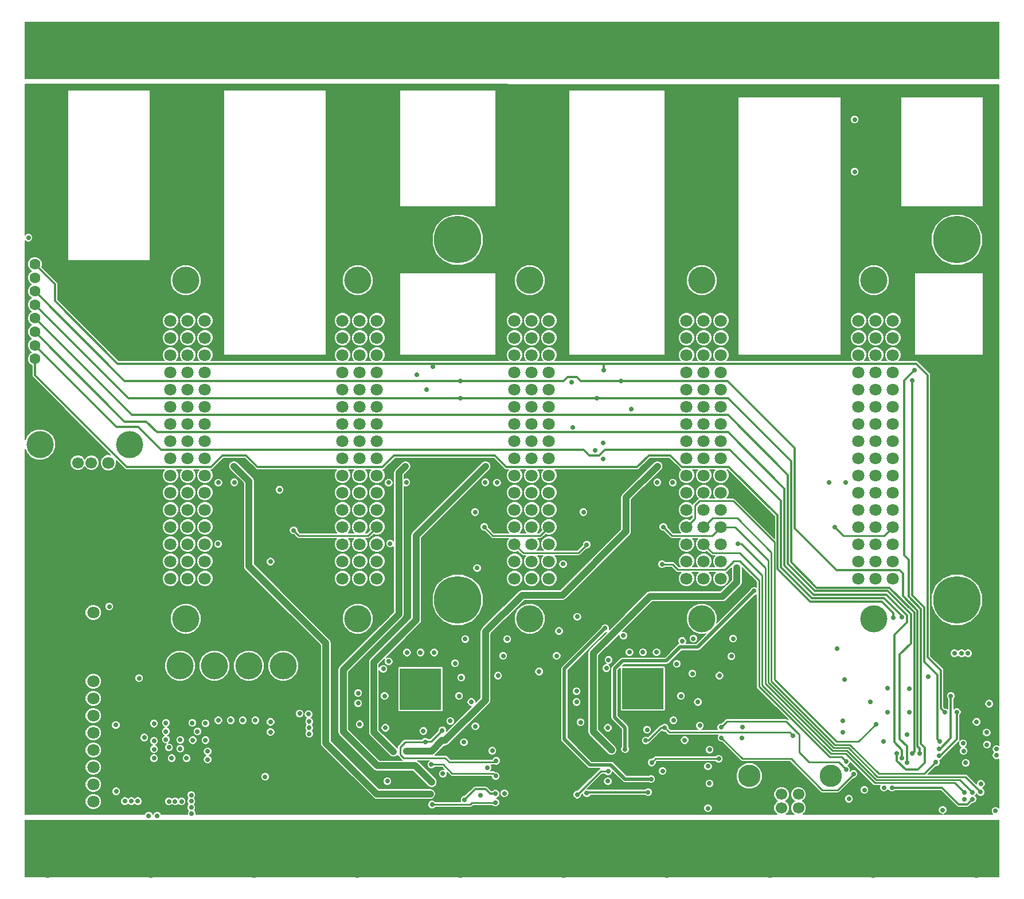
<source format=gtl>
G04 (created by PCBNEW (2013-07-07 BZR 4022)-stable) date 20/12/2013 16:02:36*
%MOIN*%
G04 Gerber Fmt 3.4, Leading zero omitted, Abs format*
%FSLAX34Y34*%
G01*
G70*
G90*
G04 APERTURE LIST*
%ADD10C,0.00590551*%
%ADD11C,0.0669291*%
%ADD12C,0.1299*%
%ADD13C,0.0708661*%
%ADD14C,0.15748*%
%ADD15C,0.173228*%
%ADD16C,0.0629921*%
%ADD17R,5.66929X0.334646*%
%ADD18C,0.275591*%
%ADD19R,0.240157X0.240157*%
%ADD20C,0.0275591*%
%ADD21C,0.019685*%
%ADD22C,0.00984252*%
%ADD23C,0.011811*%
%ADD24C,0.0688976*%
%ADD25C,0.0393701*%
%ADD26C,0.00787402*%
G04 APERTURE END LIST*
G54D10*
G54D11*
X105039Y-64153D03*
X104055Y-64153D03*
X104055Y-63366D03*
X105039Y-63366D03*
G54D12*
X102185Y-62303D03*
X106909Y-62303D03*
G54D13*
X64039Y-63787D03*
X64039Y-62787D03*
X64039Y-61787D03*
X64039Y-60787D03*
X64039Y-59787D03*
X64039Y-58787D03*
X64039Y-57787D03*
X64039Y-56787D03*
X64039Y-55787D03*
X64039Y-54787D03*
X64039Y-53787D03*
X64039Y-52787D03*
X108537Y-35807D03*
X108537Y-36807D03*
X108537Y-37807D03*
X108537Y-38807D03*
X108537Y-39807D03*
X108537Y-40807D03*
X108537Y-41807D03*
X108537Y-42807D03*
X108537Y-43807D03*
X108537Y-44807D03*
X108537Y-45807D03*
X108537Y-46807D03*
X108537Y-47807D03*
X108537Y-48807D03*
X108537Y-49807D03*
X108537Y-50807D03*
X109537Y-35807D03*
X109537Y-36807D03*
X109537Y-37807D03*
X109537Y-38807D03*
X109537Y-39807D03*
X109537Y-40807D03*
X109537Y-41807D03*
X109537Y-42807D03*
X109537Y-43807D03*
X109537Y-44807D03*
X109537Y-45807D03*
X109537Y-46807D03*
X109537Y-47807D03*
X109537Y-48807D03*
X109537Y-49807D03*
X109537Y-50807D03*
X110537Y-35807D03*
X110537Y-36807D03*
X110537Y-37807D03*
X110537Y-38807D03*
X110537Y-39807D03*
X110537Y-40807D03*
X110537Y-41807D03*
X110537Y-42807D03*
X110537Y-43807D03*
X110537Y-44807D03*
X110537Y-45807D03*
X110537Y-46807D03*
X110537Y-47807D03*
X110537Y-48807D03*
X110537Y-49807D03*
X110537Y-50807D03*
G54D14*
X109419Y-33464D03*
X109419Y-53149D03*
G54D13*
X68537Y-35807D03*
X68537Y-36807D03*
X68537Y-37807D03*
X68537Y-38807D03*
X68537Y-39807D03*
X68537Y-40807D03*
X68537Y-41807D03*
X68537Y-42807D03*
X68537Y-43807D03*
X68537Y-44807D03*
X68537Y-45807D03*
X68537Y-46807D03*
X68537Y-47807D03*
X68537Y-48807D03*
X68537Y-49807D03*
X68537Y-50807D03*
X69537Y-35807D03*
X69537Y-36807D03*
X69537Y-37807D03*
X69537Y-38807D03*
X69537Y-39807D03*
X69537Y-40807D03*
X69537Y-41807D03*
X69537Y-42807D03*
X69537Y-43807D03*
X69537Y-44807D03*
X69537Y-45807D03*
X69537Y-46807D03*
X69537Y-47807D03*
X69537Y-48807D03*
X69537Y-49807D03*
X69537Y-50807D03*
X70537Y-35807D03*
X70537Y-36807D03*
X70537Y-37807D03*
X70537Y-38807D03*
X70537Y-39807D03*
X70537Y-40807D03*
X70537Y-41807D03*
X70537Y-42807D03*
X70537Y-43807D03*
X70537Y-44807D03*
X70537Y-45807D03*
X70537Y-46807D03*
X70537Y-47807D03*
X70537Y-48807D03*
X70537Y-49807D03*
X70537Y-50807D03*
G54D14*
X69419Y-33464D03*
X69419Y-53149D03*
G54D13*
X78537Y-35807D03*
X78537Y-36807D03*
X78537Y-37807D03*
X78537Y-38807D03*
X78537Y-39807D03*
X78537Y-40807D03*
X78537Y-41807D03*
X78537Y-42807D03*
X78537Y-43807D03*
X78537Y-44807D03*
X78537Y-45807D03*
X78537Y-46807D03*
X78537Y-47807D03*
X78537Y-48807D03*
X78537Y-49807D03*
X78537Y-50807D03*
X79537Y-35807D03*
X79537Y-36807D03*
X79537Y-37807D03*
X79537Y-38807D03*
X79537Y-39807D03*
X79537Y-40807D03*
X79537Y-41807D03*
X79537Y-42807D03*
X79537Y-43807D03*
X79537Y-44807D03*
X79537Y-45807D03*
X79537Y-46807D03*
X79537Y-47807D03*
X79537Y-48807D03*
X79537Y-49807D03*
X79537Y-50807D03*
X80537Y-35807D03*
X80537Y-36807D03*
X80537Y-37807D03*
X80537Y-38807D03*
X80537Y-39807D03*
X80537Y-40807D03*
X80537Y-41807D03*
X80537Y-42807D03*
X80537Y-43807D03*
X80537Y-44807D03*
X80537Y-45807D03*
X80537Y-46807D03*
X80537Y-47807D03*
X80537Y-48807D03*
X80537Y-49807D03*
X80537Y-50807D03*
G54D14*
X79419Y-33464D03*
X79419Y-53149D03*
G54D13*
X88537Y-35807D03*
X88537Y-36807D03*
X88537Y-37807D03*
X88537Y-38807D03*
X88537Y-39807D03*
X88537Y-40807D03*
X88537Y-41807D03*
X88537Y-42807D03*
X88537Y-43807D03*
X88537Y-44807D03*
X88537Y-45807D03*
X88537Y-46807D03*
X88537Y-47807D03*
X88537Y-48807D03*
X88537Y-49807D03*
X88537Y-50807D03*
X89537Y-35807D03*
X89537Y-36807D03*
X89537Y-37807D03*
X89537Y-38807D03*
X89537Y-39807D03*
X89537Y-40807D03*
X89537Y-41807D03*
X89537Y-42807D03*
X89537Y-43807D03*
X89537Y-44807D03*
X89537Y-45807D03*
X89537Y-46807D03*
X89537Y-47807D03*
X89537Y-48807D03*
X89537Y-49807D03*
X89537Y-50807D03*
X90537Y-35807D03*
X90537Y-36807D03*
X90537Y-37807D03*
X90537Y-38807D03*
X90537Y-39807D03*
X90537Y-40807D03*
X90537Y-41807D03*
X90537Y-42807D03*
X90537Y-43807D03*
X90537Y-44807D03*
X90537Y-45807D03*
X90537Y-46807D03*
X90537Y-47807D03*
X90537Y-48807D03*
X90537Y-49807D03*
X90537Y-50807D03*
G54D14*
X89419Y-33464D03*
X89419Y-53149D03*
G54D13*
X98537Y-35807D03*
X98537Y-36807D03*
X98537Y-37807D03*
X98537Y-38807D03*
X98537Y-39807D03*
X98537Y-40807D03*
X98537Y-41807D03*
X98537Y-42807D03*
X98537Y-43807D03*
X98537Y-44807D03*
X98537Y-45807D03*
X98537Y-46807D03*
X98537Y-47807D03*
X98537Y-48807D03*
X98537Y-49807D03*
X98537Y-50807D03*
X99537Y-35807D03*
X99537Y-36807D03*
X99537Y-37807D03*
X99537Y-38807D03*
X99537Y-39807D03*
X99537Y-40807D03*
X99537Y-41807D03*
X99537Y-42807D03*
X99537Y-43807D03*
X99537Y-44807D03*
X99537Y-45807D03*
X99537Y-46807D03*
X99537Y-47807D03*
X99537Y-48807D03*
X99537Y-49807D03*
X99537Y-50807D03*
X100537Y-35807D03*
X100537Y-36807D03*
X100537Y-37807D03*
X100537Y-38807D03*
X100537Y-39807D03*
X100537Y-40807D03*
X100537Y-41807D03*
X100537Y-42807D03*
X100537Y-43807D03*
X100537Y-44807D03*
X100537Y-45807D03*
X100537Y-46807D03*
X100537Y-47807D03*
X100537Y-48807D03*
X100537Y-49807D03*
X100537Y-50807D03*
G54D14*
X99419Y-33464D03*
X99419Y-53149D03*
X69086Y-55885D03*
X71086Y-55885D03*
X73086Y-55885D03*
X75086Y-55885D03*
G54D13*
X62165Y-44074D03*
G54D11*
X63149Y-44074D03*
X63937Y-44074D03*
G54D13*
X64921Y-44074D03*
G54D14*
X60944Y-43011D03*
X66141Y-43011D03*
G54D15*
X91374Y-67342D03*
X61374Y-67342D03*
X67374Y-67342D03*
X73374Y-67342D03*
X115374Y-67342D03*
X79374Y-67342D03*
X91374Y-19271D03*
X115374Y-19271D03*
X109374Y-19271D03*
X103374Y-19271D03*
X97374Y-19271D03*
X85374Y-19271D03*
X79374Y-19271D03*
X73374Y-19271D03*
X67374Y-19271D03*
X61374Y-19271D03*
X97374Y-67342D03*
X109374Y-67342D03*
X85374Y-67342D03*
X103374Y-67342D03*
G54D16*
X60649Y-32519D03*
X60649Y-33307D03*
X60649Y-34094D03*
X60649Y-34881D03*
X60649Y-35669D03*
X60649Y-36456D03*
X60649Y-37244D03*
X60649Y-38031D03*
G54D17*
X88385Y-20078D03*
X88385Y-66535D03*
G54D18*
X85236Y-52047D03*
X114251Y-31102D03*
X85236Y-31102D03*
X114251Y-52047D03*
G54D19*
X96003Y-57204D03*
X83070Y-57244D03*
G54D20*
X70098Y-59704D03*
X68267Y-59212D03*
X68267Y-60177D03*
X67578Y-60748D03*
X69101Y-60708D03*
X68602Y-61259D03*
X70570Y-60216D03*
X70570Y-59232D03*
X69822Y-60216D03*
X69101Y-60196D03*
X68267Y-59704D03*
X68444Y-60629D03*
X67578Y-59251D03*
X67578Y-61259D03*
X69468Y-61259D03*
X67578Y-60255D03*
X69803Y-59206D03*
X80905Y-56062D03*
X86555Y-63405D03*
X99311Y-59370D03*
X91358Y-49960D03*
X86358Y-50196D03*
X76043Y-58661D03*
X76555Y-58700D03*
X76594Y-59133D03*
X76594Y-59488D03*
X76594Y-59842D03*
X96240Y-59606D03*
X95216Y-55098D03*
X96003Y-55098D03*
X96791Y-55098D03*
X98877Y-56338D03*
X97964Y-55779D03*
X99783Y-61732D03*
X99783Y-64173D03*
X98208Y-57637D03*
X93877Y-56023D03*
X93956Y-62598D03*
X92145Y-57992D03*
X86259Y-59409D03*
X93956Y-59488D03*
X85078Y-55748D03*
X82283Y-55118D03*
X83070Y-55118D03*
X83858Y-55118D03*
X81141Y-62598D03*
X81023Y-59488D03*
X79448Y-58070D03*
X83228Y-59685D03*
X85314Y-57637D03*
X85433Y-56574D03*
X86968Y-61811D03*
X83779Y-38484D03*
X93720Y-38681D03*
X113562Y-58602D03*
X111476Y-58602D03*
X99350Y-60078D03*
X85708Y-61141D03*
X85708Y-60728D03*
X98425Y-62578D03*
X98425Y-62913D03*
X97185Y-62755D03*
X84468Y-62834D03*
X98464Y-60649D03*
X98464Y-60984D03*
X84468Y-60807D03*
X97263Y-60748D03*
X85688Y-62578D03*
X85688Y-62972D03*
X116496Y-64330D03*
X115393Y-59153D03*
X108877Y-63110D03*
X107618Y-59094D03*
X109212Y-57992D03*
X114527Y-55157D03*
X114606Y-60393D03*
X110216Y-58582D03*
X114901Y-55157D03*
X114114Y-55157D03*
X85393Y-39311D03*
X94724Y-39311D03*
X112086Y-61003D03*
X85393Y-40314D03*
X93307Y-40314D03*
X111653Y-61003D03*
X115157Y-63641D03*
X110472Y-62972D03*
X107814Y-61456D03*
X97106Y-49980D03*
X100551Y-59468D03*
X107814Y-61929D03*
X100570Y-60078D03*
X108248Y-62185D03*
X114251Y-58582D03*
X113208Y-61122D03*
X113897Y-57637D03*
X113228Y-60708D03*
X110551Y-53090D03*
X111338Y-61535D03*
X111062Y-61259D03*
X111062Y-53070D03*
X102460Y-51535D03*
X94960Y-60748D03*
X101456Y-50196D03*
X94173Y-60787D03*
X96476Y-62480D03*
X93799Y-53700D03*
X92726Y-63297D03*
X96299Y-63248D03*
X96850Y-44271D03*
X82244Y-60846D03*
X86850Y-44271D03*
X81496Y-60885D03*
X82204Y-44271D03*
X83720Y-62657D03*
X72224Y-44271D03*
X83641Y-63346D03*
X108307Y-27145D03*
X108307Y-24114D03*
X115649Y-62755D03*
X87952Y-63307D03*
X83425Y-39822D03*
X82854Y-38937D03*
X60275Y-30984D03*
X116126Y-58090D03*
X116555Y-60728D03*
X116555Y-61102D03*
X116003Y-60472D03*
X115984Y-59763D03*
X114645Y-60846D03*
X67755Y-64606D03*
X67263Y-64606D03*
X68444Y-63779D03*
X69173Y-63779D03*
X68799Y-63779D03*
X66633Y-63759D03*
X65885Y-63759D03*
X66259Y-63759D03*
X65374Y-63188D03*
X95334Y-40944D03*
X93208Y-43346D03*
X93681Y-42913D03*
X93681Y-43858D03*
X92539Y-46948D03*
X86240Y-46948D03*
X74881Y-45649D03*
X74350Y-49822D03*
X113425Y-64271D03*
X114704Y-63661D03*
X65354Y-59330D03*
X66712Y-56614D03*
X67007Y-60059D03*
X64980Y-52440D03*
X107736Y-56692D03*
X101751Y-60078D03*
X101771Y-59468D03*
X107972Y-63622D03*
X107775Y-45216D03*
X97736Y-45236D03*
X81220Y-45236D03*
X71318Y-45236D03*
X87519Y-45236D03*
X91870Y-39389D03*
X91909Y-42007D03*
X107618Y-59763D03*
X110000Y-60275D03*
X110019Y-62972D03*
X111476Y-57204D03*
X110216Y-57185D03*
X111338Y-59881D03*
X112598Y-56535D03*
X114763Y-61535D03*
X107303Y-54881D03*
X106830Y-45216D03*
X85669Y-54330D03*
X96830Y-45216D03*
X86830Y-45216D03*
X82244Y-45216D03*
X72244Y-45216D03*
X81220Y-55629D03*
X101240Y-54311D03*
X98937Y-54311D03*
X97775Y-59055D03*
X84015Y-56299D03*
X82125Y-56299D03*
X83976Y-58188D03*
X82165Y-58188D03*
X95137Y-56299D03*
X96909Y-56299D03*
X96870Y-58070D03*
X95137Y-58110D03*
X91122Y-53858D03*
X94862Y-54133D03*
X92185Y-53031D03*
X87244Y-60826D03*
X99881Y-60767D03*
X99862Y-62736D03*
X98425Y-60216D03*
X85590Y-60334D03*
X70688Y-60866D03*
X70688Y-61338D03*
X71318Y-59055D03*
X72736Y-59055D03*
X73464Y-59055D03*
X74035Y-62342D03*
X69744Y-63405D03*
X69744Y-63759D03*
X69744Y-64133D03*
X69763Y-64488D03*
X72027Y-59055D03*
X101141Y-55334D03*
X87578Y-56456D03*
X100452Y-56456D03*
X90984Y-55314D03*
X89960Y-56220D03*
X87874Y-55314D03*
X84370Y-62165D03*
X97145Y-62007D03*
X98287Y-54448D03*
X99192Y-57992D03*
X86023Y-57992D03*
X93996Y-55551D03*
X92145Y-57362D03*
X84803Y-59094D03*
X92381Y-59173D03*
X80984Y-57637D03*
X88110Y-54330D03*
X79527Y-59291D03*
X79448Y-57480D03*
X74350Y-59153D03*
X74350Y-59744D03*
X87460Y-61417D03*
X84330Y-59645D03*
X83346Y-60314D03*
X115629Y-63228D03*
X107165Y-47814D03*
X97185Y-47814D03*
X86771Y-47814D03*
X75688Y-48011D03*
X113031Y-61496D03*
X109547Y-59271D03*
X83700Y-61633D03*
X87440Y-62303D03*
X87421Y-63326D03*
X85629Y-63681D03*
X83740Y-63956D03*
X87421Y-63838D03*
X104724Y-59940D03*
X96161Y-60236D03*
X97263Y-59488D03*
X96515Y-61515D03*
X100413Y-61299D03*
X93976Y-62027D03*
X92185Y-63385D03*
X114704Y-63267D03*
X115157Y-63248D03*
X101515Y-48799D03*
X92736Y-48838D03*
X81299Y-48779D03*
X71299Y-48799D03*
X111653Y-39291D03*
X113248Y-60275D03*
X111791Y-38681D03*
X110767Y-60984D03*
G54D21*
X69101Y-60708D02*
X69094Y-60708D01*
X69101Y-60196D02*
X69094Y-60196D01*
X69803Y-59206D02*
X69803Y-59212D01*
G54D22*
X97964Y-55779D02*
X97972Y-55787D01*
G54D23*
X113326Y-56161D02*
X112557Y-55392D01*
X112557Y-38975D02*
X111889Y-38307D01*
X112557Y-55392D02*
X112557Y-38975D01*
X83779Y-38307D02*
X83779Y-38484D01*
X93720Y-38307D02*
X93720Y-38681D01*
X60649Y-32519D02*
X61811Y-33681D01*
X65452Y-38307D02*
X66358Y-38307D01*
X61811Y-34665D02*
X65452Y-38307D01*
X61811Y-33681D02*
X61811Y-34665D01*
X113562Y-58602D02*
X113326Y-58366D01*
X111889Y-38307D02*
X93720Y-38307D01*
X93720Y-38307D02*
X83779Y-38307D01*
X83779Y-38307D02*
X66358Y-38307D01*
X113326Y-58366D02*
X113326Y-56161D01*
G54D24*
X62165Y-44074D02*
X62165Y-53169D01*
X62783Y-53787D02*
X64039Y-53787D01*
X62165Y-53169D02*
X62783Y-53787D01*
G54D23*
X112086Y-61003D02*
X112086Y-60689D01*
X104822Y-43208D02*
X100925Y-39311D01*
X104822Y-47893D02*
X104822Y-43208D01*
X107244Y-50314D02*
X104822Y-47893D01*
X110905Y-50314D02*
X107244Y-50314D01*
X111122Y-50531D02*
X110905Y-50314D01*
X111122Y-51830D02*
X111122Y-50531D01*
X111968Y-52677D02*
X111122Y-51830D01*
X111968Y-60571D02*
X111968Y-52677D01*
X112086Y-60689D02*
X111968Y-60571D01*
X60649Y-34094D02*
X65866Y-39311D01*
X65866Y-39311D02*
X66692Y-39311D01*
X66692Y-39311D02*
X85393Y-39311D01*
X85393Y-39311D02*
X91397Y-39311D01*
X91397Y-39311D02*
X91633Y-39074D01*
X91633Y-39074D02*
X92165Y-39074D01*
X92165Y-39074D02*
X92401Y-39311D01*
X92401Y-39311D02*
X94724Y-39311D01*
X94724Y-39311D02*
X100925Y-39311D01*
X111771Y-60885D02*
X111771Y-52773D01*
X111713Y-52715D02*
X111713Y-52717D01*
X111771Y-52773D02*
X111713Y-52715D01*
X104625Y-43995D02*
X100944Y-40314D01*
X93307Y-40314D02*
X100944Y-40314D01*
X111713Y-52717D02*
X110335Y-51338D01*
X110335Y-51338D02*
X106102Y-51338D01*
X106102Y-51338D02*
X104625Y-49862D01*
X104625Y-49862D02*
X104625Y-43995D01*
X60649Y-34881D02*
X66082Y-40314D01*
X66082Y-40314D02*
X66988Y-40314D01*
X66988Y-40314D02*
X85393Y-40314D01*
X85393Y-40314D02*
X93307Y-40314D01*
X111771Y-60885D02*
X111653Y-61003D01*
X114350Y-63937D02*
X114862Y-63937D01*
X114862Y-63937D02*
X115157Y-63641D01*
X110472Y-62972D02*
X113385Y-62972D01*
X113385Y-62972D02*
X114350Y-63937D01*
X110472Y-62972D02*
X110472Y-62972D01*
G54D22*
X102755Y-57086D02*
X106870Y-61200D01*
X97716Y-49980D02*
X98031Y-50295D01*
X98031Y-50295D02*
X100787Y-50295D01*
X100787Y-50295D02*
X101299Y-49783D01*
X101299Y-49783D02*
X101614Y-49783D01*
X101614Y-49783D02*
X102755Y-50925D01*
X102755Y-50925D02*
X102755Y-57086D01*
X106870Y-61200D02*
X107559Y-61200D01*
X107559Y-61200D02*
X107814Y-61456D01*
X97106Y-49980D02*
X97716Y-49980D01*
X100551Y-59468D02*
X100885Y-59133D01*
X107381Y-61496D02*
X107814Y-61929D01*
X105649Y-61496D02*
X107381Y-61496D01*
X105078Y-60925D02*
X105649Y-61496D01*
X105078Y-59881D02*
X105078Y-60925D01*
X104330Y-59133D02*
X105078Y-59881D01*
X100885Y-59133D02*
X104330Y-59133D01*
X100570Y-60078D02*
X101791Y-61299D01*
X107322Y-63110D02*
X108248Y-62185D01*
X106417Y-63110D02*
X107322Y-63110D01*
X104606Y-61299D02*
X106417Y-63110D01*
X101791Y-61299D02*
X104606Y-61299D01*
G54D23*
X114251Y-60157D02*
X114251Y-58582D01*
X113287Y-61122D02*
X114251Y-60157D01*
X113208Y-61122D02*
X113287Y-61122D01*
X113897Y-60098D02*
X113897Y-57637D01*
X113287Y-60708D02*
X113897Y-60098D01*
X113228Y-60708D02*
X113287Y-60708D01*
X110551Y-53090D02*
X110551Y-52814D01*
X103828Y-47135D02*
X101003Y-44311D01*
X103828Y-50245D02*
X103828Y-47135D01*
X105728Y-52145D02*
X103828Y-50245D01*
X109881Y-52145D02*
X105728Y-52145D01*
X110551Y-52814D02*
X109881Y-52145D01*
X60649Y-38976D02*
X65984Y-44311D01*
X60649Y-38976D02*
X60649Y-38031D01*
X98267Y-44311D02*
X101003Y-44311D01*
X97598Y-43641D02*
X98267Y-44311D01*
X96338Y-43641D02*
X97598Y-43641D01*
X95669Y-44311D02*
X96338Y-43641D01*
X88051Y-44311D02*
X95669Y-44311D01*
X87381Y-43641D02*
X88051Y-44311D01*
X81535Y-43641D02*
X87381Y-43641D01*
X80866Y-44311D02*
X81535Y-43641D01*
X73602Y-44311D02*
X80866Y-44311D01*
X72933Y-43641D02*
X73602Y-44311D01*
X71555Y-43641D02*
X72933Y-43641D01*
X70885Y-44311D02*
X71555Y-43641D01*
X65984Y-44311D02*
X70885Y-44311D01*
X111574Y-54586D02*
X111574Y-52874D01*
X104429Y-44783D02*
X100944Y-41299D01*
X104429Y-49961D02*
X104429Y-44783D01*
X106003Y-51535D02*
X104429Y-49961D01*
X110236Y-51535D02*
X106003Y-51535D01*
X111574Y-52874D02*
X110236Y-51535D01*
X60649Y-35669D02*
X66279Y-41299D01*
X67263Y-41299D02*
X100944Y-41299D01*
X66279Y-41299D02*
X67263Y-41299D01*
X111338Y-60570D02*
X111338Y-61535D01*
X110924Y-60157D02*
X111338Y-60570D01*
X110924Y-55236D02*
X110924Y-60157D01*
X111574Y-54586D02*
X110924Y-55236D01*
X111358Y-53346D02*
X111358Y-52952D01*
X104232Y-45590D02*
X100944Y-42303D01*
X104232Y-50070D02*
X104232Y-45590D01*
X105908Y-51746D02*
X104232Y-50070D01*
X110151Y-51746D02*
X105908Y-51746D01*
X111358Y-52952D02*
X110151Y-51746D01*
X60649Y-36456D02*
X65866Y-41673D01*
X67125Y-41673D02*
X67755Y-42303D01*
X67755Y-42303D02*
X100944Y-42303D01*
X65866Y-41673D02*
X67125Y-41673D01*
X111062Y-60787D02*
X111062Y-61259D01*
X110610Y-60334D02*
X111062Y-60787D01*
X110610Y-54094D02*
X110610Y-60334D01*
X111358Y-53346D02*
X110610Y-54094D01*
X111062Y-53070D02*
X111062Y-52992D01*
X104024Y-46288D02*
X101043Y-43307D01*
X104024Y-50157D02*
X104024Y-46288D01*
X105816Y-51949D02*
X104024Y-50157D01*
X110020Y-51949D02*
X105816Y-51949D01*
X111062Y-52992D02*
X110020Y-51949D01*
X60649Y-37244D02*
X65393Y-41988D01*
X93799Y-43307D02*
X101043Y-43307D01*
X93444Y-43661D02*
X93799Y-43307D01*
X92893Y-43661D02*
X93444Y-43661D01*
X92539Y-43307D02*
X92893Y-43661D01*
X67972Y-43307D02*
X92539Y-43307D01*
X66653Y-41988D02*
X67972Y-43307D01*
X65393Y-41988D02*
X66653Y-41988D01*
G54D21*
X102460Y-51535D02*
X99192Y-54803D01*
X94960Y-60748D02*
X94960Y-59488D01*
X98149Y-54803D02*
X99192Y-54803D01*
X97362Y-55590D02*
X98149Y-54803D01*
X94822Y-55590D02*
X97362Y-55590D01*
X94350Y-56062D02*
X94822Y-55590D01*
X94350Y-58877D02*
X94350Y-56062D01*
X94960Y-59488D02*
X94350Y-58877D01*
G54D25*
X93110Y-59724D02*
X94173Y-60787D01*
X93110Y-55157D02*
X93110Y-59724D01*
X96417Y-51850D02*
X93110Y-55157D01*
X100629Y-51850D02*
X96417Y-51850D01*
X101456Y-51023D02*
X100629Y-51850D01*
X101456Y-50196D02*
X101456Y-51023D01*
G54D21*
X94960Y-62480D02*
X94133Y-61653D01*
X94133Y-61653D02*
X92933Y-61653D01*
X96476Y-62480D02*
X94960Y-62480D01*
X92933Y-61653D02*
X91437Y-60157D01*
X91437Y-60157D02*
X91437Y-56062D01*
X91437Y-56062D02*
X93799Y-53700D01*
G54D23*
X94783Y-63248D02*
X92775Y-63248D01*
X92775Y-63248D02*
X92726Y-63297D01*
X94783Y-63248D02*
X96299Y-63248D01*
G54D25*
X96850Y-44271D02*
X95019Y-46102D01*
X83720Y-60846D02*
X82244Y-60846D01*
X84330Y-60236D02*
X83720Y-60846D01*
X84488Y-60236D02*
X84330Y-60236D01*
X86850Y-57874D02*
X84488Y-60236D01*
X86850Y-53897D02*
X86850Y-57874D01*
X88976Y-51771D02*
X86850Y-53897D01*
X91318Y-51771D02*
X88976Y-51771D01*
X95019Y-48070D02*
X91318Y-51771D01*
X95019Y-46102D02*
X95019Y-48070D01*
X86850Y-44271D02*
X82814Y-48307D01*
X80354Y-59744D02*
X81496Y-60885D01*
X80354Y-55688D02*
X80354Y-59744D01*
X82814Y-53228D02*
X80354Y-55688D01*
X82814Y-48307D02*
X82814Y-53228D01*
X82204Y-44271D02*
X81811Y-44665D01*
X82755Y-61692D02*
X83720Y-62657D01*
X80551Y-61692D02*
X82755Y-61692D01*
X78582Y-59724D02*
X80551Y-61692D01*
X78582Y-56122D02*
X78582Y-59724D01*
X81811Y-52893D02*
X78582Y-56122D01*
X81811Y-44665D02*
X81811Y-52893D01*
X72224Y-44271D02*
X73090Y-45137D01*
X77559Y-54566D02*
X77559Y-60374D01*
X73090Y-50098D02*
X77559Y-54566D01*
X73090Y-45137D02*
X73090Y-50098D01*
X80531Y-63346D02*
X83641Y-63346D01*
X77559Y-60374D02*
X80531Y-63346D01*
G54D23*
X116126Y-58090D02*
X116122Y-58090D01*
G54D21*
X83070Y-57244D02*
X84015Y-56299D01*
X83070Y-57244D02*
X82125Y-56299D01*
X83070Y-57244D02*
X83070Y-57283D01*
X83070Y-57283D02*
X83976Y-58188D01*
X83070Y-57283D02*
X82165Y-58188D01*
X96003Y-57204D02*
X96003Y-57165D01*
X96003Y-57165D02*
X95137Y-56299D01*
X96003Y-57204D02*
X96909Y-56299D01*
X96003Y-57204D02*
X96870Y-58070D01*
X96003Y-57204D02*
X96003Y-57244D01*
X96003Y-57244D02*
X95137Y-58110D01*
G54D22*
X82185Y-60314D02*
X83346Y-60314D01*
X87460Y-61417D02*
X87381Y-61496D01*
X87381Y-61496D02*
X84744Y-61496D01*
X84744Y-61496D02*
X84488Y-61240D01*
X84488Y-61240D02*
X82086Y-61240D01*
X82086Y-61240D02*
X81889Y-61043D01*
X81889Y-61043D02*
X81889Y-60610D01*
X81889Y-60610D02*
X82185Y-60314D01*
X83503Y-60295D02*
X83366Y-60295D01*
X83681Y-60295D02*
X83503Y-60295D01*
X84330Y-59645D02*
X83681Y-60295D01*
X83366Y-60295D02*
X83346Y-60314D01*
X103287Y-56850D02*
X107086Y-60649D01*
X107086Y-60649D02*
X107086Y-60649D01*
X107086Y-60649D02*
X107086Y-60649D01*
X107086Y-60649D02*
X107940Y-60649D01*
X107940Y-60649D02*
X109633Y-62342D01*
X109633Y-62342D02*
X114744Y-62342D01*
X114744Y-62342D02*
X115629Y-63228D01*
X101350Y-47807D02*
X100537Y-47807D01*
X103287Y-49744D02*
X103287Y-55177D01*
X101350Y-47807D02*
X103287Y-49744D01*
X103287Y-55177D02*
X103287Y-56850D01*
X107165Y-47814D02*
X107657Y-48307D01*
X110037Y-48307D02*
X110537Y-47807D01*
X107657Y-48307D02*
X110037Y-48307D01*
X97185Y-47814D02*
X97677Y-48307D01*
X100037Y-48307D02*
X100537Y-47807D01*
X97677Y-48307D02*
X100037Y-48307D01*
X86771Y-47814D02*
X87263Y-48307D01*
X90037Y-48307D02*
X90537Y-47807D01*
X87263Y-48307D02*
X90037Y-48307D01*
X75688Y-48011D02*
X75984Y-48307D01*
X80037Y-48307D02*
X80537Y-47807D01*
X75984Y-48307D02*
X80037Y-48307D01*
X103464Y-55118D02*
X103464Y-56777D01*
X100041Y-47303D02*
X101476Y-47303D01*
X101476Y-47303D02*
X103464Y-49291D01*
X103464Y-49291D02*
X103464Y-55118D01*
X100041Y-47303D02*
X99537Y-47807D01*
X109706Y-62165D02*
X112362Y-62165D01*
X108013Y-60472D02*
X109706Y-62165D01*
X107159Y-60472D02*
X108013Y-60472D01*
X103464Y-56777D02*
X107159Y-60472D01*
X113031Y-61496D02*
X112362Y-62165D01*
X103641Y-55059D02*
X103641Y-56673D01*
X99035Y-47309D02*
X99035Y-46555D01*
X99035Y-46555D02*
X99291Y-46299D01*
X99291Y-46299D02*
X101240Y-46299D01*
X101240Y-46299D02*
X103641Y-48700D01*
X103641Y-48700D02*
X103641Y-55059D01*
X98537Y-47807D02*
X99035Y-47309D01*
X108523Y-60295D02*
X109547Y-59271D01*
X107264Y-60295D02*
X108523Y-60295D01*
X103641Y-56673D02*
X107264Y-60295D01*
X84389Y-61633D02*
X83700Y-61633D01*
X84901Y-62145D02*
X84389Y-61633D01*
X87283Y-62145D02*
X84901Y-62145D01*
X87440Y-62303D02*
X87283Y-62145D01*
G54D23*
X87421Y-63326D02*
X87125Y-63326D01*
X87125Y-63326D02*
X86870Y-63070D01*
X86870Y-63070D02*
X86240Y-63070D01*
X86240Y-63070D02*
X85629Y-63681D01*
G54D22*
X84980Y-63956D02*
X83740Y-63956D01*
X85944Y-63956D02*
X84980Y-63956D01*
X86062Y-63838D02*
X85944Y-63956D01*
X87421Y-63838D02*
X86062Y-63838D01*
X97263Y-59488D02*
X97539Y-59763D01*
X104547Y-59763D02*
X104724Y-59940D01*
X97539Y-59763D02*
X104547Y-59763D01*
X97066Y-59488D02*
X96318Y-60236D01*
X96318Y-60236D02*
X96161Y-60236D01*
X97263Y-59488D02*
X97066Y-59488D01*
X96732Y-61299D02*
X96515Y-61515D01*
X100413Y-61299D02*
X96732Y-61299D01*
X93543Y-62027D02*
X93976Y-62027D01*
X92185Y-63385D02*
X93543Y-62027D01*
X102933Y-57007D02*
X106929Y-61003D01*
X106929Y-61003D02*
X107795Y-61003D01*
X107795Y-61003D02*
X109488Y-62696D01*
X109488Y-62696D02*
X114133Y-62696D01*
X114133Y-62696D02*
X114704Y-63267D01*
X100041Y-49311D02*
X101614Y-49311D01*
X101614Y-49311D02*
X102933Y-50629D01*
X102933Y-50629D02*
X102933Y-55275D01*
X100041Y-49311D02*
X99537Y-48807D01*
X102933Y-55275D02*
X102933Y-57007D01*
X103110Y-56929D02*
X107007Y-60826D01*
X107007Y-60826D02*
X107007Y-60827D01*
X107007Y-60827D02*
X107007Y-60826D01*
X107007Y-60826D02*
X107868Y-60826D01*
X107868Y-60826D02*
X109561Y-62519D01*
X109561Y-62519D02*
X114429Y-62519D01*
X114429Y-62519D02*
X115157Y-63248D01*
X101712Y-48799D02*
X101515Y-48799D01*
X103110Y-50196D02*
X103110Y-55314D01*
X101712Y-48799D02*
X103110Y-50196D01*
X103110Y-55314D02*
X103110Y-56929D01*
X89041Y-49311D02*
X92263Y-49311D01*
X92263Y-49311D02*
X92736Y-48838D01*
X88537Y-48807D02*
X89041Y-49311D01*
G54D23*
X113110Y-56417D02*
X112361Y-55668D01*
X111653Y-39291D02*
X111653Y-39291D01*
X111653Y-51771D02*
X111653Y-39291D01*
X112361Y-52479D02*
X111653Y-51771D01*
X112361Y-55668D02*
X112361Y-52479D01*
X113248Y-60275D02*
X113110Y-60137D01*
X113110Y-60137D02*
X113110Y-56417D01*
X111181Y-39291D02*
X111791Y-38681D01*
X112381Y-60649D02*
X112164Y-60433D01*
X112164Y-60433D02*
X112164Y-52578D01*
X112164Y-52578D02*
X111456Y-51870D01*
X111456Y-51870D02*
X111456Y-49724D01*
X111456Y-49724D02*
X111181Y-49448D01*
X111181Y-49448D02*
X111181Y-39291D01*
X112381Y-61535D02*
X112381Y-60649D01*
X110767Y-61417D02*
X111279Y-61929D01*
X111279Y-61929D02*
X111988Y-61929D01*
X111988Y-61929D02*
X112381Y-61535D01*
X110767Y-60984D02*
X110767Y-61417D01*
G54D10*
G36*
X116692Y-64165D02*
X116641Y-64113D01*
X116547Y-64074D01*
X116445Y-64074D01*
X116351Y-64113D01*
X116279Y-64185D01*
X116259Y-64232D01*
X116259Y-60421D01*
X116240Y-60374D01*
X116240Y-59713D01*
X116201Y-59619D01*
X116129Y-59546D01*
X116035Y-59507D01*
X115933Y-59507D01*
X115839Y-59546D01*
X115787Y-59598D01*
X115787Y-37834D01*
X115787Y-33031D01*
X115787Y-29173D01*
X115787Y-22795D01*
X110984Y-22795D01*
X110984Y-29173D01*
X115787Y-29173D01*
X115787Y-33031D01*
X115748Y-33031D01*
X115748Y-30806D01*
X115521Y-30256D01*
X115100Y-29834D01*
X114550Y-29606D01*
X113955Y-29606D01*
X113405Y-29833D01*
X112984Y-30253D01*
X112756Y-30803D01*
X112755Y-31398D01*
X112982Y-31948D01*
X113403Y-32369D01*
X113953Y-32598D01*
X114548Y-32598D01*
X115098Y-32371D01*
X115519Y-31950D01*
X115747Y-31401D01*
X115748Y-30806D01*
X115748Y-33031D01*
X111771Y-33031D01*
X111771Y-37834D01*
X115787Y-37834D01*
X115787Y-59598D01*
X115767Y-59618D01*
X115748Y-59664D01*
X115748Y-51750D01*
X115521Y-51200D01*
X115100Y-50779D01*
X114550Y-50551D01*
X113955Y-50550D01*
X113405Y-50778D01*
X112984Y-51198D01*
X112756Y-51748D01*
X112755Y-52343D01*
X112982Y-52893D01*
X113403Y-53314D01*
X113953Y-53543D01*
X114548Y-53543D01*
X115098Y-53316D01*
X115519Y-52895D01*
X115747Y-52346D01*
X115748Y-51750D01*
X115748Y-59664D01*
X115728Y-59712D01*
X115728Y-59814D01*
X115767Y-59908D01*
X115839Y-59980D01*
X115933Y-60019D01*
X116034Y-60019D01*
X116129Y-59980D01*
X116201Y-59908D01*
X116240Y-59814D01*
X116240Y-59713D01*
X116240Y-60374D01*
X116221Y-60327D01*
X116149Y-60255D01*
X116055Y-60216D01*
X115953Y-60216D01*
X115859Y-60255D01*
X115787Y-60327D01*
X115748Y-60421D01*
X115747Y-60523D01*
X115786Y-60617D01*
X115858Y-60689D01*
X115952Y-60728D01*
X116054Y-60728D01*
X116148Y-60689D01*
X116220Y-60617D01*
X116259Y-60523D01*
X116259Y-60421D01*
X116259Y-64232D01*
X116240Y-64279D01*
X116240Y-64381D01*
X116278Y-64475D01*
X116330Y-64527D01*
X115905Y-64527D01*
X115905Y-62705D01*
X115866Y-62611D01*
X115794Y-62539D01*
X115700Y-62500D01*
X115649Y-62500D01*
X115649Y-59102D01*
X115610Y-59008D01*
X115538Y-58936D01*
X115444Y-58897D01*
X115343Y-58897D01*
X115248Y-58936D01*
X115176Y-59008D01*
X115157Y-59055D01*
X115157Y-55106D01*
X115118Y-55012D01*
X115046Y-54940D01*
X114952Y-54901D01*
X114850Y-54901D01*
X114756Y-54940D01*
X114714Y-54982D01*
X114672Y-54940D01*
X114578Y-54901D01*
X114476Y-54901D01*
X114382Y-54940D01*
X114320Y-55002D01*
X114259Y-54940D01*
X114165Y-54901D01*
X114063Y-54901D01*
X113969Y-54940D01*
X113897Y-55012D01*
X113858Y-55106D01*
X113858Y-55208D01*
X113897Y-55302D01*
X113969Y-55374D01*
X114063Y-55413D01*
X114164Y-55413D01*
X114258Y-55374D01*
X114320Y-55312D01*
X114382Y-55374D01*
X114476Y-55413D01*
X114578Y-55413D01*
X114672Y-55374D01*
X114714Y-55332D01*
X114756Y-55374D01*
X114850Y-55413D01*
X114952Y-55413D01*
X115046Y-55374D01*
X115118Y-55302D01*
X115157Y-55208D01*
X115157Y-55106D01*
X115157Y-59055D01*
X115137Y-59102D01*
X115137Y-59204D01*
X115176Y-59298D01*
X115248Y-59370D01*
X115342Y-59409D01*
X115444Y-59409D01*
X115538Y-59370D01*
X115610Y-59298D01*
X115649Y-59204D01*
X115649Y-59102D01*
X115649Y-62500D01*
X115598Y-62499D01*
X115504Y-62538D01*
X115432Y-62610D01*
X115393Y-62704D01*
X115393Y-62755D01*
X115019Y-62381D01*
X115019Y-61484D01*
X114980Y-61390D01*
X114908Y-61318D01*
X114814Y-61279D01*
X114713Y-61279D01*
X114619Y-61318D01*
X114546Y-61390D01*
X114507Y-61484D01*
X114507Y-61586D01*
X114546Y-61680D01*
X114618Y-61752D01*
X114712Y-61791D01*
X114814Y-61791D01*
X114908Y-61752D01*
X114980Y-61680D01*
X115019Y-61586D01*
X115019Y-61484D01*
X115019Y-62381D01*
X114862Y-62224D01*
X114808Y-62187D01*
X114797Y-62185D01*
X114744Y-62175D01*
X112588Y-62175D01*
X113012Y-61751D01*
X113082Y-61752D01*
X113176Y-61713D01*
X113248Y-61641D01*
X113287Y-61547D01*
X113287Y-61445D01*
X113259Y-61377D01*
X113353Y-61339D01*
X113425Y-61267D01*
X113448Y-61211D01*
X114373Y-60286D01*
X114350Y-60342D01*
X114350Y-60444D01*
X114389Y-60538D01*
X114461Y-60610D01*
X114503Y-60628D01*
X114500Y-60629D01*
X114428Y-60701D01*
X114389Y-60795D01*
X114389Y-60897D01*
X114428Y-60991D01*
X114500Y-61063D01*
X114594Y-61102D01*
X114696Y-61102D01*
X114790Y-61063D01*
X114862Y-60991D01*
X114901Y-60897D01*
X114901Y-60795D01*
X114862Y-60701D01*
X114790Y-60629D01*
X114748Y-60611D01*
X114751Y-60610D01*
X114823Y-60538D01*
X114862Y-60444D01*
X114862Y-60343D01*
X114823Y-60248D01*
X114751Y-60176D01*
X114657Y-60137D01*
X114555Y-60137D01*
X114461Y-60176D01*
X114416Y-60221D01*
X114429Y-60157D01*
X114429Y-58767D01*
X114468Y-58727D01*
X114507Y-58633D01*
X114507Y-58531D01*
X114469Y-58437D01*
X114397Y-58365D01*
X114303Y-58326D01*
X114201Y-58326D01*
X114107Y-58365D01*
X114074Y-58397D01*
X114074Y-57822D01*
X114114Y-57782D01*
X114153Y-57688D01*
X114153Y-57587D01*
X114114Y-57493D01*
X114042Y-57420D01*
X113948Y-57381D01*
X113846Y-57381D01*
X113752Y-57420D01*
X113680Y-57492D01*
X113641Y-57586D01*
X113641Y-57688D01*
X113680Y-57782D01*
X113720Y-57822D01*
X113720Y-58397D01*
X113708Y-58385D01*
X113614Y-58346D01*
X113557Y-58346D01*
X113503Y-58292D01*
X113503Y-56161D01*
X113490Y-56093D01*
X113452Y-56036D01*
X112735Y-55319D01*
X112735Y-38975D01*
X112735Y-38975D01*
X112721Y-38907D01*
X112683Y-38849D01*
X112683Y-38849D01*
X112015Y-38181D01*
X111957Y-38143D01*
X111889Y-38129D01*
X110882Y-38129D01*
X110937Y-38075D01*
X111009Y-37901D01*
X111009Y-37713D01*
X111009Y-36713D01*
X111009Y-35713D01*
X110938Y-35539D01*
X110805Y-35406D01*
X110631Y-35334D01*
X110443Y-35334D01*
X110324Y-35383D01*
X110324Y-33285D01*
X110187Y-32952D01*
X109932Y-32697D01*
X109600Y-32559D01*
X109239Y-32558D01*
X108907Y-32696D01*
X108652Y-32950D01*
X108563Y-33165D01*
X108563Y-27094D01*
X108563Y-24063D01*
X108524Y-23969D01*
X108452Y-23897D01*
X108358Y-23858D01*
X108256Y-23858D01*
X108162Y-23897D01*
X108090Y-23969D01*
X108051Y-24063D01*
X108051Y-24164D01*
X108090Y-24258D01*
X108161Y-24330D01*
X108255Y-24370D01*
X108357Y-24370D01*
X108451Y-24331D01*
X108523Y-24259D01*
X108562Y-24165D01*
X108563Y-24063D01*
X108563Y-27094D01*
X108524Y-27000D01*
X108452Y-26928D01*
X108358Y-26889D01*
X108256Y-26889D01*
X108162Y-26928D01*
X108090Y-27000D01*
X108051Y-27094D01*
X108051Y-27196D01*
X108090Y-27290D01*
X108161Y-27362D01*
X108255Y-27401D01*
X108357Y-27401D01*
X108451Y-27362D01*
X108523Y-27290D01*
X108562Y-27196D01*
X108563Y-27094D01*
X108563Y-33165D01*
X108513Y-33283D01*
X108513Y-33643D01*
X108651Y-33976D01*
X108905Y-34231D01*
X109238Y-34369D01*
X109598Y-34370D01*
X109931Y-34232D01*
X110186Y-33978D01*
X110324Y-33645D01*
X110324Y-33285D01*
X110324Y-35383D01*
X110270Y-35406D01*
X110137Y-35539D01*
X110065Y-35712D01*
X110064Y-35900D01*
X110136Y-36074D01*
X110269Y-36207D01*
X110443Y-36279D01*
X110630Y-36279D01*
X110804Y-36207D01*
X110937Y-36075D01*
X111009Y-35901D01*
X111009Y-35713D01*
X111009Y-36713D01*
X110938Y-36539D01*
X110805Y-36406D01*
X110631Y-36334D01*
X110443Y-36334D01*
X110270Y-36406D01*
X110137Y-36539D01*
X110065Y-36712D01*
X110064Y-36900D01*
X110136Y-37074D01*
X110269Y-37207D01*
X110443Y-37279D01*
X110630Y-37279D01*
X110804Y-37207D01*
X110937Y-37075D01*
X111009Y-36901D01*
X111009Y-36713D01*
X111009Y-37713D01*
X110938Y-37539D01*
X110805Y-37406D01*
X110631Y-37334D01*
X110443Y-37334D01*
X110270Y-37406D01*
X110137Y-37539D01*
X110065Y-37712D01*
X110064Y-37900D01*
X110136Y-38074D01*
X110192Y-38129D01*
X109882Y-38129D01*
X109937Y-38075D01*
X110009Y-37901D01*
X110009Y-37713D01*
X110009Y-36713D01*
X110009Y-35713D01*
X109938Y-35539D01*
X109805Y-35406D01*
X109631Y-35334D01*
X109443Y-35334D01*
X109270Y-35406D01*
X109137Y-35539D01*
X109065Y-35712D01*
X109064Y-35900D01*
X109136Y-36074D01*
X109269Y-36207D01*
X109443Y-36279D01*
X109630Y-36279D01*
X109804Y-36207D01*
X109937Y-36075D01*
X110009Y-35901D01*
X110009Y-35713D01*
X110009Y-36713D01*
X109938Y-36539D01*
X109805Y-36406D01*
X109631Y-36334D01*
X109443Y-36334D01*
X109270Y-36406D01*
X109137Y-36539D01*
X109065Y-36712D01*
X109064Y-36900D01*
X109136Y-37074D01*
X109269Y-37207D01*
X109443Y-37279D01*
X109630Y-37279D01*
X109804Y-37207D01*
X109937Y-37075D01*
X110009Y-36901D01*
X110009Y-36713D01*
X110009Y-37713D01*
X109938Y-37539D01*
X109805Y-37406D01*
X109631Y-37334D01*
X109443Y-37334D01*
X109270Y-37406D01*
X109137Y-37539D01*
X109065Y-37712D01*
X109064Y-37900D01*
X109136Y-38074D01*
X109192Y-38129D01*
X108882Y-38129D01*
X108937Y-38075D01*
X109009Y-37901D01*
X109009Y-37713D01*
X109009Y-36713D01*
X109009Y-35713D01*
X108938Y-35539D01*
X108805Y-35406D01*
X108631Y-35334D01*
X108443Y-35334D01*
X108270Y-35406D01*
X108137Y-35539D01*
X108065Y-35712D01*
X108064Y-35900D01*
X108136Y-36074D01*
X108269Y-36207D01*
X108443Y-36279D01*
X108630Y-36279D01*
X108804Y-36207D01*
X108937Y-36075D01*
X109009Y-35901D01*
X109009Y-35713D01*
X109009Y-36713D01*
X108938Y-36539D01*
X108805Y-36406D01*
X108631Y-36334D01*
X108443Y-36334D01*
X108270Y-36406D01*
X108137Y-36539D01*
X108065Y-36712D01*
X108064Y-36900D01*
X108136Y-37074D01*
X108269Y-37207D01*
X108443Y-37279D01*
X108630Y-37279D01*
X108804Y-37207D01*
X108937Y-37075D01*
X109009Y-36901D01*
X109009Y-36713D01*
X109009Y-37713D01*
X108938Y-37539D01*
X108805Y-37406D01*
X108631Y-37334D01*
X108443Y-37334D01*
X108270Y-37406D01*
X108137Y-37539D01*
X108065Y-37712D01*
X108064Y-37900D01*
X108136Y-38074D01*
X108192Y-38129D01*
X107519Y-38129D01*
X107519Y-37834D01*
X107519Y-22795D01*
X101535Y-22795D01*
X101535Y-37834D01*
X107519Y-37834D01*
X107519Y-38129D01*
X100882Y-38129D01*
X100937Y-38075D01*
X101009Y-37901D01*
X101009Y-37713D01*
X101009Y-36713D01*
X101009Y-35713D01*
X100938Y-35539D01*
X100805Y-35406D01*
X100631Y-35334D01*
X100443Y-35334D01*
X100324Y-35383D01*
X100324Y-33285D01*
X100187Y-32952D01*
X99932Y-32697D01*
X99600Y-32559D01*
X99239Y-32558D01*
X98907Y-32696D01*
X98652Y-32950D01*
X98513Y-33283D01*
X98513Y-33643D01*
X98651Y-33976D01*
X98905Y-34231D01*
X99238Y-34369D01*
X99598Y-34370D01*
X99931Y-34232D01*
X100186Y-33978D01*
X100324Y-33645D01*
X100324Y-33285D01*
X100324Y-35383D01*
X100270Y-35406D01*
X100137Y-35539D01*
X100065Y-35712D01*
X100064Y-35900D01*
X100136Y-36074D01*
X100269Y-36207D01*
X100443Y-36279D01*
X100630Y-36279D01*
X100804Y-36207D01*
X100937Y-36075D01*
X101009Y-35901D01*
X101009Y-35713D01*
X101009Y-36713D01*
X100938Y-36539D01*
X100805Y-36406D01*
X100631Y-36334D01*
X100443Y-36334D01*
X100270Y-36406D01*
X100137Y-36539D01*
X100065Y-36712D01*
X100064Y-36900D01*
X100136Y-37074D01*
X100269Y-37207D01*
X100443Y-37279D01*
X100630Y-37279D01*
X100804Y-37207D01*
X100937Y-37075D01*
X101009Y-36901D01*
X101009Y-36713D01*
X101009Y-37713D01*
X100938Y-37539D01*
X100805Y-37406D01*
X100631Y-37334D01*
X100443Y-37334D01*
X100270Y-37406D01*
X100137Y-37539D01*
X100065Y-37712D01*
X100064Y-37900D01*
X100136Y-38074D01*
X100192Y-38129D01*
X99882Y-38129D01*
X99937Y-38075D01*
X100009Y-37901D01*
X100009Y-37713D01*
X100009Y-36713D01*
X100009Y-35713D01*
X99938Y-35539D01*
X99805Y-35406D01*
X99631Y-35334D01*
X99443Y-35334D01*
X99270Y-35406D01*
X99137Y-35539D01*
X99065Y-35712D01*
X99064Y-35900D01*
X99136Y-36074D01*
X99269Y-36207D01*
X99443Y-36279D01*
X99630Y-36279D01*
X99804Y-36207D01*
X99937Y-36075D01*
X100009Y-35901D01*
X100009Y-35713D01*
X100009Y-36713D01*
X99938Y-36539D01*
X99805Y-36406D01*
X99631Y-36334D01*
X99443Y-36334D01*
X99270Y-36406D01*
X99137Y-36539D01*
X99065Y-36712D01*
X99064Y-36900D01*
X99136Y-37074D01*
X99269Y-37207D01*
X99443Y-37279D01*
X99630Y-37279D01*
X99804Y-37207D01*
X99937Y-37075D01*
X100009Y-36901D01*
X100009Y-36713D01*
X100009Y-37713D01*
X99938Y-37539D01*
X99805Y-37406D01*
X99631Y-37334D01*
X99443Y-37334D01*
X99270Y-37406D01*
X99137Y-37539D01*
X99065Y-37712D01*
X99064Y-37900D01*
X99136Y-38074D01*
X99192Y-38129D01*
X98882Y-38129D01*
X98937Y-38075D01*
X99009Y-37901D01*
X99009Y-37713D01*
X99009Y-36713D01*
X99009Y-35713D01*
X98938Y-35539D01*
X98805Y-35406D01*
X98631Y-35334D01*
X98443Y-35334D01*
X98270Y-35406D01*
X98137Y-35539D01*
X98065Y-35712D01*
X98064Y-35900D01*
X98136Y-36074D01*
X98269Y-36207D01*
X98443Y-36279D01*
X98630Y-36279D01*
X98804Y-36207D01*
X98937Y-36075D01*
X99009Y-35901D01*
X99009Y-35713D01*
X99009Y-36713D01*
X98938Y-36539D01*
X98805Y-36406D01*
X98631Y-36334D01*
X98443Y-36334D01*
X98270Y-36406D01*
X98137Y-36539D01*
X98065Y-36712D01*
X98064Y-36900D01*
X98136Y-37074D01*
X98269Y-37207D01*
X98443Y-37279D01*
X98630Y-37279D01*
X98804Y-37207D01*
X98937Y-37075D01*
X99009Y-36901D01*
X99009Y-36713D01*
X99009Y-37713D01*
X98938Y-37539D01*
X98805Y-37406D01*
X98631Y-37334D01*
X98443Y-37334D01*
X98270Y-37406D01*
X98137Y-37539D01*
X98065Y-37712D01*
X98064Y-37900D01*
X98136Y-38074D01*
X98192Y-38129D01*
X97283Y-38129D01*
X97283Y-37834D01*
X97283Y-22401D01*
X91692Y-22401D01*
X91692Y-37834D01*
X97283Y-37834D01*
X97283Y-38129D01*
X93720Y-38129D01*
X90882Y-38129D01*
X90937Y-38075D01*
X91009Y-37901D01*
X91009Y-37713D01*
X91009Y-36713D01*
X91009Y-35713D01*
X90938Y-35539D01*
X90805Y-35406D01*
X90631Y-35334D01*
X90443Y-35334D01*
X90324Y-35383D01*
X90324Y-33285D01*
X90187Y-32952D01*
X89932Y-32697D01*
X89600Y-32559D01*
X89239Y-32558D01*
X88907Y-32696D01*
X88652Y-32950D01*
X88513Y-33283D01*
X88513Y-33643D01*
X88651Y-33976D01*
X88905Y-34231D01*
X89238Y-34369D01*
X89598Y-34370D01*
X89931Y-34232D01*
X90186Y-33978D01*
X90324Y-33645D01*
X90324Y-33285D01*
X90324Y-35383D01*
X90270Y-35406D01*
X90137Y-35539D01*
X90065Y-35712D01*
X90064Y-35900D01*
X90136Y-36074D01*
X90269Y-36207D01*
X90443Y-36279D01*
X90630Y-36279D01*
X90804Y-36207D01*
X90937Y-36075D01*
X91009Y-35901D01*
X91009Y-35713D01*
X91009Y-36713D01*
X90938Y-36539D01*
X90805Y-36406D01*
X90631Y-36334D01*
X90443Y-36334D01*
X90270Y-36406D01*
X90137Y-36539D01*
X90065Y-36712D01*
X90064Y-36900D01*
X90136Y-37074D01*
X90269Y-37207D01*
X90443Y-37279D01*
X90630Y-37279D01*
X90804Y-37207D01*
X90937Y-37075D01*
X91009Y-36901D01*
X91009Y-36713D01*
X91009Y-37713D01*
X90938Y-37539D01*
X90805Y-37406D01*
X90631Y-37334D01*
X90443Y-37334D01*
X90270Y-37406D01*
X90137Y-37539D01*
X90065Y-37712D01*
X90064Y-37900D01*
X90136Y-38074D01*
X90192Y-38129D01*
X89882Y-38129D01*
X89937Y-38075D01*
X90009Y-37901D01*
X90009Y-37713D01*
X90009Y-36713D01*
X90009Y-35713D01*
X89938Y-35539D01*
X89805Y-35406D01*
X89631Y-35334D01*
X89443Y-35334D01*
X89270Y-35406D01*
X89137Y-35539D01*
X89065Y-35712D01*
X89064Y-35900D01*
X89136Y-36074D01*
X89269Y-36207D01*
X89443Y-36279D01*
X89630Y-36279D01*
X89804Y-36207D01*
X89937Y-36075D01*
X90009Y-35901D01*
X90009Y-35713D01*
X90009Y-36713D01*
X89938Y-36539D01*
X89805Y-36406D01*
X89631Y-36334D01*
X89443Y-36334D01*
X89270Y-36406D01*
X89137Y-36539D01*
X89065Y-36712D01*
X89064Y-36900D01*
X89136Y-37074D01*
X89269Y-37207D01*
X89443Y-37279D01*
X89630Y-37279D01*
X89804Y-37207D01*
X89937Y-37075D01*
X90009Y-36901D01*
X90009Y-36713D01*
X90009Y-37713D01*
X89938Y-37539D01*
X89805Y-37406D01*
X89631Y-37334D01*
X89443Y-37334D01*
X89270Y-37406D01*
X89137Y-37539D01*
X89065Y-37712D01*
X89064Y-37900D01*
X89136Y-38074D01*
X89192Y-38129D01*
X88882Y-38129D01*
X88937Y-38075D01*
X89009Y-37901D01*
X89009Y-37713D01*
X89009Y-36713D01*
X89009Y-35713D01*
X88938Y-35539D01*
X88805Y-35406D01*
X88631Y-35334D01*
X88443Y-35334D01*
X88270Y-35406D01*
X88137Y-35539D01*
X88065Y-35712D01*
X88064Y-35900D01*
X88136Y-36074D01*
X88269Y-36207D01*
X88443Y-36279D01*
X88630Y-36279D01*
X88804Y-36207D01*
X88937Y-36075D01*
X89009Y-35901D01*
X89009Y-35713D01*
X89009Y-36713D01*
X88938Y-36539D01*
X88805Y-36406D01*
X88631Y-36334D01*
X88443Y-36334D01*
X88270Y-36406D01*
X88137Y-36539D01*
X88065Y-36712D01*
X88064Y-36900D01*
X88136Y-37074D01*
X88269Y-37207D01*
X88443Y-37279D01*
X88630Y-37279D01*
X88804Y-37207D01*
X88937Y-37075D01*
X89009Y-36901D01*
X89009Y-36713D01*
X89009Y-37713D01*
X88938Y-37539D01*
X88805Y-37406D01*
X88631Y-37334D01*
X88443Y-37334D01*
X88270Y-37406D01*
X88137Y-37539D01*
X88065Y-37712D01*
X88064Y-37900D01*
X88136Y-38074D01*
X88192Y-38129D01*
X87440Y-38129D01*
X87440Y-37834D01*
X87440Y-33031D01*
X87440Y-29173D01*
X87440Y-22401D01*
X81850Y-22401D01*
X81850Y-29173D01*
X87440Y-29173D01*
X87440Y-33031D01*
X86732Y-33031D01*
X86732Y-30806D01*
X86505Y-30256D01*
X86084Y-29834D01*
X85535Y-29606D01*
X84939Y-29606D01*
X84389Y-29833D01*
X83968Y-30253D01*
X83740Y-30803D01*
X83739Y-31398D01*
X83967Y-31948D01*
X84387Y-32369D01*
X84937Y-32598D01*
X85532Y-32598D01*
X86082Y-32371D01*
X86503Y-31950D01*
X86732Y-31401D01*
X86732Y-30806D01*
X86732Y-33031D01*
X81850Y-33031D01*
X81850Y-37834D01*
X87440Y-37834D01*
X87440Y-38129D01*
X83779Y-38129D01*
X80882Y-38129D01*
X80937Y-38075D01*
X81009Y-37901D01*
X81009Y-37713D01*
X81009Y-36713D01*
X81009Y-35713D01*
X80938Y-35539D01*
X80805Y-35406D01*
X80631Y-35334D01*
X80443Y-35334D01*
X80324Y-35383D01*
X80324Y-33285D01*
X80187Y-32952D01*
X79932Y-32697D01*
X79600Y-32559D01*
X79239Y-32558D01*
X78907Y-32696D01*
X78652Y-32950D01*
X78513Y-33283D01*
X78513Y-33643D01*
X78651Y-33976D01*
X78905Y-34231D01*
X79238Y-34369D01*
X79598Y-34370D01*
X79931Y-34232D01*
X80186Y-33978D01*
X80324Y-33645D01*
X80324Y-33285D01*
X80324Y-35383D01*
X80270Y-35406D01*
X80137Y-35539D01*
X80065Y-35712D01*
X80064Y-35900D01*
X80136Y-36074D01*
X80269Y-36207D01*
X80443Y-36279D01*
X80630Y-36279D01*
X80804Y-36207D01*
X80937Y-36075D01*
X81009Y-35901D01*
X81009Y-35713D01*
X81009Y-36713D01*
X80938Y-36539D01*
X80805Y-36406D01*
X80631Y-36334D01*
X80443Y-36334D01*
X80270Y-36406D01*
X80137Y-36539D01*
X80065Y-36712D01*
X80064Y-36900D01*
X80136Y-37074D01*
X80269Y-37207D01*
X80443Y-37279D01*
X80630Y-37279D01*
X80804Y-37207D01*
X80937Y-37075D01*
X81009Y-36901D01*
X81009Y-36713D01*
X81009Y-37713D01*
X80938Y-37539D01*
X80805Y-37406D01*
X80631Y-37334D01*
X80443Y-37334D01*
X80270Y-37406D01*
X80137Y-37539D01*
X80065Y-37712D01*
X80064Y-37900D01*
X80136Y-38074D01*
X80192Y-38129D01*
X79882Y-38129D01*
X79937Y-38075D01*
X80009Y-37901D01*
X80009Y-37713D01*
X80009Y-36713D01*
X80009Y-35713D01*
X79938Y-35539D01*
X79805Y-35406D01*
X79631Y-35334D01*
X79443Y-35334D01*
X79270Y-35406D01*
X79137Y-35539D01*
X79065Y-35712D01*
X79064Y-35900D01*
X79136Y-36074D01*
X79269Y-36207D01*
X79443Y-36279D01*
X79630Y-36279D01*
X79804Y-36207D01*
X79937Y-36075D01*
X80009Y-35901D01*
X80009Y-35713D01*
X80009Y-36713D01*
X79938Y-36539D01*
X79805Y-36406D01*
X79631Y-36334D01*
X79443Y-36334D01*
X79270Y-36406D01*
X79137Y-36539D01*
X79065Y-36712D01*
X79064Y-36900D01*
X79136Y-37074D01*
X79269Y-37207D01*
X79443Y-37279D01*
X79630Y-37279D01*
X79804Y-37207D01*
X79937Y-37075D01*
X80009Y-36901D01*
X80009Y-36713D01*
X80009Y-37713D01*
X79938Y-37539D01*
X79805Y-37406D01*
X79631Y-37334D01*
X79443Y-37334D01*
X79270Y-37406D01*
X79137Y-37539D01*
X79065Y-37712D01*
X79064Y-37900D01*
X79136Y-38074D01*
X79192Y-38129D01*
X78882Y-38129D01*
X78937Y-38075D01*
X79009Y-37901D01*
X79009Y-37713D01*
X79009Y-36713D01*
X79009Y-35713D01*
X78938Y-35539D01*
X78805Y-35406D01*
X78631Y-35334D01*
X78443Y-35334D01*
X78270Y-35406D01*
X78137Y-35539D01*
X78065Y-35712D01*
X78064Y-35900D01*
X78136Y-36074D01*
X78269Y-36207D01*
X78443Y-36279D01*
X78630Y-36279D01*
X78804Y-36207D01*
X78937Y-36075D01*
X79009Y-35901D01*
X79009Y-35713D01*
X79009Y-36713D01*
X78938Y-36539D01*
X78805Y-36406D01*
X78631Y-36334D01*
X78443Y-36334D01*
X78270Y-36406D01*
X78137Y-36539D01*
X78065Y-36712D01*
X78064Y-36900D01*
X78136Y-37074D01*
X78269Y-37207D01*
X78443Y-37279D01*
X78630Y-37279D01*
X78804Y-37207D01*
X78937Y-37075D01*
X79009Y-36901D01*
X79009Y-36713D01*
X79009Y-37713D01*
X78938Y-37539D01*
X78805Y-37406D01*
X78631Y-37334D01*
X78443Y-37334D01*
X78270Y-37406D01*
X78137Y-37539D01*
X78065Y-37712D01*
X78064Y-37900D01*
X78136Y-38074D01*
X78192Y-38129D01*
X77598Y-38129D01*
X77598Y-37834D01*
X77598Y-22401D01*
X71614Y-22401D01*
X71614Y-37834D01*
X77598Y-37834D01*
X77598Y-38129D01*
X70882Y-38129D01*
X70937Y-38075D01*
X71009Y-37901D01*
X71009Y-37713D01*
X71009Y-36713D01*
X71009Y-35713D01*
X70938Y-35539D01*
X70805Y-35406D01*
X70631Y-35334D01*
X70443Y-35334D01*
X70324Y-35383D01*
X70324Y-33285D01*
X70187Y-32952D01*
X69932Y-32697D01*
X69600Y-32559D01*
X69239Y-32558D01*
X68907Y-32696D01*
X68652Y-32950D01*
X68513Y-33283D01*
X68513Y-33643D01*
X68651Y-33976D01*
X68905Y-34231D01*
X69238Y-34369D01*
X69598Y-34370D01*
X69931Y-34232D01*
X70186Y-33978D01*
X70324Y-33645D01*
X70324Y-33285D01*
X70324Y-35383D01*
X70270Y-35406D01*
X70137Y-35539D01*
X70065Y-35712D01*
X70064Y-35900D01*
X70136Y-36074D01*
X70269Y-36207D01*
X70443Y-36279D01*
X70630Y-36279D01*
X70804Y-36207D01*
X70937Y-36075D01*
X71009Y-35901D01*
X71009Y-35713D01*
X71009Y-36713D01*
X70938Y-36539D01*
X70805Y-36406D01*
X70631Y-36334D01*
X70443Y-36334D01*
X70270Y-36406D01*
X70137Y-36539D01*
X70065Y-36712D01*
X70064Y-36900D01*
X70136Y-37074D01*
X70269Y-37207D01*
X70443Y-37279D01*
X70630Y-37279D01*
X70804Y-37207D01*
X70937Y-37075D01*
X71009Y-36901D01*
X71009Y-36713D01*
X71009Y-37713D01*
X70938Y-37539D01*
X70805Y-37406D01*
X70631Y-37334D01*
X70443Y-37334D01*
X70270Y-37406D01*
X70137Y-37539D01*
X70065Y-37712D01*
X70064Y-37900D01*
X70136Y-38074D01*
X70192Y-38129D01*
X69882Y-38129D01*
X69937Y-38075D01*
X70009Y-37901D01*
X70009Y-37713D01*
X70009Y-36713D01*
X70009Y-35713D01*
X69938Y-35539D01*
X69805Y-35406D01*
X69631Y-35334D01*
X69443Y-35334D01*
X69270Y-35406D01*
X69137Y-35539D01*
X69065Y-35712D01*
X69064Y-35900D01*
X69136Y-36074D01*
X69269Y-36207D01*
X69443Y-36279D01*
X69630Y-36279D01*
X69804Y-36207D01*
X69937Y-36075D01*
X70009Y-35901D01*
X70009Y-35713D01*
X70009Y-36713D01*
X69938Y-36539D01*
X69805Y-36406D01*
X69631Y-36334D01*
X69443Y-36334D01*
X69270Y-36406D01*
X69137Y-36539D01*
X69065Y-36712D01*
X69064Y-36900D01*
X69136Y-37074D01*
X69269Y-37207D01*
X69443Y-37279D01*
X69630Y-37279D01*
X69804Y-37207D01*
X69937Y-37075D01*
X70009Y-36901D01*
X70009Y-36713D01*
X70009Y-37713D01*
X69938Y-37539D01*
X69805Y-37406D01*
X69631Y-37334D01*
X69443Y-37334D01*
X69270Y-37406D01*
X69137Y-37539D01*
X69065Y-37712D01*
X69064Y-37900D01*
X69136Y-38074D01*
X69192Y-38129D01*
X68882Y-38129D01*
X68937Y-38075D01*
X69009Y-37901D01*
X69009Y-37713D01*
X69009Y-36713D01*
X69009Y-35713D01*
X68938Y-35539D01*
X68805Y-35406D01*
X68631Y-35334D01*
X68443Y-35334D01*
X68270Y-35406D01*
X68137Y-35539D01*
X68065Y-35712D01*
X68064Y-35900D01*
X68136Y-36074D01*
X68269Y-36207D01*
X68443Y-36279D01*
X68630Y-36279D01*
X68804Y-36207D01*
X68937Y-36075D01*
X69009Y-35901D01*
X69009Y-35713D01*
X69009Y-36713D01*
X68938Y-36539D01*
X68805Y-36406D01*
X68631Y-36334D01*
X68443Y-36334D01*
X68270Y-36406D01*
X68137Y-36539D01*
X68065Y-36712D01*
X68064Y-36900D01*
X68136Y-37074D01*
X68269Y-37207D01*
X68443Y-37279D01*
X68630Y-37279D01*
X68804Y-37207D01*
X68937Y-37075D01*
X69009Y-36901D01*
X69009Y-36713D01*
X69009Y-37713D01*
X68938Y-37539D01*
X68805Y-37406D01*
X68631Y-37334D01*
X68443Y-37334D01*
X68270Y-37406D01*
X68137Y-37539D01*
X68065Y-37712D01*
X68064Y-37900D01*
X68136Y-38074D01*
X68192Y-38129D01*
X67362Y-38129D01*
X67362Y-32322D01*
X67362Y-22401D01*
X62559Y-22401D01*
X62559Y-32322D01*
X67362Y-32322D01*
X67362Y-38129D01*
X66358Y-38129D01*
X65526Y-38129D01*
X61988Y-34591D01*
X61988Y-33681D01*
X61974Y-33613D01*
X61974Y-33613D01*
X61936Y-33555D01*
X61054Y-32673D01*
X61082Y-32606D01*
X61082Y-32433D01*
X61016Y-32274D01*
X60895Y-32152D01*
X60736Y-32086D01*
X60563Y-32086D01*
X60404Y-32152D01*
X60282Y-32274D01*
X60216Y-32433D01*
X60216Y-32605D01*
X60282Y-32764D01*
X60403Y-32886D01*
X60468Y-32913D01*
X60404Y-32939D01*
X60282Y-33061D01*
X60216Y-33220D01*
X60216Y-33392D01*
X60282Y-33552D01*
X60403Y-33674D01*
X60468Y-33700D01*
X60404Y-33727D01*
X60282Y-33848D01*
X60216Y-34007D01*
X60216Y-34180D01*
X60282Y-34339D01*
X60403Y-34461D01*
X60468Y-34488D01*
X60404Y-34514D01*
X60282Y-34636D01*
X60216Y-34795D01*
X60216Y-34967D01*
X60282Y-35126D01*
X60403Y-35248D01*
X60468Y-35275D01*
X60404Y-35301D01*
X60282Y-35423D01*
X60216Y-35582D01*
X60216Y-35755D01*
X60282Y-35914D01*
X60403Y-36036D01*
X60468Y-36062D01*
X60404Y-36089D01*
X60282Y-36211D01*
X60216Y-36370D01*
X60216Y-36542D01*
X60282Y-36701D01*
X60403Y-36823D01*
X60468Y-36850D01*
X60404Y-36876D01*
X60282Y-36998D01*
X60216Y-37157D01*
X60216Y-37329D01*
X60282Y-37489D01*
X60403Y-37611D01*
X60468Y-37637D01*
X60404Y-37664D01*
X60282Y-37785D01*
X60216Y-37944D01*
X60216Y-38117D01*
X60282Y-38276D01*
X60403Y-38398D01*
X60472Y-38426D01*
X60472Y-38976D01*
X60485Y-39044D01*
X60524Y-39101D01*
X65031Y-43609D01*
X65015Y-43602D01*
X64827Y-43602D01*
X64653Y-43674D01*
X64520Y-43806D01*
X64448Y-43980D01*
X64448Y-44168D01*
X64520Y-44342D01*
X64653Y-44475D01*
X64826Y-44547D01*
X65014Y-44547D01*
X65188Y-44475D01*
X65321Y-44342D01*
X65393Y-44169D01*
X65393Y-43981D01*
X65386Y-43963D01*
X65858Y-44436D01*
X65858Y-44436D01*
X65916Y-44474D01*
X65984Y-44488D01*
X65984Y-44488D01*
X68188Y-44488D01*
X68137Y-44539D01*
X68065Y-44712D01*
X68064Y-44900D01*
X68136Y-45074D01*
X68269Y-45207D01*
X68443Y-45279D01*
X68630Y-45279D01*
X68804Y-45207D01*
X68937Y-45075D01*
X69009Y-44901D01*
X69009Y-44713D01*
X68938Y-44539D01*
X68886Y-44488D01*
X69188Y-44488D01*
X69137Y-44539D01*
X69065Y-44712D01*
X69064Y-44900D01*
X69136Y-45074D01*
X69269Y-45207D01*
X69443Y-45279D01*
X69630Y-45279D01*
X69804Y-45207D01*
X69937Y-45075D01*
X70009Y-44901D01*
X70009Y-44713D01*
X69938Y-44539D01*
X69886Y-44488D01*
X70188Y-44488D01*
X70137Y-44539D01*
X70065Y-44712D01*
X70064Y-44900D01*
X70136Y-45074D01*
X70269Y-45207D01*
X70443Y-45279D01*
X70630Y-45279D01*
X70804Y-45207D01*
X70937Y-45075D01*
X71009Y-44901D01*
X71009Y-44713D01*
X70938Y-44539D01*
X70886Y-44488D01*
X70953Y-44474D01*
X70953Y-44474D01*
X71011Y-44436D01*
X71628Y-43818D01*
X72859Y-43818D01*
X73477Y-44436D01*
X73534Y-44474D01*
X73534Y-44474D01*
X73602Y-44488D01*
X78188Y-44488D01*
X78137Y-44539D01*
X78065Y-44712D01*
X78064Y-44900D01*
X78136Y-45074D01*
X78269Y-45207D01*
X78443Y-45279D01*
X78630Y-45279D01*
X78804Y-45207D01*
X78937Y-45075D01*
X79009Y-44901D01*
X79009Y-44713D01*
X78938Y-44539D01*
X78886Y-44488D01*
X79188Y-44488D01*
X79137Y-44539D01*
X79065Y-44712D01*
X79064Y-44900D01*
X79136Y-45074D01*
X79269Y-45207D01*
X79443Y-45279D01*
X79630Y-45279D01*
X79804Y-45207D01*
X79937Y-45075D01*
X80009Y-44901D01*
X80009Y-44713D01*
X79938Y-44539D01*
X79886Y-44488D01*
X80188Y-44488D01*
X80137Y-44539D01*
X80065Y-44712D01*
X80064Y-44900D01*
X80136Y-45074D01*
X80269Y-45207D01*
X80443Y-45279D01*
X80630Y-45279D01*
X80804Y-45207D01*
X80937Y-45075D01*
X81009Y-44901D01*
X81009Y-44713D01*
X80938Y-44539D01*
X80883Y-44484D01*
X80883Y-44484D01*
X80933Y-44474D01*
X80933Y-44474D01*
X80991Y-44436D01*
X81608Y-43818D01*
X87308Y-43818D01*
X87925Y-44436D01*
X87983Y-44474D01*
X87983Y-44474D01*
X88051Y-44488D01*
X88188Y-44488D01*
X88137Y-44539D01*
X88065Y-44712D01*
X88064Y-44900D01*
X88136Y-45074D01*
X88269Y-45207D01*
X88443Y-45279D01*
X88630Y-45279D01*
X88804Y-45207D01*
X88937Y-45075D01*
X89009Y-44901D01*
X89009Y-44713D01*
X88938Y-44539D01*
X88886Y-44488D01*
X89188Y-44488D01*
X89137Y-44539D01*
X89065Y-44712D01*
X89064Y-44900D01*
X89136Y-45074D01*
X89269Y-45207D01*
X89443Y-45279D01*
X89630Y-45279D01*
X89804Y-45207D01*
X89937Y-45075D01*
X90009Y-44901D01*
X90009Y-44713D01*
X89938Y-44539D01*
X89886Y-44488D01*
X90188Y-44488D01*
X90137Y-44539D01*
X90065Y-44712D01*
X90064Y-44900D01*
X90136Y-45074D01*
X90269Y-45207D01*
X90443Y-45279D01*
X90630Y-45279D01*
X90804Y-45207D01*
X90937Y-45075D01*
X91009Y-44901D01*
X91009Y-44713D01*
X90938Y-44539D01*
X90886Y-44488D01*
X95669Y-44488D01*
X95737Y-44474D01*
X95737Y-44474D01*
X95794Y-44436D01*
X96411Y-43818D01*
X97525Y-43818D01*
X98142Y-44436D01*
X98199Y-44474D01*
X98199Y-44474D01*
X98201Y-44474D01*
X98137Y-44539D01*
X98065Y-44712D01*
X98064Y-44900D01*
X98136Y-45074D01*
X98269Y-45207D01*
X98443Y-45279D01*
X98630Y-45279D01*
X98804Y-45207D01*
X98937Y-45075D01*
X99009Y-44901D01*
X99009Y-44713D01*
X98938Y-44539D01*
X98886Y-44488D01*
X99188Y-44488D01*
X99137Y-44539D01*
X99065Y-44712D01*
X99064Y-44900D01*
X99136Y-45074D01*
X99269Y-45207D01*
X99443Y-45279D01*
X99630Y-45279D01*
X99804Y-45207D01*
X99937Y-45075D01*
X100009Y-44901D01*
X100009Y-44713D01*
X99938Y-44539D01*
X99886Y-44488D01*
X100188Y-44488D01*
X100137Y-44539D01*
X100065Y-44712D01*
X100064Y-44900D01*
X100136Y-45074D01*
X100269Y-45207D01*
X100443Y-45279D01*
X100630Y-45279D01*
X100804Y-45207D01*
X100937Y-45075D01*
X101009Y-44901D01*
X101009Y-44713D01*
X100938Y-44539D01*
X100886Y-44488D01*
X100930Y-44488D01*
X103651Y-47208D01*
X103651Y-48473D01*
X101358Y-46180D01*
X101304Y-46144D01*
X101293Y-46142D01*
X101240Y-46131D01*
X100880Y-46131D01*
X100937Y-46075D01*
X101009Y-45901D01*
X101009Y-45713D01*
X100938Y-45539D01*
X100805Y-45406D01*
X100631Y-45334D01*
X100443Y-45334D01*
X100270Y-45406D01*
X100137Y-45539D01*
X100065Y-45712D01*
X100064Y-45900D01*
X100136Y-46074D01*
X100194Y-46131D01*
X99880Y-46131D01*
X99937Y-46075D01*
X100009Y-45901D01*
X100009Y-45713D01*
X99938Y-45539D01*
X99805Y-45406D01*
X99631Y-45334D01*
X99443Y-45334D01*
X99270Y-45406D01*
X99137Y-45539D01*
X99065Y-45712D01*
X99064Y-45900D01*
X99136Y-46074D01*
X99215Y-46152D01*
X99173Y-46180D01*
X99009Y-46343D01*
X99009Y-45713D01*
X98938Y-45539D01*
X98805Y-45406D01*
X98631Y-45334D01*
X98443Y-45334D01*
X98270Y-45406D01*
X98137Y-45539D01*
X98065Y-45712D01*
X98064Y-45900D01*
X98136Y-46074D01*
X98269Y-46207D01*
X98443Y-46279D01*
X98630Y-46279D01*
X98804Y-46207D01*
X98937Y-46075D01*
X99009Y-45901D01*
X99009Y-45713D01*
X99009Y-46343D01*
X98917Y-46436D01*
X98884Y-46485D01*
X98805Y-46406D01*
X98631Y-46334D01*
X98443Y-46334D01*
X98270Y-46406D01*
X98137Y-46539D01*
X98065Y-46712D01*
X98064Y-46900D01*
X98136Y-47074D01*
X98269Y-47207D01*
X98443Y-47279D01*
X98630Y-47279D01*
X98804Y-47207D01*
X98868Y-47144D01*
X98868Y-47239D01*
X98731Y-47376D01*
X98631Y-47334D01*
X98443Y-47334D01*
X98270Y-47406D01*
X98137Y-47539D01*
X98065Y-47712D01*
X98064Y-47900D01*
X98136Y-48074D01*
X98201Y-48139D01*
X97992Y-48139D01*
X97992Y-45185D01*
X97953Y-45091D01*
X97881Y-45019D01*
X97787Y-44980D01*
X97685Y-44980D01*
X97591Y-45019D01*
X97519Y-45091D01*
X97480Y-45185D01*
X97480Y-45286D01*
X97519Y-45380D01*
X97591Y-45453D01*
X97685Y-45492D01*
X97786Y-45492D01*
X97880Y-45453D01*
X97953Y-45381D01*
X97992Y-45287D01*
X97992Y-45185D01*
X97992Y-48139D01*
X97746Y-48139D01*
X97440Y-47834D01*
X97440Y-47764D01*
X97402Y-47670D01*
X97330Y-47598D01*
X97236Y-47559D01*
X97165Y-47559D01*
X97165Y-44271D01*
X97141Y-44151D01*
X97073Y-44048D01*
X96970Y-43980D01*
X96850Y-43956D01*
X96729Y-43980D01*
X96627Y-44048D01*
X94796Y-45879D01*
X94728Y-45981D01*
X94704Y-46102D01*
X94704Y-47940D01*
X92992Y-49652D01*
X92992Y-48787D01*
X92953Y-48693D01*
X92881Y-48621D01*
X92795Y-48586D01*
X92795Y-46898D01*
X92756Y-46804D01*
X92684Y-46731D01*
X92590Y-46692D01*
X92488Y-46692D01*
X92394Y-46731D01*
X92322Y-46803D01*
X92283Y-46897D01*
X92283Y-46999D01*
X92322Y-47093D01*
X92394Y-47165D01*
X92488Y-47204D01*
X92590Y-47204D01*
X92684Y-47165D01*
X92756Y-47093D01*
X92795Y-46999D01*
X92795Y-46898D01*
X92795Y-48586D01*
X92787Y-48582D01*
X92685Y-48582D01*
X92591Y-48621D01*
X92519Y-48693D01*
X92480Y-48787D01*
X92480Y-48857D01*
X92194Y-49143D01*
X90868Y-49143D01*
X90937Y-49075D01*
X91009Y-48901D01*
X91009Y-48713D01*
X90938Y-48539D01*
X90805Y-48406D01*
X90631Y-48334D01*
X90443Y-48334D01*
X90270Y-48406D01*
X90137Y-48539D01*
X90065Y-48712D01*
X90064Y-48900D01*
X90136Y-49074D01*
X90205Y-49143D01*
X89868Y-49143D01*
X89937Y-49075D01*
X90009Y-48901D01*
X90009Y-48713D01*
X89938Y-48539D01*
X89872Y-48474D01*
X90037Y-48474D01*
X90037Y-48474D01*
X90090Y-48463D01*
X90101Y-48461D01*
X90101Y-48461D01*
X90155Y-48425D01*
X90343Y-48237D01*
X90443Y-48279D01*
X90630Y-48279D01*
X90804Y-48207D01*
X90937Y-48075D01*
X91009Y-47901D01*
X91009Y-47713D01*
X91009Y-46713D01*
X91009Y-45713D01*
X90938Y-45539D01*
X90805Y-45406D01*
X90631Y-45334D01*
X90443Y-45334D01*
X90270Y-45406D01*
X90137Y-45539D01*
X90065Y-45712D01*
X90064Y-45900D01*
X90136Y-46074D01*
X90269Y-46207D01*
X90443Y-46279D01*
X90630Y-46279D01*
X90804Y-46207D01*
X90937Y-46075D01*
X91009Y-45901D01*
X91009Y-45713D01*
X91009Y-46713D01*
X90938Y-46539D01*
X90805Y-46406D01*
X90631Y-46334D01*
X90443Y-46334D01*
X90270Y-46406D01*
X90137Y-46539D01*
X90065Y-46712D01*
X90064Y-46900D01*
X90136Y-47074D01*
X90269Y-47207D01*
X90443Y-47279D01*
X90630Y-47279D01*
X90804Y-47207D01*
X90937Y-47075D01*
X91009Y-46901D01*
X91009Y-46713D01*
X91009Y-47713D01*
X90938Y-47539D01*
X90805Y-47406D01*
X90631Y-47334D01*
X90443Y-47334D01*
X90270Y-47406D01*
X90137Y-47539D01*
X90065Y-47712D01*
X90064Y-47900D01*
X90106Y-48001D01*
X89968Y-48139D01*
X89872Y-48139D01*
X89937Y-48075D01*
X90009Y-47901D01*
X90009Y-47713D01*
X90009Y-46713D01*
X90009Y-45713D01*
X89938Y-45539D01*
X89805Y-45406D01*
X89631Y-45334D01*
X89443Y-45334D01*
X89270Y-45406D01*
X89137Y-45539D01*
X89065Y-45712D01*
X89064Y-45900D01*
X89136Y-46074D01*
X89269Y-46207D01*
X89443Y-46279D01*
X89630Y-46279D01*
X89804Y-46207D01*
X89937Y-46075D01*
X90009Y-45901D01*
X90009Y-45713D01*
X90009Y-46713D01*
X89938Y-46539D01*
X89805Y-46406D01*
X89631Y-46334D01*
X89443Y-46334D01*
X89270Y-46406D01*
X89137Y-46539D01*
X89065Y-46712D01*
X89064Y-46900D01*
X89136Y-47074D01*
X89269Y-47207D01*
X89443Y-47279D01*
X89630Y-47279D01*
X89804Y-47207D01*
X89937Y-47075D01*
X90009Y-46901D01*
X90009Y-46713D01*
X90009Y-47713D01*
X89938Y-47539D01*
X89805Y-47406D01*
X89631Y-47334D01*
X89443Y-47334D01*
X89270Y-47406D01*
X89137Y-47539D01*
X89065Y-47712D01*
X89064Y-47900D01*
X89136Y-48074D01*
X89201Y-48139D01*
X88872Y-48139D01*
X88937Y-48075D01*
X89009Y-47901D01*
X89009Y-47713D01*
X89009Y-46713D01*
X89009Y-45713D01*
X88938Y-45539D01*
X88805Y-45406D01*
X88631Y-45334D01*
X88443Y-45334D01*
X88270Y-45406D01*
X88137Y-45539D01*
X88065Y-45712D01*
X88064Y-45900D01*
X88136Y-46074D01*
X88269Y-46207D01*
X88443Y-46279D01*
X88630Y-46279D01*
X88804Y-46207D01*
X88937Y-46075D01*
X89009Y-45901D01*
X89009Y-45713D01*
X89009Y-46713D01*
X88938Y-46539D01*
X88805Y-46406D01*
X88631Y-46334D01*
X88443Y-46334D01*
X88270Y-46406D01*
X88137Y-46539D01*
X88065Y-46712D01*
X88064Y-46900D01*
X88136Y-47074D01*
X88269Y-47207D01*
X88443Y-47279D01*
X88630Y-47279D01*
X88804Y-47207D01*
X88937Y-47075D01*
X89009Y-46901D01*
X89009Y-46713D01*
X89009Y-47713D01*
X88938Y-47539D01*
X88805Y-47406D01*
X88631Y-47334D01*
X88443Y-47334D01*
X88270Y-47406D01*
X88137Y-47539D01*
X88065Y-47712D01*
X88064Y-47900D01*
X88136Y-48074D01*
X88201Y-48139D01*
X87775Y-48139D01*
X87775Y-45185D01*
X87736Y-45091D01*
X87664Y-45019D01*
X87570Y-44980D01*
X87469Y-44980D01*
X87374Y-45019D01*
X87302Y-45091D01*
X87263Y-45185D01*
X87263Y-45286D01*
X87302Y-45380D01*
X87374Y-45453D01*
X87468Y-45492D01*
X87570Y-45492D01*
X87664Y-45453D01*
X87736Y-45381D01*
X87775Y-45287D01*
X87775Y-45185D01*
X87775Y-48139D01*
X87333Y-48139D01*
X87086Y-47893D01*
X87086Y-45165D01*
X87047Y-45071D01*
X86975Y-44999D01*
X86881Y-44960D01*
X86780Y-44960D01*
X86685Y-44999D01*
X86613Y-45071D01*
X86574Y-45165D01*
X86574Y-45267D01*
X86613Y-45361D01*
X86685Y-45433D01*
X86779Y-45472D01*
X86881Y-45472D01*
X86975Y-45433D01*
X87047Y-45361D01*
X87086Y-45267D01*
X87086Y-45165D01*
X87086Y-47893D01*
X87027Y-47834D01*
X87027Y-47764D01*
X86988Y-47670D01*
X86916Y-47598D01*
X86822Y-47559D01*
X86720Y-47559D01*
X86626Y-47597D01*
X86554Y-47669D01*
X86515Y-47763D01*
X86515Y-47865D01*
X86554Y-47959D01*
X86626Y-48031D01*
X86720Y-48070D01*
X86790Y-48070D01*
X87145Y-48425D01*
X87145Y-48425D01*
X87199Y-48461D01*
X87199Y-48461D01*
X87263Y-48474D01*
X87263Y-48474D01*
X88201Y-48474D01*
X88137Y-48539D01*
X88065Y-48712D01*
X88064Y-48900D01*
X88136Y-49074D01*
X88269Y-49207D01*
X88443Y-49279D01*
X88630Y-49279D01*
X88731Y-49237D01*
X88923Y-49429D01*
X88923Y-49429D01*
X88959Y-49453D01*
X88977Y-49465D01*
X88977Y-49465D01*
X89041Y-49478D01*
X89198Y-49478D01*
X89137Y-49539D01*
X89065Y-49712D01*
X89064Y-49900D01*
X89136Y-50074D01*
X89269Y-50207D01*
X89443Y-50279D01*
X89630Y-50279D01*
X89804Y-50207D01*
X89937Y-50075D01*
X90009Y-49901D01*
X90009Y-49713D01*
X89938Y-49539D01*
X89876Y-49478D01*
X90198Y-49478D01*
X90137Y-49539D01*
X90065Y-49712D01*
X90064Y-49900D01*
X90136Y-50074D01*
X90269Y-50207D01*
X90443Y-50279D01*
X90630Y-50279D01*
X90804Y-50207D01*
X90937Y-50075D01*
X91009Y-49901D01*
X91009Y-49713D01*
X90938Y-49539D01*
X90876Y-49478D01*
X92263Y-49478D01*
X92263Y-49478D01*
X92317Y-49467D01*
X92327Y-49465D01*
X92327Y-49465D01*
X92382Y-49429D01*
X92716Y-49094D01*
X92786Y-49094D01*
X92880Y-49055D01*
X92953Y-48983D01*
X92992Y-48889D01*
X92992Y-48787D01*
X92992Y-49652D01*
X91614Y-51030D01*
X91614Y-49909D01*
X91575Y-49815D01*
X91503Y-49743D01*
X91409Y-49704D01*
X91307Y-49704D01*
X91213Y-49743D01*
X91141Y-49815D01*
X91102Y-49909D01*
X91102Y-50011D01*
X91141Y-50105D01*
X91213Y-50177D01*
X91307Y-50216D01*
X91408Y-50216D01*
X91503Y-50177D01*
X91575Y-50105D01*
X91614Y-50011D01*
X91614Y-49909D01*
X91614Y-51030D01*
X91188Y-51456D01*
X91009Y-51456D01*
X91009Y-50713D01*
X90938Y-50539D01*
X90805Y-50406D01*
X90631Y-50334D01*
X90443Y-50334D01*
X90270Y-50406D01*
X90137Y-50539D01*
X90065Y-50712D01*
X90064Y-50900D01*
X90136Y-51074D01*
X90269Y-51207D01*
X90443Y-51279D01*
X90630Y-51279D01*
X90804Y-51207D01*
X90937Y-51075D01*
X91009Y-50901D01*
X91009Y-50713D01*
X91009Y-51456D01*
X90009Y-51456D01*
X90009Y-50713D01*
X89938Y-50539D01*
X89805Y-50406D01*
X89631Y-50334D01*
X89443Y-50334D01*
X89270Y-50406D01*
X89137Y-50539D01*
X89065Y-50712D01*
X89064Y-50900D01*
X89136Y-51074D01*
X89269Y-51207D01*
X89443Y-51279D01*
X89630Y-51279D01*
X89804Y-51207D01*
X89937Y-51075D01*
X90009Y-50901D01*
X90009Y-50713D01*
X90009Y-51456D01*
X89009Y-51456D01*
X89009Y-50713D01*
X89009Y-49713D01*
X88938Y-49539D01*
X88805Y-49406D01*
X88631Y-49334D01*
X88443Y-49334D01*
X88270Y-49406D01*
X88137Y-49539D01*
X88065Y-49712D01*
X88064Y-49900D01*
X88136Y-50074D01*
X88269Y-50207D01*
X88443Y-50279D01*
X88630Y-50279D01*
X88804Y-50207D01*
X88937Y-50075D01*
X89009Y-49901D01*
X89009Y-49713D01*
X89009Y-50713D01*
X88938Y-50539D01*
X88805Y-50406D01*
X88631Y-50334D01*
X88443Y-50334D01*
X88270Y-50406D01*
X88137Y-50539D01*
X88065Y-50712D01*
X88064Y-50900D01*
X88136Y-51074D01*
X88269Y-51207D01*
X88443Y-51279D01*
X88630Y-51279D01*
X88804Y-51207D01*
X88937Y-51075D01*
X89009Y-50901D01*
X89009Y-50713D01*
X89009Y-51456D01*
X88976Y-51456D01*
X88855Y-51480D01*
X88753Y-51548D01*
X86732Y-53570D01*
X86732Y-51750D01*
X86614Y-51464D01*
X86614Y-50146D01*
X86575Y-50052D01*
X86503Y-49980D01*
X86496Y-49976D01*
X86496Y-46898D01*
X86457Y-46804D01*
X86385Y-46731D01*
X86291Y-46692D01*
X86189Y-46692D01*
X86095Y-46731D01*
X86023Y-46803D01*
X85984Y-46897D01*
X85984Y-46999D01*
X86023Y-47093D01*
X86095Y-47165D01*
X86189Y-47204D01*
X86290Y-47204D01*
X86384Y-47165D01*
X86456Y-47093D01*
X86496Y-46999D01*
X86496Y-46898D01*
X86496Y-49976D01*
X86409Y-49940D01*
X86307Y-49940D01*
X86213Y-49979D01*
X86141Y-50051D01*
X86102Y-50145D01*
X86102Y-50247D01*
X86141Y-50341D01*
X86213Y-50413D01*
X86307Y-50452D01*
X86408Y-50452D01*
X86503Y-50413D01*
X86575Y-50341D01*
X86614Y-50247D01*
X86614Y-50146D01*
X86614Y-51464D01*
X86505Y-51200D01*
X86084Y-50779D01*
X85535Y-50551D01*
X84939Y-50550D01*
X84389Y-50778D01*
X83968Y-51198D01*
X83740Y-51748D01*
X83739Y-52343D01*
X83967Y-52893D01*
X84387Y-53314D01*
X84937Y-53543D01*
X85532Y-53543D01*
X86082Y-53316D01*
X86503Y-52895D01*
X86732Y-52346D01*
X86732Y-51750D01*
X86732Y-53570D01*
X86627Y-53674D01*
X86559Y-53777D01*
X86535Y-53897D01*
X86535Y-57743D01*
X86279Y-57999D01*
X86279Y-57941D01*
X86240Y-57847D01*
X86168Y-57775D01*
X86074Y-57736D01*
X85972Y-57736D01*
X85925Y-57755D01*
X85925Y-54280D01*
X85886Y-54185D01*
X85814Y-54113D01*
X85720Y-54074D01*
X85618Y-54074D01*
X85524Y-54113D01*
X85452Y-54185D01*
X85413Y-54279D01*
X85413Y-54381D01*
X85452Y-54475D01*
X85524Y-54547D01*
X85618Y-54586D01*
X85719Y-54586D01*
X85814Y-54547D01*
X85886Y-54475D01*
X85925Y-54381D01*
X85925Y-54280D01*
X85925Y-57755D01*
X85878Y-57775D01*
X85806Y-57846D01*
X85767Y-57941D01*
X85767Y-58042D01*
X85806Y-58136D01*
X85878Y-58208D01*
X85972Y-58247D01*
X86030Y-58248D01*
X85689Y-58589D01*
X85689Y-56524D01*
X85650Y-56430D01*
X85578Y-56357D01*
X85484Y-56318D01*
X85382Y-56318D01*
X85334Y-56338D01*
X85334Y-55697D01*
X85295Y-55603D01*
X85223Y-55531D01*
X85129Y-55492D01*
X85028Y-55492D01*
X84933Y-55530D01*
X84861Y-55602D01*
X84822Y-55696D01*
X84822Y-55798D01*
X84861Y-55892D01*
X84933Y-55964D01*
X85027Y-56003D01*
X85129Y-56003D01*
X85223Y-55965D01*
X85295Y-55893D01*
X85334Y-55799D01*
X85334Y-55697D01*
X85334Y-56338D01*
X85288Y-56357D01*
X85216Y-56429D01*
X85177Y-56523D01*
X85177Y-56625D01*
X85215Y-56719D01*
X85287Y-56791D01*
X85381Y-56830D01*
X85483Y-56830D01*
X85577Y-56791D01*
X85649Y-56719D01*
X85688Y-56625D01*
X85689Y-56524D01*
X85689Y-58589D01*
X85570Y-58708D01*
X85570Y-57587D01*
X85532Y-57493D01*
X85460Y-57420D01*
X85366Y-57381D01*
X85264Y-57381D01*
X85170Y-57420D01*
X85098Y-57492D01*
X85059Y-57586D01*
X85059Y-57688D01*
X85097Y-57782D01*
X85169Y-57854D01*
X85263Y-57893D01*
X85365Y-57893D01*
X85459Y-57854D01*
X85531Y-57782D01*
X85570Y-57688D01*
X85570Y-57587D01*
X85570Y-58708D01*
X85059Y-59219D01*
X85059Y-59043D01*
X85020Y-58949D01*
X84948Y-58877D01*
X84854Y-58838D01*
X84752Y-58838D01*
X84658Y-58877D01*
X84586Y-58949D01*
X84547Y-59043D01*
X84547Y-59145D01*
X84586Y-59239D01*
X84658Y-59311D01*
X84752Y-59350D01*
X84853Y-59350D01*
X84947Y-59311D01*
X85019Y-59239D01*
X85059Y-59145D01*
X85059Y-59043D01*
X85059Y-59219D01*
X84586Y-59692D01*
X84586Y-59594D01*
X84547Y-59500D01*
X84475Y-59428D01*
X84389Y-59393D01*
X84389Y-58421D01*
X84389Y-56019D01*
X84371Y-55976D01*
X84338Y-55943D01*
X84295Y-55925D01*
X84248Y-55925D01*
X84114Y-55925D01*
X84114Y-55067D01*
X84075Y-54973D01*
X84003Y-54901D01*
X83909Y-54862D01*
X83807Y-54862D01*
X83713Y-54901D01*
X83641Y-54972D01*
X83602Y-55066D01*
X83602Y-55168D01*
X83641Y-55262D01*
X83713Y-55334D01*
X83807Y-55373D01*
X83908Y-55374D01*
X84003Y-55335D01*
X84075Y-55263D01*
X84114Y-55169D01*
X84114Y-55067D01*
X84114Y-55925D01*
X83326Y-55925D01*
X83326Y-55067D01*
X83287Y-54973D01*
X83216Y-54901D01*
X83121Y-54862D01*
X83020Y-54862D01*
X82926Y-54901D01*
X82854Y-54972D01*
X82815Y-55066D01*
X82814Y-55168D01*
X82853Y-55262D01*
X82925Y-55334D01*
X83019Y-55373D01*
X83121Y-55374D01*
X83215Y-55335D01*
X83287Y-55263D01*
X83326Y-55169D01*
X83326Y-55067D01*
X83326Y-55925D01*
X82539Y-55925D01*
X82539Y-55067D01*
X82500Y-54973D01*
X82428Y-54901D01*
X82334Y-54862D01*
X82232Y-54862D01*
X82138Y-54901D01*
X82066Y-54972D01*
X82027Y-55066D01*
X82027Y-55168D01*
X82066Y-55262D01*
X82138Y-55334D01*
X82232Y-55373D01*
X82334Y-55374D01*
X82428Y-55335D01*
X82500Y-55263D01*
X82539Y-55169D01*
X82539Y-55067D01*
X82539Y-55925D01*
X81846Y-55925D01*
X81803Y-55943D01*
X81770Y-55976D01*
X81751Y-56019D01*
X81751Y-56066D01*
X81751Y-58468D01*
X81769Y-58511D01*
X81803Y-58544D01*
X81846Y-58562D01*
X81893Y-58563D01*
X84295Y-58563D01*
X84338Y-58545D01*
X84371Y-58511D01*
X84389Y-58468D01*
X84389Y-58421D01*
X84389Y-59393D01*
X84381Y-59389D01*
X84280Y-59389D01*
X84185Y-59428D01*
X84113Y-59500D01*
X84074Y-59594D01*
X84074Y-59664D01*
X83611Y-60127D01*
X83521Y-60127D01*
X83491Y-60098D01*
X83484Y-60095D01*
X83484Y-59634D01*
X83445Y-59540D01*
X83373Y-59468D01*
X83279Y-59429D01*
X83177Y-59429D01*
X83083Y-59467D01*
X83011Y-59539D01*
X82972Y-59633D01*
X82972Y-59735D01*
X83011Y-59829D01*
X83083Y-59901D01*
X83177Y-59940D01*
X83279Y-59940D01*
X83373Y-59902D01*
X83445Y-59830D01*
X83484Y-59736D01*
X83484Y-59634D01*
X83484Y-60095D01*
X83397Y-60059D01*
X83295Y-60059D01*
X83201Y-60097D01*
X83151Y-60147D01*
X82185Y-60147D01*
X82121Y-60160D01*
X82102Y-60172D01*
X82066Y-60196D01*
X81771Y-60491D01*
X81735Y-60546D01*
X81733Y-60556D01*
X81722Y-60610D01*
X81722Y-60668D01*
X81718Y-60663D01*
X81279Y-60223D01*
X81279Y-59437D01*
X81240Y-59343D01*
X81240Y-59342D01*
X81240Y-57587D01*
X81201Y-57493D01*
X81129Y-57420D01*
X81035Y-57381D01*
X80933Y-57381D01*
X80839Y-57420D01*
X80767Y-57492D01*
X80728Y-57586D01*
X80728Y-57688D01*
X80767Y-57782D01*
X80839Y-57854D01*
X80933Y-57893D01*
X81034Y-57893D01*
X81129Y-57854D01*
X81201Y-57782D01*
X81240Y-57688D01*
X81240Y-57587D01*
X81240Y-59342D01*
X81168Y-59271D01*
X81074Y-59232D01*
X80972Y-59232D01*
X80878Y-59271D01*
X80806Y-59343D01*
X80767Y-59437D01*
X80767Y-59538D01*
X80806Y-59632D01*
X80878Y-59705D01*
X80972Y-59744D01*
X81074Y-59744D01*
X81168Y-59705D01*
X81240Y-59633D01*
X81279Y-59539D01*
X81279Y-59437D01*
X81279Y-60223D01*
X80669Y-59613D01*
X80669Y-56161D01*
X80688Y-56207D01*
X80760Y-56279D01*
X80854Y-56318D01*
X80956Y-56318D01*
X81050Y-56280D01*
X81122Y-56208D01*
X81161Y-56114D01*
X81161Y-56012D01*
X81122Y-55918D01*
X81050Y-55846D01*
X80956Y-55807D01*
X80854Y-55807D01*
X80760Y-55845D01*
X80688Y-55917D01*
X80669Y-55964D01*
X80669Y-55819D01*
X81003Y-55485D01*
X80964Y-55578D01*
X80964Y-55680D01*
X81003Y-55774D01*
X81075Y-55846D01*
X81169Y-55885D01*
X81271Y-55885D01*
X81365Y-55846D01*
X81437Y-55775D01*
X81476Y-55681D01*
X81476Y-55579D01*
X81437Y-55485D01*
X81365Y-55413D01*
X81271Y-55374D01*
X81169Y-55373D01*
X81076Y-55412D01*
X83037Y-53451D01*
X83037Y-53451D01*
X83105Y-53348D01*
X83129Y-53228D01*
X83129Y-53228D01*
X83129Y-48437D01*
X87073Y-44494D01*
X87141Y-44392D01*
X87165Y-44271D01*
X87141Y-44151D01*
X87073Y-44048D01*
X86970Y-43980D01*
X86850Y-43956D01*
X86729Y-43980D01*
X86627Y-44048D01*
X82592Y-48084D01*
X82523Y-48186D01*
X82500Y-48307D01*
X82500Y-53097D01*
X80131Y-55466D01*
X80063Y-55568D01*
X80039Y-55688D01*
X80039Y-59744D01*
X80063Y-59864D01*
X80131Y-59966D01*
X81273Y-61108D01*
X81375Y-61176D01*
X81496Y-61200D01*
X81616Y-61176D01*
X81718Y-61108D01*
X81731Y-61089D01*
X81733Y-61096D01*
X81735Y-61107D01*
X81771Y-61161D01*
X81968Y-61358D01*
X81968Y-61358D01*
X81997Y-61377D01*
X80681Y-61377D01*
X79783Y-60479D01*
X79783Y-59240D01*
X79744Y-59146D01*
X79704Y-59106D01*
X79704Y-58020D01*
X79704Y-57429D01*
X79665Y-57335D01*
X79593Y-57263D01*
X79499Y-57224D01*
X79398Y-57224D01*
X79304Y-57263D01*
X79231Y-57335D01*
X79192Y-57429D01*
X79192Y-57530D01*
X79231Y-57625D01*
X79303Y-57697D01*
X79397Y-57736D01*
X79499Y-57736D01*
X79593Y-57697D01*
X79665Y-57625D01*
X79704Y-57531D01*
X79704Y-57429D01*
X79704Y-58020D01*
X79665Y-57926D01*
X79593Y-57854D01*
X79499Y-57815D01*
X79398Y-57814D01*
X79304Y-57853D01*
X79231Y-57925D01*
X79192Y-58019D01*
X79192Y-58121D01*
X79231Y-58215D01*
X79303Y-58287D01*
X79397Y-58326D01*
X79499Y-58326D01*
X79593Y-58287D01*
X79665Y-58216D01*
X79704Y-58121D01*
X79704Y-58020D01*
X79704Y-59106D01*
X79672Y-59074D01*
X79578Y-59035D01*
X79476Y-59035D01*
X79382Y-59074D01*
X79310Y-59146D01*
X79271Y-59240D01*
X79271Y-59342D01*
X79310Y-59436D01*
X79382Y-59508D01*
X79476Y-59547D01*
X79578Y-59547D01*
X79672Y-59508D01*
X79744Y-59436D01*
X79783Y-59342D01*
X79783Y-59240D01*
X79783Y-60479D01*
X78897Y-59593D01*
X78897Y-56252D01*
X82033Y-53116D01*
X82033Y-53116D01*
X82102Y-53014D01*
X82125Y-52893D01*
X82125Y-52893D01*
X82125Y-45444D01*
X82192Y-45472D01*
X82294Y-45472D01*
X82388Y-45433D01*
X82460Y-45361D01*
X82499Y-45267D01*
X82500Y-45165D01*
X82461Y-45071D01*
X82389Y-44999D01*
X82295Y-44960D01*
X82193Y-44960D01*
X82125Y-44988D01*
X82125Y-44795D01*
X82427Y-44494D01*
X82495Y-44392D01*
X82519Y-44271D01*
X82495Y-44151D01*
X82427Y-44048D01*
X82325Y-43980D01*
X82204Y-43956D01*
X82084Y-43980D01*
X81982Y-44048D01*
X81588Y-44442D01*
X81520Y-44544D01*
X81496Y-44665D01*
X81496Y-48614D01*
X81476Y-48594D01*
X81476Y-45185D01*
X81437Y-45091D01*
X81365Y-45019D01*
X81271Y-44980D01*
X81169Y-44980D01*
X81075Y-45019D01*
X81003Y-45091D01*
X80964Y-45185D01*
X80964Y-45286D01*
X81003Y-45380D01*
X81075Y-45453D01*
X81169Y-45492D01*
X81271Y-45492D01*
X81365Y-45453D01*
X81437Y-45381D01*
X81476Y-45287D01*
X81476Y-45185D01*
X81476Y-48594D01*
X81444Y-48562D01*
X81350Y-48523D01*
X81248Y-48523D01*
X81154Y-48562D01*
X81082Y-48634D01*
X81043Y-48728D01*
X81043Y-48830D01*
X81082Y-48924D01*
X81154Y-48996D01*
X81248Y-49035D01*
X81349Y-49035D01*
X81443Y-48996D01*
X81496Y-48944D01*
X81496Y-52763D01*
X81009Y-53249D01*
X81009Y-50713D01*
X81009Y-49713D01*
X81009Y-48713D01*
X81009Y-47713D01*
X81009Y-46713D01*
X81009Y-45713D01*
X80938Y-45539D01*
X80805Y-45406D01*
X80631Y-45334D01*
X80443Y-45334D01*
X80270Y-45406D01*
X80137Y-45539D01*
X80065Y-45712D01*
X80064Y-45900D01*
X80136Y-46074D01*
X80269Y-46207D01*
X80443Y-46279D01*
X80630Y-46279D01*
X80804Y-46207D01*
X80937Y-46075D01*
X81009Y-45901D01*
X81009Y-45713D01*
X81009Y-46713D01*
X80938Y-46539D01*
X80805Y-46406D01*
X80631Y-46334D01*
X80443Y-46334D01*
X80270Y-46406D01*
X80137Y-46539D01*
X80065Y-46712D01*
X80064Y-46900D01*
X80136Y-47074D01*
X80269Y-47207D01*
X80443Y-47279D01*
X80630Y-47279D01*
X80804Y-47207D01*
X80937Y-47075D01*
X81009Y-46901D01*
X81009Y-46713D01*
X81009Y-47713D01*
X80938Y-47539D01*
X80805Y-47406D01*
X80631Y-47334D01*
X80443Y-47334D01*
X80270Y-47406D01*
X80137Y-47539D01*
X80065Y-47712D01*
X80064Y-47900D01*
X80106Y-48001D01*
X79968Y-48139D01*
X79872Y-48139D01*
X79937Y-48075D01*
X80009Y-47901D01*
X80009Y-47713D01*
X80009Y-46713D01*
X80009Y-45713D01*
X79938Y-45539D01*
X79805Y-45406D01*
X79631Y-45334D01*
X79443Y-45334D01*
X79270Y-45406D01*
X79137Y-45539D01*
X79065Y-45712D01*
X79064Y-45900D01*
X79136Y-46074D01*
X79269Y-46207D01*
X79443Y-46279D01*
X79630Y-46279D01*
X79804Y-46207D01*
X79937Y-46075D01*
X80009Y-45901D01*
X80009Y-45713D01*
X80009Y-46713D01*
X79938Y-46539D01*
X79805Y-46406D01*
X79631Y-46334D01*
X79443Y-46334D01*
X79270Y-46406D01*
X79137Y-46539D01*
X79065Y-46712D01*
X79064Y-46900D01*
X79136Y-47074D01*
X79269Y-47207D01*
X79443Y-47279D01*
X79630Y-47279D01*
X79804Y-47207D01*
X79937Y-47075D01*
X80009Y-46901D01*
X80009Y-46713D01*
X80009Y-47713D01*
X79938Y-47539D01*
X79805Y-47406D01*
X79631Y-47334D01*
X79443Y-47334D01*
X79270Y-47406D01*
X79137Y-47539D01*
X79065Y-47712D01*
X79064Y-47900D01*
X79136Y-48074D01*
X79201Y-48139D01*
X78872Y-48139D01*
X78937Y-48075D01*
X79009Y-47901D01*
X79009Y-47713D01*
X79009Y-46713D01*
X79009Y-45713D01*
X78938Y-45539D01*
X78805Y-45406D01*
X78631Y-45334D01*
X78443Y-45334D01*
X78270Y-45406D01*
X78137Y-45539D01*
X78065Y-45712D01*
X78064Y-45900D01*
X78136Y-46074D01*
X78269Y-46207D01*
X78443Y-46279D01*
X78630Y-46279D01*
X78804Y-46207D01*
X78937Y-46075D01*
X79009Y-45901D01*
X79009Y-45713D01*
X79009Y-46713D01*
X78938Y-46539D01*
X78805Y-46406D01*
X78631Y-46334D01*
X78443Y-46334D01*
X78270Y-46406D01*
X78137Y-46539D01*
X78065Y-46712D01*
X78064Y-46900D01*
X78136Y-47074D01*
X78269Y-47207D01*
X78443Y-47279D01*
X78630Y-47279D01*
X78804Y-47207D01*
X78937Y-47075D01*
X79009Y-46901D01*
X79009Y-46713D01*
X79009Y-47713D01*
X78938Y-47539D01*
X78805Y-47406D01*
X78631Y-47334D01*
X78443Y-47334D01*
X78270Y-47406D01*
X78137Y-47539D01*
X78065Y-47712D01*
X78064Y-47900D01*
X78136Y-48074D01*
X78201Y-48139D01*
X76053Y-48139D01*
X75944Y-48031D01*
X75944Y-47961D01*
X75906Y-47867D01*
X75834Y-47794D01*
X75740Y-47755D01*
X75638Y-47755D01*
X75544Y-47794D01*
X75472Y-47866D01*
X75433Y-47960D01*
X75433Y-48062D01*
X75471Y-48156D01*
X75543Y-48228D01*
X75637Y-48267D01*
X75708Y-48267D01*
X75865Y-48425D01*
X75865Y-48425D01*
X75902Y-48449D01*
X75920Y-48461D01*
X75920Y-48461D01*
X75984Y-48474D01*
X78201Y-48474D01*
X78137Y-48539D01*
X78065Y-48712D01*
X78064Y-48900D01*
X78136Y-49074D01*
X78269Y-49207D01*
X78443Y-49279D01*
X78630Y-49279D01*
X78804Y-49207D01*
X78937Y-49075D01*
X79009Y-48901D01*
X79009Y-48713D01*
X78938Y-48539D01*
X78872Y-48474D01*
X79201Y-48474D01*
X79137Y-48539D01*
X79065Y-48712D01*
X79064Y-48900D01*
X79136Y-49074D01*
X79269Y-49207D01*
X79443Y-49279D01*
X79630Y-49279D01*
X79804Y-49207D01*
X79937Y-49075D01*
X80009Y-48901D01*
X80009Y-48713D01*
X79938Y-48539D01*
X79872Y-48474D01*
X80037Y-48474D01*
X80037Y-48474D01*
X80090Y-48463D01*
X80101Y-48461D01*
X80101Y-48461D01*
X80155Y-48425D01*
X80343Y-48237D01*
X80443Y-48279D01*
X80630Y-48279D01*
X80804Y-48207D01*
X80937Y-48075D01*
X81009Y-47901D01*
X81009Y-47713D01*
X81009Y-48713D01*
X80938Y-48539D01*
X80805Y-48406D01*
X80631Y-48334D01*
X80443Y-48334D01*
X80270Y-48406D01*
X80137Y-48539D01*
X80065Y-48712D01*
X80064Y-48900D01*
X80136Y-49074D01*
X80269Y-49207D01*
X80443Y-49279D01*
X80630Y-49279D01*
X80804Y-49207D01*
X80937Y-49075D01*
X81009Y-48901D01*
X81009Y-48713D01*
X81009Y-49713D01*
X80938Y-49539D01*
X80805Y-49406D01*
X80631Y-49334D01*
X80443Y-49334D01*
X80270Y-49406D01*
X80137Y-49539D01*
X80065Y-49712D01*
X80064Y-49900D01*
X80136Y-50074D01*
X80269Y-50207D01*
X80443Y-50279D01*
X80630Y-50279D01*
X80804Y-50207D01*
X80937Y-50075D01*
X81009Y-49901D01*
X81009Y-49713D01*
X81009Y-50713D01*
X80938Y-50539D01*
X80805Y-50406D01*
X80631Y-50334D01*
X80443Y-50334D01*
X80270Y-50406D01*
X80137Y-50539D01*
X80065Y-50712D01*
X80064Y-50900D01*
X80136Y-51074D01*
X80269Y-51207D01*
X80443Y-51279D01*
X80630Y-51279D01*
X80804Y-51207D01*
X80937Y-51075D01*
X81009Y-50901D01*
X81009Y-50713D01*
X81009Y-53249D01*
X80324Y-53934D01*
X80324Y-52970D01*
X80187Y-52637D01*
X80009Y-52459D01*
X80009Y-50713D01*
X80009Y-49713D01*
X79938Y-49539D01*
X79805Y-49406D01*
X79631Y-49334D01*
X79443Y-49334D01*
X79270Y-49406D01*
X79137Y-49539D01*
X79065Y-49712D01*
X79064Y-49900D01*
X79136Y-50074D01*
X79269Y-50207D01*
X79443Y-50279D01*
X79630Y-50279D01*
X79804Y-50207D01*
X79937Y-50075D01*
X80009Y-49901D01*
X80009Y-49713D01*
X80009Y-50713D01*
X79938Y-50539D01*
X79805Y-50406D01*
X79631Y-50334D01*
X79443Y-50334D01*
X79270Y-50406D01*
X79137Y-50539D01*
X79065Y-50712D01*
X79064Y-50900D01*
X79136Y-51074D01*
X79269Y-51207D01*
X79443Y-51279D01*
X79630Y-51279D01*
X79804Y-51207D01*
X79937Y-51075D01*
X80009Y-50901D01*
X80009Y-50713D01*
X80009Y-52459D01*
X79932Y-52382D01*
X79600Y-52244D01*
X79239Y-52243D01*
X79009Y-52338D01*
X79009Y-50713D01*
X79009Y-49713D01*
X78938Y-49539D01*
X78805Y-49406D01*
X78631Y-49334D01*
X78443Y-49334D01*
X78270Y-49406D01*
X78137Y-49539D01*
X78065Y-49712D01*
X78064Y-49900D01*
X78136Y-50074D01*
X78269Y-50207D01*
X78443Y-50279D01*
X78630Y-50279D01*
X78804Y-50207D01*
X78937Y-50075D01*
X79009Y-49901D01*
X79009Y-49713D01*
X79009Y-50713D01*
X78938Y-50539D01*
X78805Y-50406D01*
X78631Y-50334D01*
X78443Y-50334D01*
X78270Y-50406D01*
X78137Y-50539D01*
X78065Y-50712D01*
X78064Y-50900D01*
X78136Y-51074D01*
X78269Y-51207D01*
X78443Y-51279D01*
X78630Y-51279D01*
X78804Y-51207D01*
X78937Y-51075D01*
X79009Y-50901D01*
X79009Y-50713D01*
X79009Y-52338D01*
X78907Y-52381D01*
X78652Y-52636D01*
X78513Y-52968D01*
X78513Y-53328D01*
X78651Y-53661D01*
X78905Y-53916D01*
X79238Y-54054D01*
X79598Y-54055D01*
X79931Y-53917D01*
X80186Y-53663D01*
X80324Y-53330D01*
X80324Y-52970D01*
X80324Y-53934D01*
X78359Y-55899D01*
X78291Y-56001D01*
X78267Y-56122D01*
X78267Y-59724D01*
X78291Y-59844D01*
X78359Y-59947D01*
X80328Y-61915D01*
X80328Y-61915D01*
X80369Y-61942D01*
X80430Y-61983D01*
X80551Y-62007D01*
X80551Y-62007D01*
X82625Y-62007D01*
X83497Y-62880D01*
X83599Y-62948D01*
X83720Y-62972D01*
X83841Y-62948D01*
X83943Y-62880D01*
X84011Y-62778D01*
X84035Y-62657D01*
X84011Y-62536D01*
X83943Y-62434D01*
X82978Y-61470D01*
X82884Y-61407D01*
X83578Y-61407D01*
X83556Y-61416D01*
X83483Y-61488D01*
X83444Y-61582D01*
X83444Y-61684D01*
X83483Y-61778D01*
X83555Y-61850D01*
X83649Y-61889D01*
X83751Y-61889D01*
X83845Y-61850D01*
X83895Y-61801D01*
X84320Y-61801D01*
X84434Y-61914D01*
X84421Y-61909D01*
X84319Y-61909D01*
X84225Y-61948D01*
X84153Y-62020D01*
X84114Y-62114D01*
X84114Y-62216D01*
X84153Y-62310D01*
X84224Y-62382D01*
X84318Y-62421D01*
X84420Y-62421D01*
X84514Y-62382D01*
X84586Y-62310D01*
X84625Y-62216D01*
X84626Y-62114D01*
X84620Y-62101D01*
X84783Y-62263D01*
X84783Y-62263D01*
X84819Y-62288D01*
X84837Y-62300D01*
X84837Y-62300D01*
X84901Y-62312D01*
X87185Y-62312D01*
X87184Y-62353D01*
X87223Y-62447D01*
X87295Y-62519D01*
X87389Y-62559D01*
X87491Y-62559D01*
X87585Y-62520D01*
X87657Y-62448D01*
X87696Y-62354D01*
X87696Y-62252D01*
X87658Y-62158D01*
X87586Y-62086D01*
X87492Y-62047D01*
X87421Y-62047D01*
X87401Y-62027D01*
X87347Y-61991D01*
X87336Y-61988D01*
X87283Y-61978D01*
X87163Y-61978D01*
X87185Y-61956D01*
X87224Y-61862D01*
X87224Y-61760D01*
X87185Y-61666D01*
X87182Y-61663D01*
X87381Y-61663D01*
X87381Y-61663D01*
X87384Y-61662D01*
X87409Y-61673D01*
X87511Y-61673D01*
X87605Y-61634D01*
X87677Y-61562D01*
X87716Y-61468D01*
X87716Y-61366D01*
X87677Y-61272D01*
X87605Y-61200D01*
X87511Y-61161D01*
X87500Y-61161D01*
X87500Y-60776D01*
X87461Y-60682D01*
X87389Y-60609D01*
X87295Y-60570D01*
X87193Y-60570D01*
X87099Y-60609D01*
X87027Y-60681D01*
X86988Y-60775D01*
X86988Y-60877D01*
X87027Y-60971D01*
X87098Y-61043D01*
X87192Y-61082D01*
X87294Y-61082D01*
X87388Y-61043D01*
X87460Y-60971D01*
X87499Y-60877D01*
X87500Y-60776D01*
X87500Y-61161D01*
X87409Y-61161D01*
X87315Y-61200D01*
X87243Y-61272D01*
X87220Y-61328D01*
X86515Y-61328D01*
X86515Y-59358D01*
X86476Y-59264D01*
X86404Y-59192D01*
X86310Y-59153D01*
X86209Y-59153D01*
X86115Y-59192D01*
X86043Y-59264D01*
X86003Y-59358D01*
X86003Y-59460D01*
X86042Y-59554D01*
X86114Y-59626D01*
X86208Y-59665D01*
X86310Y-59665D01*
X86404Y-59626D01*
X86476Y-59554D01*
X86515Y-59460D01*
X86515Y-59358D01*
X86515Y-61328D01*
X85846Y-61328D01*
X85846Y-60283D01*
X85807Y-60189D01*
X85735Y-60117D01*
X85641Y-60078D01*
X85539Y-60078D01*
X85445Y-60117D01*
X85373Y-60189D01*
X85334Y-60283D01*
X85334Y-60385D01*
X85373Y-60479D01*
X85445Y-60551D01*
X85539Y-60590D01*
X85641Y-60590D01*
X85735Y-60551D01*
X85807Y-60479D01*
X85846Y-60385D01*
X85846Y-60283D01*
X85846Y-61328D01*
X84813Y-61328D01*
X84606Y-61121D01*
X84552Y-61085D01*
X84541Y-61083D01*
X84488Y-61072D01*
X83937Y-61072D01*
X83943Y-61069D01*
X84461Y-60551D01*
X84488Y-60551D01*
X84488Y-60551D01*
X84608Y-60527D01*
X84710Y-60458D01*
X87073Y-58096D01*
X87073Y-58096D01*
X87141Y-57994D01*
X87165Y-57874D01*
X87165Y-57874D01*
X87165Y-54028D01*
X89106Y-52086D01*
X91318Y-52086D01*
X91318Y-52086D01*
X91439Y-52062D01*
X91541Y-51994D01*
X95242Y-48293D01*
X95242Y-48293D01*
X95310Y-48191D01*
X95334Y-48070D01*
X95334Y-48070D01*
X95334Y-46232D01*
X97073Y-44494D01*
X97141Y-44392D01*
X97165Y-44271D01*
X97165Y-47559D01*
X97134Y-47559D01*
X97086Y-47578D01*
X97086Y-45165D01*
X97047Y-45071D01*
X96975Y-44999D01*
X96881Y-44960D01*
X96780Y-44960D01*
X96685Y-44999D01*
X96613Y-45071D01*
X96574Y-45165D01*
X96574Y-45267D01*
X96613Y-45361D01*
X96685Y-45433D01*
X96779Y-45472D01*
X96881Y-45472D01*
X96975Y-45433D01*
X97047Y-45361D01*
X97086Y-45267D01*
X97086Y-45165D01*
X97086Y-47578D01*
X97040Y-47597D01*
X96968Y-47669D01*
X96929Y-47763D01*
X96929Y-47865D01*
X96967Y-47959D01*
X97039Y-48031D01*
X97133Y-48070D01*
X97204Y-48070D01*
X97558Y-48425D01*
X97558Y-48425D01*
X97613Y-48461D01*
X97613Y-48461D01*
X97677Y-48474D01*
X97677Y-48474D01*
X98201Y-48474D01*
X98137Y-48539D01*
X98065Y-48712D01*
X98064Y-48900D01*
X98136Y-49074D01*
X98269Y-49207D01*
X98443Y-49279D01*
X98630Y-49279D01*
X98804Y-49207D01*
X98937Y-49075D01*
X99009Y-48901D01*
X99009Y-48713D01*
X98938Y-48539D01*
X98872Y-48474D01*
X99201Y-48474D01*
X99137Y-48539D01*
X99065Y-48712D01*
X99064Y-48900D01*
X99136Y-49074D01*
X99269Y-49207D01*
X99443Y-49279D01*
X99630Y-49279D01*
X99731Y-49237D01*
X99923Y-49429D01*
X99923Y-49429D01*
X99959Y-49453D01*
X99977Y-49465D01*
X99977Y-49465D01*
X100041Y-49478D01*
X100198Y-49478D01*
X100137Y-49539D01*
X100065Y-49712D01*
X100064Y-49900D01*
X100136Y-50074D01*
X100190Y-50127D01*
X99884Y-50127D01*
X99937Y-50075D01*
X100009Y-49901D01*
X100009Y-49713D01*
X99938Y-49539D01*
X99805Y-49406D01*
X99631Y-49334D01*
X99443Y-49334D01*
X99270Y-49406D01*
X99137Y-49539D01*
X99065Y-49712D01*
X99064Y-49900D01*
X99136Y-50074D01*
X99190Y-50127D01*
X98884Y-50127D01*
X98937Y-50075D01*
X99009Y-49901D01*
X99009Y-49713D01*
X98938Y-49539D01*
X98805Y-49406D01*
X98631Y-49334D01*
X98443Y-49334D01*
X98270Y-49406D01*
X98137Y-49539D01*
X98065Y-49712D01*
X98064Y-49900D01*
X98136Y-50074D01*
X98190Y-50127D01*
X98100Y-50127D01*
X97834Y-49862D01*
X97780Y-49825D01*
X97769Y-49823D01*
X97716Y-49812D01*
X97300Y-49812D01*
X97251Y-49763D01*
X97157Y-49724D01*
X97055Y-49724D01*
X96961Y-49763D01*
X96889Y-49835D01*
X96850Y-49929D01*
X96850Y-50030D01*
X96889Y-50125D01*
X96961Y-50197D01*
X97055Y-50236D01*
X97156Y-50236D01*
X97251Y-50197D01*
X97300Y-50147D01*
X97647Y-50147D01*
X97913Y-50413D01*
X97913Y-50413D01*
X97967Y-50449D01*
X97967Y-50449D01*
X98031Y-50462D01*
X98031Y-50462D01*
X98213Y-50462D01*
X98137Y-50539D01*
X98065Y-50712D01*
X98064Y-50900D01*
X98136Y-51074D01*
X98269Y-51207D01*
X98443Y-51279D01*
X98630Y-51279D01*
X98804Y-51207D01*
X98937Y-51075D01*
X99009Y-50901D01*
X99009Y-50713D01*
X98938Y-50539D01*
X98861Y-50462D01*
X99213Y-50462D01*
X99137Y-50539D01*
X99065Y-50712D01*
X99064Y-50900D01*
X99136Y-51074D01*
X99269Y-51207D01*
X99443Y-51279D01*
X99630Y-51279D01*
X99804Y-51207D01*
X99937Y-51075D01*
X100009Y-50901D01*
X100009Y-50713D01*
X99938Y-50539D01*
X99861Y-50462D01*
X100213Y-50462D01*
X100137Y-50539D01*
X100065Y-50712D01*
X100064Y-50900D01*
X100136Y-51074D01*
X100269Y-51207D01*
X100443Y-51279D01*
X100630Y-51279D01*
X100804Y-51207D01*
X100937Y-51075D01*
X101009Y-50901D01*
X101009Y-50713D01*
X100938Y-50539D01*
X100848Y-50450D01*
X100851Y-50449D01*
X100851Y-50449D01*
X100905Y-50413D01*
X101146Y-50172D01*
X101141Y-50196D01*
X101141Y-50893D01*
X100499Y-51535D01*
X96417Y-51535D01*
X96296Y-51559D01*
X96235Y-51600D01*
X96194Y-51627D01*
X94044Y-53778D01*
X94055Y-53751D01*
X94055Y-53650D01*
X94016Y-53556D01*
X93944Y-53483D01*
X93850Y-53444D01*
X93748Y-53444D01*
X93654Y-53483D01*
X93582Y-53555D01*
X93543Y-53649D01*
X93543Y-53650D01*
X92440Y-54752D01*
X92440Y-52980D01*
X92402Y-52886D01*
X92330Y-52814D01*
X92236Y-52775D01*
X92134Y-52775D01*
X92040Y-52814D01*
X91968Y-52886D01*
X91929Y-52980D01*
X91929Y-53082D01*
X91967Y-53176D01*
X92039Y-53248D01*
X92133Y-53287D01*
X92235Y-53287D01*
X92329Y-53248D01*
X92401Y-53176D01*
X92440Y-53082D01*
X92440Y-52980D01*
X92440Y-54752D01*
X91377Y-55815D01*
X91377Y-53807D01*
X91339Y-53713D01*
X91267Y-53641D01*
X91173Y-53602D01*
X91071Y-53602D01*
X90977Y-53641D01*
X90905Y-53713D01*
X90866Y-53807D01*
X90866Y-53908D01*
X90904Y-54003D01*
X90976Y-54075D01*
X91070Y-54114D01*
X91172Y-54114D01*
X91266Y-54075D01*
X91338Y-54003D01*
X91377Y-53909D01*
X91377Y-53807D01*
X91377Y-55815D01*
X91283Y-55909D01*
X91240Y-55975D01*
X91240Y-55264D01*
X91201Y-55170D01*
X91129Y-55098D01*
X91035Y-55059D01*
X90933Y-55059D01*
X90839Y-55097D01*
X90767Y-55169D01*
X90728Y-55263D01*
X90728Y-55365D01*
X90767Y-55459D01*
X90839Y-55531D01*
X90933Y-55570D01*
X91034Y-55570D01*
X91129Y-55532D01*
X91201Y-55460D01*
X91240Y-55366D01*
X91240Y-55264D01*
X91240Y-55975D01*
X91236Y-55980D01*
X91220Y-56062D01*
X91220Y-60157D01*
X91236Y-60240D01*
X91283Y-60310D01*
X92779Y-61806D01*
X92779Y-61806D01*
X92850Y-61853D01*
X92933Y-61870D01*
X93493Y-61870D01*
X93479Y-61872D01*
X93461Y-61885D01*
X93424Y-61909D01*
X92204Y-63129D01*
X92134Y-63129D01*
X92040Y-63168D01*
X91968Y-63240D01*
X91929Y-63334D01*
X91929Y-63436D01*
X91967Y-63530D01*
X92039Y-63602D01*
X92133Y-63641D01*
X92235Y-63641D01*
X92329Y-63602D01*
X92401Y-63530D01*
X92440Y-63436D01*
X92440Y-63366D01*
X92470Y-63337D01*
X92470Y-63347D01*
X92509Y-63442D01*
X92581Y-63514D01*
X92675Y-63553D01*
X92777Y-63553D01*
X92871Y-63514D01*
X92943Y-63442D01*
X92950Y-63425D01*
X94783Y-63425D01*
X96114Y-63425D01*
X96154Y-63464D01*
X96248Y-63503D01*
X96349Y-63503D01*
X96443Y-63465D01*
X96516Y-63393D01*
X96555Y-63299D01*
X96555Y-63197D01*
X96516Y-63103D01*
X96444Y-63031D01*
X96350Y-62992D01*
X96248Y-62992D01*
X96154Y-63030D01*
X96114Y-63070D01*
X94783Y-63070D01*
X94212Y-63070D01*
X94212Y-62547D01*
X94173Y-62453D01*
X94101Y-62381D01*
X94007Y-62342D01*
X93906Y-62342D01*
X93811Y-62381D01*
X93739Y-62453D01*
X93700Y-62547D01*
X93700Y-62649D01*
X93739Y-62743D01*
X93811Y-62815D01*
X93905Y-62854D01*
X94007Y-62854D01*
X94101Y-62815D01*
X94173Y-62743D01*
X94212Y-62649D01*
X94212Y-62547D01*
X94212Y-63070D01*
X92848Y-63070D01*
X92777Y-63041D01*
X92766Y-63041D01*
X93612Y-62194D01*
X93781Y-62194D01*
X93831Y-62244D01*
X93925Y-62283D01*
X94027Y-62283D01*
X94121Y-62244D01*
X94193Y-62172D01*
X94232Y-62078D01*
X94232Y-62058D01*
X94807Y-62633D01*
X94807Y-62633D01*
X94877Y-62680D01*
X94960Y-62696D01*
X96330Y-62696D01*
X96331Y-62697D01*
X96425Y-62736D01*
X96527Y-62736D01*
X96621Y-62697D01*
X96693Y-62625D01*
X96732Y-62531D01*
X96732Y-62429D01*
X96693Y-62335D01*
X96621Y-62263D01*
X96527Y-62224D01*
X96425Y-62224D01*
X96331Y-62263D01*
X96331Y-62263D01*
X95050Y-62263D01*
X94286Y-61500D01*
X94216Y-61453D01*
X94133Y-61437D01*
X93022Y-61437D01*
X92637Y-61052D01*
X92637Y-59122D01*
X92598Y-59028D01*
X92527Y-58956D01*
X92433Y-58917D01*
X92401Y-58917D01*
X92401Y-57941D01*
X92401Y-57311D01*
X92362Y-57217D01*
X92290Y-57145D01*
X92196Y-57106D01*
X92094Y-57106D01*
X92000Y-57145D01*
X91928Y-57217D01*
X91889Y-57311D01*
X91889Y-57412D01*
X91928Y-57506D01*
X92000Y-57579D01*
X92094Y-57618D01*
X92196Y-57618D01*
X92290Y-57579D01*
X92362Y-57507D01*
X92401Y-57413D01*
X92401Y-57311D01*
X92401Y-57941D01*
X92362Y-57847D01*
X92290Y-57775D01*
X92196Y-57736D01*
X92094Y-57736D01*
X92000Y-57775D01*
X91928Y-57846D01*
X91889Y-57941D01*
X91889Y-58042D01*
X91928Y-58136D01*
X92000Y-58208D01*
X92094Y-58247D01*
X92196Y-58248D01*
X92290Y-58209D01*
X92362Y-58137D01*
X92401Y-58043D01*
X92401Y-57941D01*
X92401Y-58917D01*
X92331Y-58917D01*
X92237Y-58956D01*
X92165Y-59028D01*
X92126Y-59122D01*
X92125Y-59223D01*
X92164Y-59317D01*
X92236Y-59390D01*
X92330Y-59429D01*
X92432Y-59429D01*
X92526Y-59390D01*
X92598Y-59318D01*
X92637Y-59224D01*
X92637Y-59122D01*
X92637Y-61052D01*
X91653Y-60067D01*
X91653Y-56152D01*
X93849Y-53956D01*
X93849Y-53956D01*
X93876Y-53945D01*
X92887Y-54934D01*
X92819Y-55036D01*
X92795Y-55157D01*
X92795Y-59724D01*
X92819Y-59844D01*
X92887Y-59947D01*
X93950Y-61010D01*
X94052Y-61078D01*
X94173Y-61102D01*
X94293Y-61078D01*
X94395Y-61010D01*
X94464Y-60907D01*
X94488Y-60787D01*
X94464Y-60666D01*
X94395Y-60564D01*
X94212Y-60381D01*
X94212Y-59437D01*
X94173Y-59343D01*
X94101Y-59271D01*
X94007Y-59232D01*
X93906Y-59232D01*
X93811Y-59271D01*
X93739Y-59343D01*
X93700Y-59437D01*
X93700Y-59538D01*
X93739Y-59632D01*
X93811Y-59705D01*
X93905Y-59744D01*
X94007Y-59744D01*
X94101Y-59705D01*
X94173Y-59633D01*
X94212Y-59539D01*
X94212Y-59437D01*
X94212Y-60381D01*
X93425Y-59593D01*
X93425Y-55287D01*
X94606Y-54106D01*
X94606Y-54184D01*
X94645Y-54278D01*
X94717Y-54350D01*
X94811Y-54389D01*
X94912Y-54389D01*
X95006Y-54350D01*
X95079Y-54279D01*
X95118Y-54184D01*
X95118Y-54083D01*
X95079Y-53989D01*
X95007Y-53917D01*
X94913Y-53877D01*
X94835Y-53877D01*
X96547Y-52165D01*
X100629Y-52165D01*
X100629Y-52165D01*
X100750Y-52141D01*
X100852Y-52073D01*
X101679Y-51246D01*
X101679Y-51246D01*
X101747Y-51144D01*
X101771Y-51023D01*
X101771Y-51023D01*
X101771Y-50196D01*
X101766Y-50172D01*
X102588Y-50994D01*
X102588Y-51311D01*
X102511Y-51279D01*
X102409Y-51279D01*
X102315Y-51318D01*
X102243Y-51390D01*
X102204Y-51484D01*
X102204Y-51485D01*
X100300Y-53389D01*
X100324Y-53330D01*
X100324Y-52970D01*
X100187Y-52637D01*
X99932Y-52382D01*
X99600Y-52244D01*
X99239Y-52243D01*
X98907Y-52381D01*
X98652Y-52636D01*
X98513Y-52968D01*
X98513Y-53328D01*
X98651Y-53661D01*
X98905Y-53916D01*
X99238Y-54054D01*
X99598Y-54055D01*
X99659Y-54029D01*
X99192Y-54496D01*
X99192Y-54260D01*
X99154Y-54166D01*
X99082Y-54094D01*
X98988Y-54055D01*
X98886Y-54055D01*
X98792Y-54093D01*
X98720Y-54165D01*
X98681Y-54259D01*
X98681Y-54361D01*
X98719Y-54455D01*
X98791Y-54527D01*
X98885Y-54566D01*
X98987Y-54566D01*
X99081Y-54528D01*
X99153Y-54456D01*
X99192Y-54362D01*
X99192Y-54260D01*
X99192Y-54496D01*
X99103Y-54586D01*
X98507Y-54586D01*
X98543Y-54499D01*
X98543Y-54398D01*
X98504Y-54304D01*
X98432Y-54231D01*
X98338Y-54192D01*
X98236Y-54192D01*
X98142Y-54231D01*
X98070Y-54303D01*
X98031Y-54397D01*
X98031Y-54499D01*
X98070Y-54593D01*
X98077Y-54600D01*
X98066Y-54603D01*
X97996Y-54650D01*
X97272Y-55374D01*
X97047Y-55374D01*
X97047Y-55047D01*
X97008Y-54953D01*
X96936Y-54881D01*
X96842Y-54842D01*
X96740Y-54842D01*
X96646Y-54881D01*
X96574Y-54953D01*
X96535Y-55047D01*
X96535Y-55149D01*
X96574Y-55243D01*
X96646Y-55315D01*
X96740Y-55354D01*
X96842Y-55354D01*
X96936Y-55315D01*
X97008Y-55243D01*
X97047Y-55149D01*
X97047Y-55047D01*
X97047Y-55374D01*
X96259Y-55374D01*
X96259Y-55047D01*
X96221Y-54953D01*
X96149Y-54881D01*
X96055Y-54842D01*
X95953Y-54842D01*
X95859Y-54881D01*
X95787Y-54953D01*
X95748Y-55047D01*
X95747Y-55149D01*
X95786Y-55243D01*
X95858Y-55315D01*
X95952Y-55354D01*
X96054Y-55354D01*
X96148Y-55315D01*
X96220Y-55243D01*
X96259Y-55149D01*
X96259Y-55047D01*
X96259Y-55374D01*
X95472Y-55374D01*
X95472Y-55047D01*
X95433Y-54953D01*
X95361Y-54881D01*
X95267Y-54842D01*
X95165Y-54842D01*
X95071Y-54881D01*
X94999Y-54953D01*
X94960Y-55047D01*
X94960Y-55149D01*
X94999Y-55243D01*
X95071Y-55315D01*
X95165Y-55354D01*
X95267Y-55354D01*
X95361Y-55315D01*
X95433Y-55243D01*
X95472Y-55149D01*
X95472Y-55047D01*
X95472Y-55374D01*
X94822Y-55374D01*
X94739Y-55390D01*
X94669Y-55437D01*
X94252Y-55855D01*
X94252Y-55500D01*
X94213Y-55406D01*
X94141Y-55334D01*
X94047Y-55295D01*
X93945Y-55295D01*
X93851Y-55334D01*
X93779Y-55406D01*
X93740Y-55500D01*
X93740Y-55601D01*
X93778Y-55695D01*
X93850Y-55767D01*
X93827Y-55767D01*
X93733Y-55806D01*
X93661Y-55878D01*
X93622Y-55972D01*
X93622Y-56074D01*
X93660Y-56168D01*
X93732Y-56240D01*
X93826Y-56279D01*
X93928Y-56279D01*
X94022Y-56240D01*
X94094Y-56168D01*
X94133Y-56074D01*
X94133Y-55972D01*
X94095Y-55878D01*
X94023Y-55807D01*
X94046Y-55807D01*
X94140Y-55768D01*
X94212Y-55696D01*
X94251Y-55602D01*
X94252Y-55500D01*
X94252Y-55855D01*
X94197Y-55909D01*
X94150Y-55980D01*
X94133Y-56062D01*
X94133Y-58877D01*
X94150Y-58960D01*
X94197Y-59031D01*
X94744Y-59577D01*
X94744Y-60602D01*
X94743Y-60602D01*
X94704Y-60696D01*
X94704Y-60798D01*
X94743Y-60892D01*
X94815Y-60964D01*
X94909Y-61003D01*
X95011Y-61003D01*
X95105Y-60965D01*
X95177Y-60893D01*
X95216Y-60799D01*
X95216Y-60697D01*
X95177Y-60603D01*
X95177Y-60602D01*
X95177Y-59488D01*
X95160Y-59405D01*
X95113Y-59335D01*
X94566Y-58788D01*
X94566Y-56152D01*
X94685Y-56034D01*
X94685Y-58428D01*
X94702Y-58472D01*
X94736Y-58505D01*
X94779Y-58523D01*
X94826Y-58523D01*
X97228Y-58523D01*
X97271Y-58505D01*
X97304Y-58472D01*
X97322Y-58429D01*
X97322Y-58382D01*
X97322Y-55980D01*
X97304Y-55937D01*
X97271Y-55903D01*
X97228Y-55885D01*
X97181Y-55885D01*
X94833Y-55885D01*
X94912Y-55807D01*
X97362Y-55807D01*
X97445Y-55790D01*
X97515Y-55743D01*
X98239Y-55019D01*
X99192Y-55019D01*
X99275Y-55003D01*
X99346Y-54956D01*
X102510Y-51791D01*
X102511Y-51791D01*
X102588Y-51759D01*
X102588Y-57086D01*
X102599Y-57140D01*
X102601Y-57150D01*
X102637Y-57204D01*
X104446Y-59013D01*
X104394Y-58979D01*
X104384Y-58977D01*
X104330Y-58966D01*
X101496Y-58966D01*
X101496Y-54260D01*
X101457Y-54166D01*
X101385Y-54094D01*
X101291Y-54055D01*
X101189Y-54055D01*
X101095Y-54093D01*
X101023Y-54165D01*
X100984Y-54259D01*
X100984Y-54361D01*
X101023Y-54455D01*
X101095Y-54527D01*
X101189Y-54566D01*
X101290Y-54566D01*
X101384Y-54528D01*
X101456Y-54456D01*
X101496Y-54362D01*
X101496Y-54260D01*
X101496Y-58966D01*
X101397Y-58966D01*
X101397Y-55283D01*
X101358Y-55189D01*
X101286Y-55117D01*
X101192Y-55078D01*
X101091Y-55078D01*
X100996Y-55117D01*
X100924Y-55189D01*
X100885Y-55283D01*
X100885Y-55385D01*
X100924Y-55479D01*
X100996Y-55551D01*
X101090Y-55590D01*
X101192Y-55590D01*
X101286Y-55551D01*
X101358Y-55479D01*
X101397Y-55385D01*
X101397Y-55283D01*
X101397Y-58966D01*
X100885Y-58966D01*
X100821Y-58979D01*
X100803Y-58991D01*
X100767Y-59015D01*
X100708Y-59074D01*
X100708Y-56406D01*
X100669Y-56311D01*
X100597Y-56239D01*
X100503Y-56200D01*
X100402Y-56200D01*
X100307Y-56239D01*
X100235Y-56311D01*
X100196Y-56405D01*
X100196Y-56507D01*
X100235Y-56601D01*
X100307Y-56673D01*
X100401Y-56712D01*
X100503Y-56712D01*
X100597Y-56673D01*
X100669Y-56601D01*
X100708Y-56507D01*
X100708Y-56406D01*
X100708Y-59074D01*
X100570Y-59212D01*
X100500Y-59212D01*
X100406Y-59251D01*
X100334Y-59323D01*
X100295Y-59417D01*
X100295Y-59519D01*
X100327Y-59596D01*
X99433Y-59596D01*
X99455Y-59587D01*
X99527Y-59515D01*
X99566Y-59421D01*
X99566Y-59319D01*
X99528Y-59225D01*
X99456Y-59153D01*
X99448Y-59150D01*
X99448Y-57941D01*
X99409Y-57847D01*
X99338Y-57775D01*
X99244Y-57736D01*
X99142Y-57736D01*
X99133Y-57739D01*
X99133Y-56287D01*
X99095Y-56193D01*
X99023Y-56121D01*
X98929Y-56082D01*
X98827Y-56082D01*
X98733Y-56121D01*
X98661Y-56193D01*
X98622Y-56287D01*
X98622Y-56389D01*
X98660Y-56483D01*
X98732Y-56555D01*
X98826Y-56594D01*
X98928Y-56594D01*
X99022Y-56555D01*
X99094Y-56483D01*
X99133Y-56389D01*
X99133Y-56287D01*
X99133Y-57739D01*
X99048Y-57775D01*
X98976Y-57846D01*
X98937Y-57941D01*
X98936Y-58042D01*
X98975Y-58136D01*
X99047Y-58208D01*
X99141Y-58247D01*
X99243Y-58248D01*
X99337Y-58209D01*
X99409Y-58137D01*
X99448Y-58043D01*
X99448Y-57941D01*
X99448Y-59150D01*
X99362Y-59114D01*
X99260Y-59114D01*
X99166Y-59153D01*
X99094Y-59224D01*
X99055Y-59318D01*
X99055Y-59420D01*
X99093Y-59514D01*
X99165Y-59586D01*
X99188Y-59596D01*
X98464Y-59596D01*
X98464Y-57587D01*
X98425Y-57493D01*
X98353Y-57420D01*
X98259Y-57381D01*
X98220Y-57381D01*
X98220Y-55729D01*
X98182Y-55635D01*
X98110Y-55563D01*
X98016Y-55524D01*
X97914Y-55523D01*
X97820Y-55562D01*
X97748Y-55634D01*
X97709Y-55728D01*
X97709Y-55830D01*
X97747Y-55924D01*
X97819Y-55996D01*
X97913Y-56035D01*
X98015Y-56035D01*
X98109Y-55996D01*
X98181Y-55925D01*
X98220Y-55831D01*
X98220Y-55729D01*
X98220Y-57381D01*
X98157Y-57381D01*
X98063Y-57420D01*
X97991Y-57492D01*
X97952Y-57586D01*
X97952Y-57688D01*
X97991Y-57782D01*
X98063Y-57854D01*
X98157Y-57893D01*
X98259Y-57893D01*
X98353Y-57854D01*
X98425Y-57782D01*
X98464Y-57688D01*
X98464Y-57587D01*
X98464Y-59596D01*
X98031Y-59596D01*
X98031Y-59004D01*
X97992Y-58910D01*
X97920Y-58838D01*
X97826Y-58799D01*
X97724Y-58799D01*
X97630Y-58838D01*
X97558Y-58909D01*
X97519Y-59003D01*
X97519Y-59105D01*
X97558Y-59199D01*
X97630Y-59271D01*
X97724Y-59310D01*
X97826Y-59311D01*
X97920Y-59272D01*
X97992Y-59200D01*
X98031Y-59106D01*
X98031Y-59004D01*
X98031Y-59596D01*
X97608Y-59596D01*
X97519Y-59507D01*
X97519Y-59437D01*
X97480Y-59343D01*
X97408Y-59271D01*
X97314Y-59232D01*
X97213Y-59232D01*
X97119Y-59271D01*
X97069Y-59320D01*
X97066Y-59320D01*
X97002Y-59333D01*
X96984Y-59345D01*
X96948Y-59369D01*
X96496Y-59822D01*
X96496Y-59555D01*
X96457Y-59461D01*
X96385Y-59389D01*
X96291Y-59350D01*
X96189Y-59350D01*
X96095Y-59389D01*
X96023Y-59461D01*
X95984Y-59555D01*
X95984Y-59656D01*
X96023Y-59751D01*
X96095Y-59823D01*
X96189Y-59862D01*
X96290Y-59862D01*
X96384Y-59823D01*
X96456Y-59751D01*
X96496Y-59657D01*
X96496Y-59555D01*
X96496Y-59822D01*
X96301Y-60017D01*
X96212Y-59980D01*
X96110Y-59980D01*
X96016Y-60019D01*
X95944Y-60091D01*
X95905Y-60185D01*
X95905Y-60286D01*
X95944Y-60380D01*
X96016Y-60453D01*
X96110Y-60492D01*
X96212Y-60492D01*
X96306Y-60453D01*
X96365Y-60394D01*
X96365Y-60394D01*
X96372Y-60392D01*
X96382Y-60390D01*
X96382Y-60390D01*
X96437Y-60354D01*
X97102Y-59689D01*
X97118Y-59705D01*
X97212Y-59744D01*
X97283Y-59744D01*
X97421Y-59882D01*
X97421Y-59882D01*
X97457Y-59906D01*
X97475Y-59918D01*
X97475Y-59918D01*
X97539Y-59931D01*
X100356Y-59931D01*
X100354Y-59933D01*
X100315Y-60027D01*
X100314Y-60129D01*
X100353Y-60223D01*
X100425Y-60295D01*
X100519Y-60334D01*
X100590Y-60334D01*
X101673Y-61417D01*
X101727Y-61453D01*
X101727Y-61453D01*
X101737Y-61455D01*
X101791Y-61466D01*
X104536Y-61466D01*
X106299Y-63228D01*
X106299Y-63228D01*
X106335Y-63252D01*
X106353Y-63264D01*
X106353Y-63264D01*
X106417Y-63277D01*
X107322Y-63277D01*
X107322Y-63277D01*
X107376Y-63266D01*
X107386Y-63264D01*
X107386Y-63264D01*
X107441Y-63228D01*
X108228Y-62440D01*
X108298Y-62440D01*
X108392Y-62402D01*
X108464Y-62330D01*
X108503Y-62236D01*
X108503Y-62134D01*
X108465Y-62040D01*
X108393Y-61968D01*
X108299Y-61929D01*
X108197Y-61929D01*
X108103Y-61967D01*
X108056Y-62014D01*
X108070Y-61980D01*
X108070Y-61878D01*
X108032Y-61784D01*
X107960Y-61712D01*
X107913Y-61692D01*
X107959Y-61673D01*
X108031Y-61601D01*
X108068Y-61513D01*
X109369Y-62815D01*
X109369Y-62815D01*
X109406Y-62839D01*
X109424Y-62851D01*
X109424Y-62851D01*
X109488Y-62864D01*
X109787Y-62864D01*
X109763Y-62921D01*
X109763Y-63023D01*
X109802Y-63117D01*
X109874Y-63189D01*
X109968Y-63228D01*
X110070Y-63228D01*
X110164Y-63189D01*
X110236Y-63117D01*
X110246Y-63094D01*
X110255Y-63117D01*
X110327Y-63189D01*
X110421Y-63228D01*
X110523Y-63228D01*
X110617Y-63189D01*
X110657Y-63149D01*
X113312Y-63149D01*
X114225Y-64062D01*
X114282Y-64100D01*
X114350Y-64114D01*
X114862Y-64114D01*
X114930Y-64100D01*
X114930Y-64100D01*
X114987Y-64062D01*
X115152Y-63897D01*
X115208Y-63897D01*
X115302Y-63858D01*
X115374Y-63786D01*
X115413Y-63692D01*
X115413Y-63591D01*
X115374Y-63496D01*
X115322Y-63444D01*
X115374Y-63393D01*
X115397Y-63336D01*
X115412Y-63373D01*
X115484Y-63445D01*
X115578Y-63484D01*
X115680Y-63484D01*
X115774Y-63445D01*
X115846Y-63373D01*
X115885Y-63279D01*
X115885Y-63177D01*
X115846Y-63083D01*
X115775Y-63011D01*
X115738Y-62996D01*
X115794Y-62972D01*
X115866Y-62901D01*
X115905Y-62807D01*
X115905Y-62705D01*
X115905Y-64527D01*
X113475Y-64527D01*
X113569Y-64488D01*
X113642Y-64416D01*
X113681Y-64322D01*
X113681Y-64220D01*
X113642Y-64126D01*
X113570Y-64054D01*
X113476Y-64015D01*
X113374Y-64015D01*
X113280Y-64054D01*
X113208Y-64126D01*
X113169Y-64220D01*
X113169Y-64322D01*
X113208Y-64416D01*
X113280Y-64488D01*
X113374Y-64527D01*
X113425Y-64527D01*
X109133Y-64527D01*
X109133Y-63059D01*
X109095Y-62965D01*
X109023Y-62893D01*
X108929Y-62854D01*
X108827Y-62854D01*
X108733Y-62893D01*
X108661Y-62965D01*
X108622Y-63059D01*
X108622Y-63160D01*
X108660Y-63255D01*
X108732Y-63327D01*
X108826Y-63366D01*
X108928Y-63366D01*
X109022Y-63327D01*
X109094Y-63255D01*
X109133Y-63161D01*
X109133Y-63059D01*
X109133Y-64527D01*
X108228Y-64527D01*
X108228Y-63571D01*
X108189Y-63477D01*
X108117Y-63405D01*
X108023Y-63366D01*
X107921Y-63366D01*
X107827Y-63404D01*
X107755Y-63476D01*
X107716Y-63570D01*
X107716Y-63672D01*
X107755Y-63766D01*
X107827Y-63838D01*
X107921Y-63877D01*
X108023Y-63877D01*
X108117Y-63839D01*
X108189Y-63767D01*
X108228Y-63673D01*
X108228Y-63571D01*
X108228Y-64527D01*
X105305Y-64527D01*
X105422Y-64409D01*
X105491Y-64243D01*
X105492Y-64063D01*
X105423Y-63897D01*
X105296Y-63769D01*
X105272Y-63759D01*
X105295Y-63750D01*
X105422Y-63622D01*
X105491Y-63456D01*
X105492Y-63276D01*
X105423Y-63110D01*
X105296Y-62982D01*
X105129Y-62913D01*
X104949Y-62913D01*
X104783Y-62982D01*
X104655Y-63109D01*
X104586Y-63275D01*
X104586Y-63455D01*
X104655Y-63622D01*
X104782Y-63749D01*
X104806Y-63759D01*
X104783Y-63769D01*
X104655Y-63896D01*
X104586Y-64062D01*
X104586Y-64242D01*
X104655Y-64409D01*
X104773Y-64527D01*
X104321Y-64527D01*
X104438Y-64409D01*
X104507Y-64243D01*
X104508Y-64063D01*
X104439Y-63897D01*
X104312Y-63769D01*
X104288Y-63759D01*
X104311Y-63750D01*
X104438Y-63622D01*
X104507Y-63456D01*
X104508Y-63276D01*
X104439Y-63110D01*
X104312Y-62982D01*
X104145Y-62913D01*
X103965Y-62913D01*
X103799Y-62982D01*
X103671Y-63109D01*
X103602Y-63275D01*
X103602Y-63455D01*
X103671Y-63622D01*
X103798Y-63749D01*
X103822Y-63759D01*
X103799Y-63769D01*
X103671Y-63896D01*
X103602Y-64062D01*
X103602Y-64242D01*
X103671Y-64409D01*
X103789Y-64527D01*
X102952Y-64527D01*
X102952Y-62151D01*
X102836Y-61868D01*
X102620Y-61652D01*
X102338Y-61535D01*
X102033Y-61535D01*
X101750Y-61652D01*
X101534Y-61867D01*
X101417Y-62149D01*
X101417Y-62455D01*
X101534Y-62737D01*
X101749Y-62953D01*
X102031Y-63070D01*
X102337Y-63070D01*
X102619Y-62954D01*
X102835Y-62738D01*
X102952Y-62456D01*
X102952Y-62151D01*
X102952Y-64527D01*
X100669Y-64527D01*
X100669Y-61248D01*
X100630Y-61154D01*
X100558Y-61082D01*
X100464Y-61043D01*
X100362Y-61043D01*
X100268Y-61082D01*
X100218Y-61131D01*
X100137Y-61131D01*
X100137Y-60717D01*
X100098Y-60622D01*
X100027Y-60550D01*
X99933Y-60511D01*
X99831Y-60511D01*
X99737Y-60550D01*
X99665Y-60622D01*
X99626Y-60716D01*
X99625Y-60818D01*
X99664Y-60912D01*
X99736Y-60984D01*
X99830Y-61023D01*
X99932Y-61023D01*
X100026Y-60984D01*
X100098Y-60912D01*
X100137Y-60818D01*
X100137Y-60717D01*
X100137Y-61131D01*
X98681Y-61131D01*
X98681Y-60165D01*
X98642Y-60071D01*
X98570Y-59999D01*
X98476Y-59960D01*
X98374Y-59960D01*
X98280Y-59999D01*
X98208Y-60071D01*
X98169Y-60165D01*
X98169Y-60267D01*
X98208Y-60361D01*
X98280Y-60433D01*
X98374Y-60472D01*
X98475Y-60472D01*
X98569Y-60433D01*
X98642Y-60361D01*
X98681Y-60267D01*
X98681Y-60165D01*
X98681Y-61131D01*
X96732Y-61131D01*
X96668Y-61144D01*
X96650Y-61156D01*
X96613Y-61180D01*
X96535Y-61259D01*
X96465Y-61259D01*
X96370Y-61298D01*
X96298Y-61370D01*
X96259Y-61464D01*
X96259Y-61566D01*
X96298Y-61660D01*
X96370Y-61732D01*
X96464Y-61771D01*
X96566Y-61771D01*
X96660Y-61732D01*
X96732Y-61660D01*
X96771Y-61566D01*
X96771Y-61496D01*
X96801Y-61466D01*
X100218Y-61466D01*
X100268Y-61516D01*
X100362Y-61555D01*
X100464Y-61555D01*
X100558Y-61516D01*
X100630Y-61444D01*
X100669Y-61350D01*
X100669Y-61248D01*
X100669Y-64527D01*
X100118Y-64527D01*
X100118Y-62685D01*
X100079Y-62591D01*
X100039Y-62551D01*
X100039Y-61681D01*
X100000Y-61587D01*
X99928Y-61515D01*
X99834Y-61476D01*
X99732Y-61476D01*
X99638Y-61515D01*
X99566Y-61587D01*
X99527Y-61681D01*
X99527Y-61782D01*
X99566Y-61877D01*
X99638Y-61949D01*
X99732Y-61988D01*
X99834Y-61988D01*
X99928Y-61949D01*
X100000Y-61877D01*
X100039Y-61783D01*
X100039Y-61681D01*
X100039Y-62551D01*
X100007Y-62519D01*
X99913Y-62480D01*
X99811Y-62480D01*
X99717Y-62519D01*
X99645Y-62591D01*
X99606Y-62685D01*
X99606Y-62786D01*
X99645Y-62880D01*
X99717Y-62953D01*
X99811Y-62992D01*
X99912Y-62992D01*
X100006Y-62953D01*
X100079Y-62881D01*
X100118Y-62787D01*
X100118Y-62685D01*
X100118Y-64527D01*
X100039Y-64527D01*
X100039Y-64122D01*
X100000Y-64028D01*
X99928Y-63956D01*
X99834Y-63917D01*
X99732Y-63917D01*
X99638Y-63956D01*
X99566Y-64028D01*
X99527Y-64122D01*
X99527Y-64223D01*
X99566Y-64317D01*
X99638Y-64390D01*
X99732Y-64429D01*
X99834Y-64429D01*
X99928Y-64390D01*
X100000Y-64318D01*
X100039Y-64224D01*
X100039Y-64122D01*
X100039Y-64527D01*
X97401Y-64527D01*
X97401Y-61957D01*
X97362Y-61863D01*
X97290Y-61791D01*
X97196Y-61752D01*
X97094Y-61751D01*
X97000Y-61790D01*
X96928Y-61862D01*
X96889Y-61956D01*
X96889Y-62058D01*
X96928Y-62152D01*
X97000Y-62224D01*
X97094Y-62263D01*
X97196Y-62263D01*
X97290Y-62224D01*
X97362Y-62153D01*
X97401Y-62059D01*
X97401Y-61957D01*
X97401Y-64527D01*
X90324Y-64527D01*
X90324Y-52970D01*
X90187Y-52637D01*
X89932Y-52382D01*
X89600Y-52244D01*
X89239Y-52243D01*
X88907Y-52381D01*
X88652Y-52636D01*
X88513Y-52968D01*
X88513Y-53328D01*
X88651Y-53661D01*
X88905Y-53916D01*
X89238Y-54054D01*
X89598Y-54055D01*
X89931Y-53917D01*
X90186Y-53663D01*
X90324Y-53330D01*
X90324Y-52970D01*
X90324Y-64527D01*
X90216Y-64527D01*
X90216Y-56169D01*
X90177Y-56075D01*
X90105Y-56003D01*
X90011Y-55964D01*
X89909Y-55964D01*
X89815Y-56003D01*
X89743Y-56075D01*
X89704Y-56169D01*
X89704Y-56271D01*
X89743Y-56365D01*
X89815Y-56437D01*
X89909Y-56476D01*
X90011Y-56476D01*
X90105Y-56437D01*
X90177Y-56365D01*
X90216Y-56271D01*
X90216Y-56169D01*
X90216Y-64527D01*
X88366Y-64527D01*
X88366Y-54280D01*
X88327Y-54185D01*
X88255Y-54113D01*
X88161Y-54074D01*
X88059Y-54074D01*
X87965Y-54113D01*
X87893Y-54185D01*
X87854Y-54279D01*
X87854Y-54381D01*
X87893Y-54475D01*
X87965Y-54547D01*
X88059Y-54586D01*
X88160Y-54586D01*
X88255Y-54547D01*
X88327Y-54475D01*
X88366Y-54381D01*
X88366Y-54280D01*
X88366Y-64527D01*
X88208Y-64527D01*
X88208Y-63256D01*
X88169Y-63162D01*
X88129Y-63122D01*
X88129Y-55264D01*
X88091Y-55170D01*
X88019Y-55098D01*
X87925Y-55059D01*
X87823Y-55059D01*
X87729Y-55097D01*
X87657Y-55169D01*
X87618Y-55263D01*
X87618Y-55365D01*
X87656Y-55459D01*
X87728Y-55531D01*
X87822Y-55570D01*
X87924Y-55570D01*
X88018Y-55532D01*
X88090Y-55460D01*
X88129Y-55366D01*
X88129Y-55264D01*
X88129Y-63122D01*
X88097Y-63090D01*
X88003Y-63051D01*
X87902Y-63051D01*
X87834Y-63078D01*
X87834Y-56406D01*
X87795Y-56311D01*
X87723Y-56239D01*
X87629Y-56200D01*
X87528Y-56200D01*
X87433Y-56239D01*
X87361Y-56311D01*
X87322Y-56405D01*
X87322Y-56507D01*
X87361Y-56601D01*
X87433Y-56673D01*
X87527Y-56712D01*
X87629Y-56712D01*
X87723Y-56673D01*
X87795Y-56601D01*
X87834Y-56507D01*
X87834Y-56406D01*
X87834Y-63078D01*
X87807Y-63090D01*
X87735Y-63161D01*
X87696Y-63255D01*
X87696Y-63357D01*
X87735Y-63451D01*
X87807Y-63523D01*
X87901Y-63562D01*
X88003Y-63563D01*
X88097Y-63524D01*
X88169Y-63452D01*
X88208Y-63358D01*
X88208Y-63256D01*
X88208Y-64527D01*
X87677Y-64527D01*
X87677Y-63787D01*
X87638Y-63693D01*
X87566Y-63621D01*
X87472Y-63582D01*
X87471Y-63582D01*
X87566Y-63543D01*
X87638Y-63471D01*
X87677Y-63377D01*
X87677Y-63276D01*
X87638Y-63182D01*
X87566Y-63109D01*
X87472Y-63070D01*
X87370Y-63070D01*
X87276Y-63109D01*
X87236Y-63149D01*
X87199Y-63149D01*
X86995Y-62945D01*
X86937Y-62907D01*
X86870Y-62893D01*
X86240Y-62893D01*
X86172Y-62907D01*
X86114Y-62945D01*
X85635Y-63425D01*
X85579Y-63425D01*
X85485Y-63464D01*
X85413Y-63535D01*
X85374Y-63629D01*
X85373Y-63731D01*
X85397Y-63789D01*
X84980Y-63789D01*
X83956Y-63789D01*
X83956Y-63346D01*
X83932Y-63225D01*
X83864Y-63123D01*
X83762Y-63055D01*
X83641Y-63031D01*
X81397Y-63031D01*
X81397Y-62547D01*
X81358Y-62453D01*
X81286Y-62381D01*
X81192Y-62342D01*
X81091Y-62342D01*
X80996Y-62381D01*
X80924Y-62453D01*
X80885Y-62547D01*
X80885Y-62649D01*
X80924Y-62743D01*
X80996Y-62815D01*
X81090Y-62854D01*
X81192Y-62854D01*
X81286Y-62815D01*
X81358Y-62743D01*
X81397Y-62649D01*
X81397Y-62547D01*
X81397Y-63031D01*
X80661Y-63031D01*
X77874Y-60243D01*
X77874Y-54566D01*
X77874Y-54566D01*
X77850Y-54446D01*
X77809Y-54385D01*
X77781Y-54344D01*
X77781Y-54344D01*
X75137Y-51700D01*
X75137Y-45598D01*
X75098Y-45504D01*
X75027Y-45432D01*
X74933Y-45393D01*
X74831Y-45393D01*
X74737Y-45432D01*
X74665Y-45504D01*
X74626Y-45598D01*
X74625Y-45700D01*
X74664Y-45794D01*
X74736Y-45866D01*
X74830Y-45905D01*
X74932Y-45905D01*
X75026Y-45866D01*
X75098Y-45794D01*
X75137Y-45700D01*
X75137Y-45598D01*
X75137Y-51700D01*
X74606Y-51168D01*
X74606Y-49772D01*
X74567Y-49678D01*
X74495Y-49606D01*
X74401Y-49566D01*
X74299Y-49566D01*
X74205Y-49605D01*
X74133Y-49677D01*
X74094Y-49771D01*
X74094Y-49873D01*
X74133Y-49967D01*
X74205Y-50039D01*
X74299Y-50078D01*
X74401Y-50078D01*
X74495Y-50039D01*
X74567Y-49967D01*
X74606Y-49873D01*
X74606Y-49772D01*
X74606Y-51168D01*
X73405Y-49967D01*
X73405Y-45137D01*
X73405Y-45137D01*
X73381Y-45017D01*
X73340Y-44956D01*
X73313Y-44915D01*
X73313Y-44915D01*
X72447Y-44048D01*
X72344Y-43980D01*
X72224Y-43956D01*
X72103Y-43980D01*
X72001Y-44048D01*
X71933Y-44151D01*
X71909Y-44271D01*
X71933Y-44392D01*
X72001Y-44494D01*
X72775Y-45268D01*
X72775Y-50098D01*
X72799Y-50218D01*
X72867Y-50321D01*
X77244Y-54697D01*
X77244Y-60374D01*
X77268Y-60494D01*
X77336Y-60596D01*
X80308Y-63569D01*
X80308Y-63569D01*
X80410Y-63637D01*
X80531Y-63661D01*
X83641Y-63661D01*
X83762Y-63637D01*
X83864Y-63569D01*
X83932Y-63466D01*
X83956Y-63346D01*
X83956Y-63789D01*
X83934Y-63789D01*
X83885Y-63739D01*
X83791Y-63700D01*
X83689Y-63700D01*
X83595Y-63739D01*
X83523Y-63811D01*
X83484Y-63905D01*
X83484Y-64007D01*
X83523Y-64101D01*
X83595Y-64173D01*
X83689Y-64212D01*
X83790Y-64212D01*
X83884Y-64173D01*
X83934Y-64124D01*
X84980Y-64124D01*
X85944Y-64124D01*
X85944Y-64124D01*
X85998Y-64113D01*
X86008Y-64111D01*
X86008Y-64111D01*
X86063Y-64075D01*
X86132Y-64005D01*
X87226Y-64005D01*
X87276Y-64055D01*
X87370Y-64094D01*
X87471Y-64094D01*
X87566Y-64055D01*
X87638Y-63983D01*
X87677Y-63889D01*
X87677Y-63787D01*
X87677Y-64527D01*
X76850Y-64527D01*
X76850Y-59791D01*
X76811Y-59697D01*
X76779Y-59665D01*
X76811Y-59633D01*
X76850Y-59539D01*
X76850Y-59437D01*
X76811Y-59343D01*
X76779Y-59311D01*
X76811Y-59279D01*
X76850Y-59184D01*
X76850Y-59083D01*
X76811Y-58989D01*
X76739Y-58917D01*
X76712Y-58905D01*
X76771Y-58845D01*
X76810Y-58751D01*
X76811Y-58650D01*
X76772Y-58556D01*
X76700Y-58483D01*
X76606Y-58444D01*
X76504Y-58444D01*
X76410Y-58483D01*
X76338Y-58555D01*
X76299Y-58649D01*
X76299Y-58650D01*
X76299Y-58610D01*
X76260Y-58516D01*
X76188Y-58444D01*
X76094Y-58405D01*
X75992Y-58405D01*
X75992Y-58405D01*
X75992Y-55706D01*
X75854Y-55373D01*
X75600Y-55118D01*
X75267Y-54980D01*
X74907Y-54980D01*
X74574Y-55117D01*
X74319Y-55372D01*
X74181Y-55704D01*
X74180Y-56065D01*
X74318Y-56398D01*
X74573Y-56653D01*
X74905Y-56791D01*
X75265Y-56791D01*
X75598Y-56653D01*
X75853Y-56399D01*
X75991Y-56066D01*
X75992Y-55706D01*
X75992Y-58405D01*
X75898Y-58444D01*
X75826Y-58516D01*
X75787Y-58610D01*
X75787Y-58712D01*
X75826Y-58806D01*
X75898Y-58878D01*
X75992Y-58917D01*
X76093Y-58917D01*
X76188Y-58878D01*
X76260Y-58806D01*
X76299Y-58712D01*
X76299Y-58610D01*
X76299Y-58650D01*
X76299Y-58751D01*
X76338Y-58845D01*
X76409Y-58917D01*
X76437Y-58929D01*
X76377Y-58988D01*
X76338Y-59082D01*
X76338Y-59184D01*
X76377Y-59278D01*
X76409Y-59311D01*
X76377Y-59343D01*
X76338Y-59437D01*
X76338Y-59538D01*
X76377Y-59632D01*
X76409Y-59665D01*
X76377Y-59697D01*
X76338Y-59791D01*
X76338Y-59893D01*
X76377Y-59987D01*
X76449Y-60059D01*
X76543Y-60098D01*
X76645Y-60098D01*
X76739Y-60059D01*
X76811Y-59987D01*
X76850Y-59893D01*
X76850Y-59791D01*
X76850Y-64527D01*
X74606Y-64527D01*
X74606Y-59693D01*
X74606Y-59102D01*
X74567Y-59008D01*
X74495Y-58936D01*
X74401Y-58897D01*
X74299Y-58897D01*
X74205Y-58936D01*
X74133Y-59008D01*
X74094Y-59102D01*
X74094Y-59204D01*
X74133Y-59298D01*
X74205Y-59370D01*
X74299Y-59409D01*
X74401Y-59409D01*
X74495Y-59370D01*
X74567Y-59298D01*
X74606Y-59204D01*
X74606Y-59102D01*
X74606Y-59693D01*
X74567Y-59599D01*
X74495Y-59527D01*
X74401Y-59488D01*
X74299Y-59488D01*
X74205Y-59527D01*
X74133Y-59598D01*
X74094Y-59692D01*
X74094Y-59794D01*
X74133Y-59888D01*
X74205Y-59960D01*
X74299Y-59999D01*
X74401Y-60000D01*
X74495Y-59961D01*
X74567Y-59889D01*
X74606Y-59795D01*
X74606Y-59693D01*
X74606Y-64527D01*
X74291Y-64527D01*
X74291Y-62291D01*
X74252Y-62197D01*
X74180Y-62125D01*
X74086Y-62086D01*
X73992Y-62086D01*
X73992Y-55706D01*
X73854Y-55373D01*
X73600Y-55118D01*
X73267Y-54980D01*
X72907Y-54980D01*
X72574Y-55117D01*
X72500Y-55191D01*
X72500Y-45165D01*
X72461Y-45071D01*
X72389Y-44999D01*
X72295Y-44960D01*
X72193Y-44960D01*
X72099Y-44999D01*
X72027Y-45071D01*
X71988Y-45165D01*
X71988Y-45267D01*
X72027Y-45361D01*
X72098Y-45433D01*
X72192Y-45472D01*
X72294Y-45472D01*
X72388Y-45433D01*
X72460Y-45361D01*
X72499Y-45267D01*
X72500Y-45165D01*
X72500Y-55191D01*
X72319Y-55372D01*
X72181Y-55704D01*
X72180Y-56065D01*
X72318Y-56398D01*
X72573Y-56653D01*
X72905Y-56791D01*
X73265Y-56791D01*
X73598Y-56653D01*
X73853Y-56399D01*
X73991Y-56066D01*
X73992Y-55706D01*
X73992Y-62086D01*
X73984Y-62086D01*
X73890Y-62125D01*
X73818Y-62197D01*
X73779Y-62291D01*
X73779Y-62393D01*
X73818Y-62487D01*
X73890Y-62559D01*
X73984Y-62598D01*
X74086Y-62598D01*
X74180Y-62559D01*
X74252Y-62487D01*
X74291Y-62393D01*
X74291Y-62291D01*
X74291Y-64527D01*
X73720Y-64527D01*
X73720Y-59004D01*
X73681Y-58910D01*
X73609Y-58838D01*
X73515Y-58799D01*
X73413Y-58799D01*
X73319Y-58838D01*
X73247Y-58909D01*
X73208Y-59003D01*
X73208Y-59105D01*
X73247Y-59199D01*
X73319Y-59271D01*
X73413Y-59310D01*
X73515Y-59311D01*
X73609Y-59272D01*
X73681Y-59200D01*
X73720Y-59106D01*
X73720Y-59004D01*
X73720Y-64527D01*
X72992Y-64527D01*
X72992Y-59004D01*
X72953Y-58910D01*
X72881Y-58838D01*
X72787Y-58799D01*
X72685Y-58799D01*
X72591Y-58838D01*
X72519Y-58909D01*
X72480Y-59003D01*
X72480Y-59105D01*
X72519Y-59199D01*
X72591Y-59271D01*
X72685Y-59310D01*
X72786Y-59311D01*
X72880Y-59272D01*
X72953Y-59200D01*
X72992Y-59106D01*
X72992Y-59004D01*
X72992Y-64527D01*
X72283Y-64527D01*
X72283Y-59004D01*
X72244Y-58910D01*
X72172Y-58838D01*
X72078Y-58799D01*
X71992Y-58799D01*
X71992Y-55706D01*
X71854Y-55373D01*
X71600Y-55118D01*
X71574Y-55108D01*
X71574Y-45185D01*
X71535Y-45091D01*
X71464Y-45019D01*
X71370Y-44980D01*
X71268Y-44980D01*
X71174Y-45019D01*
X71102Y-45091D01*
X71063Y-45185D01*
X71062Y-45286D01*
X71101Y-45380D01*
X71173Y-45453D01*
X71267Y-45492D01*
X71369Y-45492D01*
X71463Y-45453D01*
X71535Y-45381D01*
X71574Y-45287D01*
X71574Y-45185D01*
X71574Y-55108D01*
X71555Y-55099D01*
X71555Y-48748D01*
X71516Y-48654D01*
X71444Y-48582D01*
X71350Y-48543D01*
X71248Y-48543D01*
X71154Y-48582D01*
X71082Y-48654D01*
X71043Y-48748D01*
X71043Y-48849D01*
X71082Y-48943D01*
X71154Y-49016D01*
X71248Y-49055D01*
X71349Y-49055D01*
X71443Y-49016D01*
X71516Y-48944D01*
X71555Y-48850D01*
X71555Y-48748D01*
X71555Y-55099D01*
X71267Y-54980D01*
X71009Y-54980D01*
X71009Y-50713D01*
X71009Y-49713D01*
X71009Y-48713D01*
X71009Y-47713D01*
X71009Y-46713D01*
X71009Y-45713D01*
X70938Y-45539D01*
X70805Y-45406D01*
X70631Y-45334D01*
X70443Y-45334D01*
X70270Y-45406D01*
X70137Y-45539D01*
X70065Y-45712D01*
X70064Y-45900D01*
X70136Y-46074D01*
X70269Y-46207D01*
X70443Y-46279D01*
X70630Y-46279D01*
X70804Y-46207D01*
X70937Y-46075D01*
X71009Y-45901D01*
X71009Y-45713D01*
X71009Y-46713D01*
X70938Y-46539D01*
X70805Y-46406D01*
X70631Y-46334D01*
X70443Y-46334D01*
X70270Y-46406D01*
X70137Y-46539D01*
X70065Y-46712D01*
X70064Y-46900D01*
X70136Y-47074D01*
X70269Y-47207D01*
X70443Y-47279D01*
X70630Y-47279D01*
X70804Y-47207D01*
X70937Y-47075D01*
X71009Y-46901D01*
X71009Y-46713D01*
X71009Y-47713D01*
X70938Y-47539D01*
X70805Y-47406D01*
X70631Y-47334D01*
X70443Y-47334D01*
X70270Y-47406D01*
X70137Y-47539D01*
X70065Y-47712D01*
X70064Y-47900D01*
X70136Y-48074D01*
X70269Y-48207D01*
X70443Y-48279D01*
X70630Y-48279D01*
X70804Y-48207D01*
X70937Y-48075D01*
X71009Y-47901D01*
X71009Y-47713D01*
X71009Y-48713D01*
X70938Y-48539D01*
X70805Y-48406D01*
X70631Y-48334D01*
X70443Y-48334D01*
X70270Y-48406D01*
X70137Y-48539D01*
X70065Y-48712D01*
X70064Y-48900D01*
X70136Y-49074D01*
X70269Y-49207D01*
X70443Y-49279D01*
X70630Y-49279D01*
X70804Y-49207D01*
X70937Y-49075D01*
X71009Y-48901D01*
X71009Y-48713D01*
X71009Y-49713D01*
X70938Y-49539D01*
X70805Y-49406D01*
X70631Y-49334D01*
X70443Y-49334D01*
X70270Y-49406D01*
X70137Y-49539D01*
X70065Y-49712D01*
X70064Y-49900D01*
X70136Y-50074D01*
X70269Y-50207D01*
X70443Y-50279D01*
X70630Y-50279D01*
X70804Y-50207D01*
X70937Y-50075D01*
X71009Y-49901D01*
X71009Y-49713D01*
X71009Y-50713D01*
X70938Y-50539D01*
X70805Y-50406D01*
X70631Y-50334D01*
X70443Y-50334D01*
X70270Y-50406D01*
X70137Y-50539D01*
X70065Y-50712D01*
X70064Y-50900D01*
X70136Y-51074D01*
X70269Y-51207D01*
X70443Y-51279D01*
X70630Y-51279D01*
X70804Y-51207D01*
X70937Y-51075D01*
X71009Y-50901D01*
X71009Y-50713D01*
X71009Y-54980D01*
X70907Y-54980D01*
X70574Y-55117D01*
X70324Y-55366D01*
X70324Y-52970D01*
X70187Y-52637D01*
X70009Y-52459D01*
X70009Y-50713D01*
X70009Y-49713D01*
X70009Y-48713D01*
X70009Y-47713D01*
X70009Y-46713D01*
X70009Y-45713D01*
X69938Y-45539D01*
X69805Y-45406D01*
X69631Y-45334D01*
X69443Y-45334D01*
X69270Y-45406D01*
X69137Y-45539D01*
X69065Y-45712D01*
X69064Y-45900D01*
X69136Y-46074D01*
X69269Y-46207D01*
X69443Y-46279D01*
X69630Y-46279D01*
X69804Y-46207D01*
X69937Y-46075D01*
X70009Y-45901D01*
X70009Y-45713D01*
X70009Y-46713D01*
X69938Y-46539D01*
X69805Y-46406D01*
X69631Y-46334D01*
X69443Y-46334D01*
X69270Y-46406D01*
X69137Y-46539D01*
X69065Y-46712D01*
X69064Y-46900D01*
X69136Y-47074D01*
X69269Y-47207D01*
X69443Y-47279D01*
X69630Y-47279D01*
X69804Y-47207D01*
X69937Y-47075D01*
X70009Y-46901D01*
X70009Y-46713D01*
X70009Y-47713D01*
X69938Y-47539D01*
X69805Y-47406D01*
X69631Y-47334D01*
X69443Y-47334D01*
X69270Y-47406D01*
X69137Y-47539D01*
X69065Y-47712D01*
X69064Y-47900D01*
X69136Y-48074D01*
X69269Y-48207D01*
X69443Y-48279D01*
X69630Y-48279D01*
X69804Y-48207D01*
X69937Y-48075D01*
X70009Y-47901D01*
X70009Y-47713D01*
X70009Y-48713D01*
X69938Y-48539D01*
X69805Y-48406D01*
X69631Y-48334D01*
X69443Y-48334D01*
X69270Y-48406D01*
X69137Y-48539D01*
X69065Y-48712D01*
X69064Y-48900D01*
X69136Y-49074D01*
X69269Y-49207D01*
X69443Y-49279D01*
X69630Y-49279D01*
X69804Y-49207D01*
X69937Y-49075D01*
X70009Y-48901D01*
X70009Y-48713D01*
X70009Y-49713D01*
X69938Y-49539D01*
X69805Y-49406D01*
X69631Y-49334D01*
X69443Y-49334D01*
X69270Y-49406D01*
X69137Y-49539D01*
X69065Y-49712D01*
X69064Y-49900D01*
X69136Y-50074D01*
X69269Y-50207D01*
X69443Y-50279D01*
X69630Y-50279D01*
X69804Y-50207D01*
X69937Y-50075D01*
X70009Y-49901D01*
X70009Y-49713D01*
X70009Y-50713D01*
X69938Y-50539D01*
X69805Y-50406D01*
X69631Y-50334D01*
X69443Y-50334D01*
X69270Y-50406D01*
X69137Y-50539D01*
X69065Y-50712D01*
X69064Y-50900D01*
X69136Y-51074D01*
X69269Y-51207D01*
X69443Y-51279D01*
X69630Y-51279D01*
X69804Y-51207D01*
X69937Y-51075D01*
X70009Y-50901D01*
X70009Y-50713D01*
X70009Y-52459D01*
X69932Y-52382D01*
X69600Y-52244D01*
X69239Y-52243D01*
X69009Y-52338D01*
X69009Y-50713D01*
X69009Y-49713D01*
X69009Y-48713D01*
X69009Y-47713D01*
X69009Y-46713D01*
X69009Y-45713D01*
X68938Y-45539D01*
X68805Y-45406D01*
X68631Y-45334D01*
X68443Y-45334D01*
X68270Y-45406D01*
X68137Y-45539D01*
X68065Y-45712D01*
X68064Y-45900D01*
X68136Y-46074D01*
X68269Y-46207D01*
X68443Y-46279D01*
X68630Y-46279D01*
X68804Y-46207D01*
X68937Y-46075D01*
X69009Y-45901D01*
X69009Y-45713D01*
X69009Y-46713D01*
X68938Y-46539D01*
X68805Y-46406D01*
X68631Y-46334D01*
X68443Y-46334D01*
X68270Y-46406D01*
X68137Y-46539D01*
X68065Y-46712D01*
X68064Y-46900D01*
X68136Y-47074D01*
X68269Y-47207D01*
X68443Y-47279D01*
X68630Y-47279D01*
X68804Y-47207D01*
X68937Y-47075D01*
X69009Y-46901D01*
X69009Y-46713D01*
X69009Y-47713D01*
X68938Y-47539D01*
X68805Y-47406D01*
X68631Y-47334D01*
X68443Y-47334D01*
X68270Y-47406D01*
X68137Y-47539D01*
X68065Y-47712D01*
X68064Y-47900D01*
X68136Y-48074D01*
X68269Y-48207D01*
X68443Y-48279D01*
X68630Y-48279D01*
X68804Y-48207D01*
X68937Y-48075D01*
X69009Y-47901D01*
X69009Y-47713D01*
X69009Y-48713D01*
X68938Y-48539D01*
X68805Y-48406D01*
X68631Y-48334D01*
X68443Y-48334D01*
X68270Y-48406D01*
X68137Y-48539D01*
X68065Y-48712D01*
X68064Y-48900D01*
X68136Y-49074D01*
X68269Y-49207D01*
X68443Y-49279D01*
X68630Y-49279D01*
X68804Y-49207D01*
X68937Y-49075D01*
X69009Y-48901D01*
X69009Y-48713D01*
X69009Y-49713D01*
X68938Y-49539D01*
X68805Y-49406D01*
X68631Y-49334D01*
X68443Y-49334D01*
X68270Y-49406D01*
X68137Y-49539D01*
X68065Y-49712D01*
X68064Y-49900D01*
X68136Y-50074D01*
X68269Y-50207D01*
X68443Y-50279D01*
X68630Y-50279D01*
X68804Y-50207D01*
X68937Y-50075D01*
X69009Y-49901D01*
X69009Y-49713D01*
X69009Y-50713D01*
X68938Y-50539D01*
X68805Y-50406D01*
X68631Y-50334D01*
X68443Y-50334D01*
X68270Y-50406D01*
X68137Y-50539D01*
X68065Y-50712D01*
X68064Y-50900D01*
X68136Y-51074D01*
X68269Y-51207D01*
X68443Y-51279D01*
X68630Y-51279D01*
X68804Y-51207D01*
X68937Y-51075D01*
X69009Y-50901D01*
X69009Y-50713D01*
X69009Y-52338D01*
X68907Y-52381D01*
X68652Y-52636D01*
X68513Y-52968D01*
X68513Y-53328D01*
X68651Y-53661D01*
X68905Y-53916D01*
X69238Y-54054D01*
X69598Y-54055D01*
X69931Y-53917D01*
X70186Y-53663D01*
X70324Y-53330D01*
X70324Y-52970D01*
X70324Y-55366D01*
X70319Y-55372D01*
X70181Y-55704D01*
X70180Y-56065D01*
X70318Y-56398D01*
X70573Y-56653D01*
X70905Y-56791D01*
X71265Y-56791D01*
X71598Y-56653D01*
X71853Y-56399D01*
X71991Y-56066D01*
X71992Y-55706D01*
X71992Y-58799D01*
X71976Y-58799D01*
X71882Y-58838D01*
X71810Y-58909D01*
X71771Y-59003D01*
X71771Y-59105D01*
X71810Y-59199D01*
X71882Y-59271D01*
X71976Y-59310D01*
X72078Y-59311D01*
X72172Y-59272D01*
X72244Y-59200D01*
X72283Y-59106D01*
X72283Y-59004D01*
X72283Y-64527D01*
X71574Y-64527D01*
X71574Y-59004D01*
X71535Y-58910D01*
X71464Y-58838D01*
X71370Y-58799D01*
X71268Y-58799D01*
X71174Y-58838D01*
X71102Y-58909D01*
X71063Y-59003D01*
X71062Y-59105D01*
X71101Y-59199D01*
X71173Y-59271D01*
X71267Y-59310D01*
X71369Y-59311D01*
X71463Y-59272D01*
X71535Y-59200D01*
X71574Y-59106D01*
X71574Y-59004D01*
X71574Y-64527D01*
X70944Y-64527D01*
X70944Y-61287D01*
X70906Y-61193D01*
X70834Y-61121D01*
X70787Y-61102D01*
X70833Y-61083D01*
X70905Y-61011D01*
X70944Y-60917D01*
X70944Y-60815D01*
X70906Y-60721D01*
X70834Y-60649D01*
X70826Y-60646D01*
X70826Y-60165D01*
X70826Y-59181D01*
X70787Y-59087D01*
X70716Y-59015D01*
X70621Y-58976D01*
X70520Y-58976D01*
X70426Y-59015D01*
X70354Y-59087D01*
X70315Y-59181D01*
X70314Y-59282D01*
X70353Y-59377D01*
X70425Y-59449D01*
X70519Y-59488D01*
X70621Y-59488D01*
X70715Y-59449D01*
X70787Y-59377D01*
X70826Y-59283D01*
X70826Y-59181D01*
X70826Y-60165D01*
X70787Y-60071D01*
X70716Y-59999D01*
X70621Y-59960D01*
X70520Y-59960D01*
X70426Y-59999D01*
X70354Y-60071D01*
X70354Y-59654D01*
X70315Y-59559D01*
X70243Y-59487D01*
X70149Y-59448D01*
X70059Y-59448D01*
X70059Y-59156D01*
X70020Y-59061D01*
X69992Y-59033D01*
X69992Y-55706D01*
X69854Y-55373D01*
X69600Y-55118D01*
X69267Y-54980D01*
X68907Y-54980D01*
X68574Y-55117D01*
X68319Y-55372D01*
X68181Y-55704D01*
X68180Y-56065D01*
X68318Y-56398D01*
X68573Y-56653D01*
X68905Y-56791D01*
X69265Y-56791D01*
X69598Y-56653D01*
X69853Y-56399D01*
X69991Y-56066D01*
X69992Y-55706D01*
X69992Y-59033D01*
X69948Y-58989D01*
X69854Y-58950D01*
X69752Y-58950D01*
X69658Y-58989D01*
X69586Y-59061D01*
X69547Y-59155D01*
X69547Y-59257D01*
X69586Y-59351D01*
X69658Y-59423D01*
X69752Y-59462D01*
X69853Y-59462D01*
X69947Y-59423D01*
X70019Y-59351D01*
X70059Y-59257D01*
X70059Y-59156D01*
X70059Y-59448D01*
X70047Y-59448D01*
X69953Y-59487D01*
X69881Y-59559D01*
X69842Y-59653D01*
X69842Y-59755D01*
X69881Y-59849D01*
X69953Y-59921D01*
X70047Y-59960D01*
X70149Y-59960D01*
X70243Y-59921D01*
X70315Y-59849D01*
X70354Y-59755D01*
X70354Y-59654D01*
X70354Y-60071D01*
X70354Y-60071D01*
X70315Y-60165D01*
X70314Y-60267D01*
X70353Y-60361D01*
X70425Y-60433D01*
X70519Y-60472D01*
X70621Y-60472D01*
X70715Y-60433D01*
X70787Y-60361D01*
X70826Y-60267D01*
X70826Y-60165D01*
X70826Y-60646D01*
X70740Y-60610D01*
X70638Y-60610D01*
X70544Y-60649D01*
X70472Y-60720D01*
X70433Y-60815D01*
X70433Y-60916D01*
X70471Y-61010D01*
X70543Y-61082D01*
X70590Y-61102D01*
X70544Y-61121D01*
X70472Y-61193D01*
X70433Y-61287D01*
X70433Y-61389D01*
X70471Y-61483D01*
X70543Y-61555D01*
X70637Y-61594D01*
X70739Y-61594D01*
X70833Y-61555D01*
X70905Y-61483D01*
X70944Y-61389D01*
X70944Y-61287D01*
X70944Y-64527D01*
X70078Y-64527D01*
X70078Y-60165D01*
X70039Y-60071D01*
X69967Y-59999D01*
X69873Y-59960D01*
X69772Y-59960D01*
X69678Y-59999D01*
X69606Y-60071D01*
X69566Y-60165D01*
X69566Y-60267D01*
X69605Y-60361D01*
X69677Y-60433D01*
X69771Y-60472D01*
X69873Y-60472D01*
X69967Y-60433D01*
X70039Y-60361D01*
X70078Y-60267D01*
X70078Y-60165D01*
X70078Y-64527D01*
X70019Y-64527D01*
X70019Y-64437D01*
X69980Y-64343D01*
X69938Y-64301D01*
X69960Y-64279D01*
X69999Y-64184D01*
X70000Y-64083D01*
X69961Y-63989D01*
X69918Y-63946D01*
X69960Y-63904D01*
X69999Y-63810D01*
X70000Y-63709D01*
X69961Y-63615D01*
X69928Y-63582D01*
X69960Y-63550D01*
X69999Y-63456D01*
X70000Y-63354D01*
X69961Y-63260D01*
X69889Y-63188D01*
X69795Y-63149D01*
X69724Y-63149D01*
X69724Y-61209D01*
X69685Y-61115D01*
X69613Y-61043D01*
X69519Y-61003D01*
X69417Y-61003D01*
X69357Y-61028D01*
X69357Y-60657D01*
X69318Y-60563D01*
X69246Y-60491D01*
X69152Y-60452D01*
X69151Y-60452D01*
X69245Y-60413D01*
X69318Y-60341D01*
X69357Y-60247D01*
X69357Y-60146D01*
X69318Y-60052D01*
X69246Y-59980D01*
X69152Y-59940D01*
X69050Y-59940D01*
X68956Y-59979D01*
X68884Y-60051D01*
X68845Y-60145D01*
X68845Y-60247D01*
X68884Y-60341D01*
X68956Y-60413D01*
X69050Y-60452D01*
X69151Y-60452D01*
X69050Y-60452D01*
X68956Y-60491D01*
X68884Y-60563D01*
X68845Y-60657D01*
X68845Y-60759D01*
X68884Y-60853D01*
X68956Y-60925D01*
X69050Y-60964D01*
X69151Y-60964D01*
X69245Y-60925D01*
X69318Y-60853D01*
X69357Y-60759D01*
X69357Y-60657D01*
X69357Y-61028D01*
X69323Y-61042D01*
X69251Y-61114D01*
X69212Y-61208D01*
X69212Y-61310D01*
X69251Y-61404D01*
X69323Y-61476D01*
X69417Y-61515D01*
X69519Y-61515D01*
X69613Y-61476D01*
X69685Y-61404D01*
X69724Y-61310D01*
X69724Y-61209D01*
X69724Y-63149D01*
X69693Y-63149D01*
X69599Y-63188D01*
X69527Y-63260D01*
X69488Y-63354D01*
X69488Y-63456D01*
X69527Y-63550D01*
X69559Y-63582D01*
X69527Y-63614D01*
X69488Y-63708D01*
X69488Y-63810D01*
X69527Y-63904D01*
X69569Y-63946D01*
X69527Y-63988D01*
X69488Y-64082D01*
X69488Y-64184D01*
X69527Y-64278D01*
X69569Y-64320D01*
X69546Y-64343D01*
X69507Y-64437D01*
X69507Y-64527D01*
X69429Y-64527D01*
X69429Y-63728D01*
X69390Y-63634D01*
X69318Y-63562D01*
X69224Y-63523D01*
X69122Y-63523D01*
X69028Y-63562D01*
X68986Y-63604D01*
X68944Y-63562D01*
X68858Y-63526D01*
X68858Y-61209D01*
X68819Y-61115D01*
X68747Y-61043D01*
X68700Y-61023D01*
X68700Y-60579D01*
X68661Y-60485D01*
X68590Y-60413D01*
X68496Y-60374D01*
X68432Y-60374D01*
X68484Y-60322D01*
X68523Y-60228D01*
X68523Y-60126D01*
X68484Y-60032D01*
X68412Y-59960D01*
X68366Y-59940D01*
X68412Y-59921D01*
X68484Y-59849D01*
X68523Y-59755D01*
X68523Y-59654D01*
X68484Y-59559D01*
X68412Y-59487D01*
X68342Y-59458D01*
X68412Y-59429D01*
X68484Y-59357D01*
X68523Y-59263D01*
X68523Y-59161D01*
X68484Y-59067D01*
X68412Y-58995D01*
X68318Y-58956D01*
X68217Y-58956D01*
X68122Y-58995D01*
X68050Y-59067D01*
X68011Y-59161D01*
X68011Y-59263D01*
X68050Y-59357D01*
X68122Y-59429D01*
X68193Y-59458D01*
X68122Y-59487D01*
X68050Y-59559D01*
X68011Y-59653D01*
X68011Y-59755D01*
X68050Y-59849D01*
X68122Y-59921D01*
X68169Y-59940D01*
X68122Y-59960D01*
X68050Y-60032D01*
X68011Y-60126D01*
X68011Y-60227D01*
X68050Y-60321D01*
X68122Y-60393D01*
X68216Y-60433D01*
X68279Y-60433D01*
X68228Y-60484D01*
X68189Y-60578D01*
X68188Y-60680D01*
X68227Y-60774D01*
X68299Y-60846D01*
X68393Y-60885D01*
X68495Y-60885D01*
X68589Y-60846D01*
X68661Y-60775D01*
X68700Y-60681D01*
X68700Y-60579D01*
X68700Y-61023D01*
X68653Y-61003D01*
X68551Y-61003D01*
X68457Y-61042D01*
X68385Y-61114D01*
X68346Y-61208D01*
X68346Y-61310D01*
X68385Y-61404D01*
X68457Y-61476D01*
X68551Y-61515D01*
X68653Y-61515D01*
X68747Y-61476D01*
X68819Y-61404D01*
X68858Y-61310D01*
X68858Y-61209D01*
X68858Y-63526D01*
X68850Y-63523D01*
X68748Y-63523D01*
X68654Y-63562D01*
X68622Y-63594D01*
X68590Y-63562D01*
X68496Y-63523D01*
X68394Y-63523D01*
X68300Y-63562D01*
X68228Y-63634D01*
X68189Y-63728D01*
X68188Y-63830D01*
X68227Y-63924D01*
X68299Y-63996D01*
X68393Y-64035D01*
X68495Y-64035D01*
X68589Y-63996D01*
X68622Y-63964D01*
X68654Y-63996D01*
X68748Y-64035D01*
X68849Y-64035D01*
X68943Y-63996D01*
X68986Y-63954D01*
X69028Y-63996D01*
X69122Y-64035D01*
X69223Y-64035D01*
X69317Y-63996D01*
X69390Y-63924D01*
X69429Y-63830D01*
X69429Y-63728D01*
X69429Y-64527D01*
X68000Y-64527D01*
X67972Y-64461D01*
X67901Y-64389D01*
X67834Y-64361D01*
X67834Y-61209D01*
X67795Y-61115D01*
X67723Y-61043D01*
X67629Y-61003D01*
X67629Y-61003D01*
X67723Y-60965D01*
X67795Y-60893D01*
X67834Y-60799D01*
X67834Y-60697D01*
X67795Y-60603D01*
X67723Y-60531D01*
X67653Y-60501D01*
X67723Y-60472D01*
X67795Y-60401D01*
X67834Y-60307D01*
X67834Y-60205D01*
X67834Y-59201D01*
X67795Y-59107D01*
X67723Y-59035D01*
X67629Y-58996D01*
X67528Y-58996D01*
X67433Y-59034D01*
X67361Y-59106D01*
X67322Y-59200D01*
X67322Y-59302D01*
X67361Y-59396D01*
X67433Y-59468D01*
X67527Y-59507D01*
X67629Y-59507D01*
X67723Y-59469D01*
X67795Y-59397D01*
X67834Y-59303D01*
X67834Y-59201D01*
X67834Y-60205D01*
X67795Y-60111D01*
X67723Y-60039D01*
X67629Y-60000D01*
X67528Y-59999D01*
X67433Y-60038D01*
X67361Y-60110D01*
X67322Y-60204D01*
X67322Y-60306D01*
X67361Y-60400D01*
X67433Y-60472D01*
X67504Y-60501D01*
X67433Y-60530D01*
X67361Y-60602D01*
X67322Y-60696D01*
X67322Y-60798D01*
X67361Y-60892D01*
X67433Y-60964D01*
X67527Y-61003D01*
X67629Y-61003D01*
X67528Y-61003D01*
X67433Y-61042D01*
X67361Y-61114D01*
X67322Y-61208D01*
X67322Y-61310D01*
X67361Y-61404D01*
X67433Y-61476D01*
X67527Y-61515D01*
X67629Y-61515D01*
X67723Y-61476D01*
X67795Y-61404D01*
X67834Y-61310D01*
X67834Y-61209D01*
X67834Y-64361D01*
X67807Y-64350D01*
X67705Y-64350D01*
X67611Y-64389D01*
X67539Y-64461D01*
X67511Y-64527D01*
X67508Y-64527D01*
X67480Y-64461D01*
X67408Y-64389D01*
X67314Y-64350D01*
X67263Y-64350D01*
X67263Y-60008D01*
X67224Y-59914D01*
X67153Y-59842D01*
X67059Y-59803D01*
X66968Y-59803D01*
X66968Y-56563D01*
X66929Y-56469D01*
X66857Y-56397D01*
X66763Y-56358D01*
X66661Y-56358D01*
X66567Y-56397D01*
X66495Y-56469D01*
X66456Y-56563D01*
X66456Y-56664D01*
X66495Y-56758D01*
X66567Y-56830D01*
X66661Y-56870D01*
X66763Y-56870D01*
X66857Y-56831D01*
X66929Y-56759D01*
X66968Y-56665D01*
X66968Y-56563D01*
X66968Y-59803D01*
X66957Y-59803D01*
X66863Y-59841D01*
X66791Y-59913D01*
X66752Y-60007D01*
X66751Y-60109D01*
X66790Y-60203D01*
X66862Y-60275D01*
X66956Y-60314D01*
X67058Y-60315D01*
X67152Y-60276D01*
X67224Y-60204D01*
X67263Y-60110D01*
X67263Y-60008D01*
X67263Y-64350D01*
X67213Y-64350D01*
X67119Y-64389D01*
X67046Y-64461D01*
X67019Y-64527D01*
X66889Y-64527D01*
X66889Y-63709D01*
X66850Y-63615D01*
X66779Y-63543D01*
X66684Y-63503D01*
X66583Y-63503D01*
X66489Y-63542D01*
X66446Y-63584D01*
X66404Y-63543D01*
X66310Y-63503D01*
X66209Y-63503D01*
X66115Y-63542D01*
X66072Y-63584D01*
X66030Y-63543D01*
X65936Y-63503D01*
X65835Y-63503D01*
X65741Y-63542D01*
X65669Y-63614D01*
X65629Y-63708D01*
X65629Y-63709D01*
X65629Y-63138D01*
X65610Y-63090D01*
X65610Y-59280D01*
X65571Y-59185D01*
X65499Y-59113D01*
X65405Y-59074D01*
X65303Y-59074D01*
X65236Y-59102D01*
X65236Y-52390D01*
X65197Y-52296D01*
X65125Y-52224D01*
X65031Y-52185D01*
X64929Y-52184D01*
X64835Y-52223D01*
X64763Y-52295D01*
X64724Y-52389D01*
X64724Y-52491D01*
X64763Y-52585D01*
X64835Y-52657D01*
X64929Y-52696D01*
X65030Y-52696D01*
X65125Y-52658D01*
X65197Y-52586D01*
X65236Y-52492D01*
X65236Y-52390D01*
X65236Y-59102D01*
X65209Y-59113D01*
X65137Y-59185D01*
X65098Y-59279D01*
X65098Y-59381D01*
X65137Y-59475D01*
X65209Y-59547D01*
X65303Y-59586D01*
X65405Y-59586D01*
X65499Y-59547D01*
X65571Y-59475D01*
X65610Y-59381D01*
X65610Y-59280D01*
X65610Y-63090D01*
X65591Y-63044D01*
X65519Y-62972D01*
X65425Y-62933D01*
X65323Y-62933D01*
X65229Y-62971D01*
X65157Y-63043D01*
X65118Y-63137D01*
X65118Y-63239D01*
X65156Y-63333D01*
X65228Y-63405D01*
X65322Y-63444D01*
X65424Y-63444D01*
X65518Y-63406D01*
X65590Y-63334D01*
X65629Y-63240D01*
X65629Y-63138D01*
X65629Y-63709D01*
X65629Y-63810D01*
X65668Y-63904D01*
X65740Y-63976D01*
X65834Y-64015D01*
X65936Y-64015D01*
X66030Y-63976D01*
X66072Y-63934D01*
X66114Y-63976D01*
X66208Y-64015D01*
X66310Y-64015D01*
X66404Y-63976D01*
X66446Y-63934D01*
X66488Y-63976D01*
X66582Y-64015D01*
X66684Y-64015D01*
X66778Y-63976D01*
X66850Y-63904D01*
X66889Y-63810D01*
X66889Y-63709D01*
X66889Y-64527D01*
X64511Y-64527D01*
X64511Y-63693D01*
X64511Y-62693D01*
X64511Y-61693D01*
X64511Y-60693D01*
X64511Y-59693D01*
X64511Y-58693D01*
X64511Y-57693D01*
X64511Y-56693D01*
X64511Y-52693D01*
X64440Y-52520D01*
X64389Y-52469D01*
X64389Y-43985D01*
X64321Y-43818D01*
X64193Y-43691D01*
X64027Y-43622D01*
X63847Y-43621D01*
X63680Y-43690D01*
X63553Y-43818D01*
X63543Y-43842D01*
X63533Y-43818D01*
X63406Y-43691D01*
X63240Y-43622D01*
X63059Y-43621D01*
X62893Y-43690D01*
X62766Y-43818D01*
X62696Y-43984D01*
X62696Y-44164D01*
X62765Y-44330D01*
X62892Y-44458D01*
X63059Y-44527D01*
X63239Y-44527D01*
X63405Y-44458D01*
X63533Y-44331D01*
X63543Y-44307D01*
X63552Y-44330D01*
X63680Y-44458D01*
X63846Y-44527D01*
X64026Y-44527D01*
X64193Y-44458D01*
X64320Y-44331D01*
X64389Y-44165D01*
X64389Y-43985D01*
X64389Y-52469D01*
X64307Y-52387D01*
X64133Y-52315D01*
X63945Y-52314D01*
X63772Y-52386D01*
X63639Y-52519D01*
X63567Y-52693D01*
X63566Y-52880D01*
X63638Y-53054D01*
X63771Y-53187D01*
X63944Y-53259D01*
X64132Y-53259D01*
X64306Y-53188D01*
X64439Y-53055D01*
X64511Y-52881D01*
X64511Y-52693D01*
X64511Y-56693D01*
X64440Y-56520D01*
X64307Y-56387D01*
X64133Y-56315D01*
X63945Y-56314D01*
X63772Y-56386D01*
X63639Y-56519D01*
X63567Y-56693D01*
X63566Y-56880D01*
X63638Y-57054D01*
X63771Y-57187D01*
X63944Y-57259D01*
X64132Y-57259D01*
X64306Y-57188D01*
X64439Y-57055D01*
X64511Y-56881D01*
X64511Y-56693D01*
X64511Y-57693D01*
X64440Y-57520D01*
X64307Y-57387D01*
X64133Y-57315D01*
X63945Y-57314D01*
X63772Y-57386D01*
X63639Y-57519D01*
X63567Y-57693D01*
X63566Y-57880D01*
X63638Y-58054D01*
X63771Y-58187D01*
X63944Y-58259D01*
X64132Y-58259D01*
X64306Y-58188D01*
X64439Y-58055D01*
X64511Y-57881D01*
X64511Y-57693D01*
X64511Y-58693D01*
X64440Y-58520D01*
X64307Y-58387D01*
X64133Y-58315D01*
X63945Y-58314D01*
X63772Y-58386D01*
X63639Y-58519D01*
X63567Y-58693D01*
X63566Y-58880D01*
X63638Y-59054D01*
X63771Y-59187D01*
X63944Y-59259D01*
X64132Y-59259D01*
X64306Y-59188D01*
X64439Y-59055D01*
X64511Y-58881D01*
X64511Y-58693D01*
X64511Y-59693D01*
X64440Y-59520D01*
X64307Y-59387D01*
X64133Y-59315D01*
X63945Y-59314D01*
X63772Y-59386D01*
X63639Y-59519D01*
X63567Y-59693D01*
X63566Y-59880D01*
X63638Y-60054D01*
X63771Y-60187D01*
X63944Y-60259D01*
X64132Y-60259D01*
X64306Y-60188D01*
X64439Y-60055D01*
X64511Y-59881D01*
X64511Y-59693D01*
X64511Y-60693D01*
X64440Y-60520D01*
X64307Y-60387D01*
X64133Y-60315D01*
X63945Y-60314D01*
X63772Y-60386D01*
X63639Y-60519D01*
X63567Y-60693D01*
X63566Y-60880D01*
X63638Y-61054D01*
X63771Y-61187D01*
X63944Y-61259D01*
X64132Y-61259D01*
X64306Y-61188D01*
X64439Y-61055D01*
X64511Y-60881D01*
X64511Y-60693D01*
X64511Y-61693D01*
X64440Y-61520D01*
X64307Y-61387D01*
X64133Y-61315D01*
X63945Y-61314D01*
X63772Y-61386D01*
X63639Y-61519D01*
X63567Y-61693D01*
X63566Y-61880D01*
X63638Y-62054D01*
X63771Y-62187D01*
X63944Y-62259D01*
X64132Y-62259D01*
X64306Y-62188D01*
X64439Y-62055D01*
X64511Y-61881D01*
X64511Y-61693D01*
X64511Y-62693D01*
X64440Y-62520D01*
X64307Y-62387D01*
X64133Y-62315D01*
X63945Y-62314D01*
X63772Y-62386D01*
X63639Y-62519D01*
X63567Y-62693D01*
X63566Y-62880D01*
X63638Y-63054D01*
X63771Y-63187D01*
X63944Y-63259D01*
X64132Y-63259D01*
X64306Y-63188D01*
X64439Y-63055D01*
X64511Y-62881D01*
X64511Y-62693D01*
X64511Y-63693D01*
X64440Y-63520D01*
X64307Y-63387D01*
X64133Y-63315D01*
X63945Y-63314D01*
X63772Y-63386D01*
X63639Y-63519D01*
X63567Y-63693D01*
X63566Y-63880D01*
X63638Y-64054D01*
X63771Y-64187D01*
X63944Y-64259D01*
X64132Y-64259D01*
X64306Y-64188D01*
X64439Y-64055D01*
X64511Y-63881D01*
X64511Y-63693D01*
X64511Y-64527D01*
X60078Y-64527D01*
X60078Y-43286D01*
X60176Y-43524D01*
X60431Y-43779D01*
X60763Y-43917D01*
X61124Y-43917D01*
X61457Y-43779D01*
X61712Y-43525D01*
X61850Y-43192D01*
X61850Y-42832D01*
X61712Y-42499D01*
X61458Y-42244D01*
X61125Y-42106D01*
X60765Y-42106D01*
X60432Y-42243D01*
X60177Y-42498D01*
X60078Y-42736D01*
X60078Y-31149D01*
X60130Y-31201D01*
X60224Y-31240D01*
X60326Y-31240D01*
X60420Y-31201D01*
X60492Y-31129D01*
X60531Y-31035D01*
X60531Y-30933D01*
X60492Y-30839D01*
X60420Y-30767D01*
X60326Y-30728D01*
X60224Y-30728D01*
X60130Y-30767D01*
X60078Y-30819D01*
X60078Y-22066D01*
X116692Y-22086D01*
X116692Y-60508D01*
X116606Y-60472D01*
X116504Y-60472D01*
X116410Y-60511D01*
X116382Y-60538D01*
X116382Y-58039D01*
X116343Y-57945D01*
X116271Y-57873D01*
X116177Y-57834D01*
X116076Y-57834D01*
X115982Y-57873D01*
X115909Y-57945D01*
X115870Y-58039D01*
X115870Y-58141D01*
X115909Y-58235D01*
X115981Y-58307D01*
X116075Y-58346D01*
X116177Y-58346D01*
X116271Y-58307D01*
X116343Y-58235D01*
X116382Y-58141D01*
X116382Y-58039D01*
X116382Y-60538D01*
X116338Y-60583D01*
X116299Y-60677D01*
X116299Y-60779D01*
X116338Y-60873D01*
X116380Y-60915D01*
X116338Y-60957D01*
X116299Y-61051D01*
X116299Y-61153D01*
X116338Y-61247D01*
X116409Y-61319D01*
X116503Y-61358D01*
X116605Y-61358D01*
X116692Y-61322D01*
X116692Y-64165D01*
X116692Y-64165D01*
G37*
G54D26*
X116692Y-64165D02*
X116641Y-64113D01*
X116547Y-64074D01*
X116445Y-64074D01*
X116351Y-64113D01*
X116279Y-64185D01*
X116259Y-64232D01*
X116259Y-60421D01*
X116240Y-60374D01*
X116240Y-59713D01*
X116201Y-59619D01*
X116129Y-59546D01*
X116035Y-59507D01*
X115933Y-59507D01*
X115839Y-59546D01*
X115787Y-59598D01*
X115787Y-37834D01*
X115787Y-33031D01*
X115787Y-29173D01*
X115787Y-22795D01*
X110984Y-22795D01*
X110984Y-29173D01*
X115787Y-29173D01*
X115787Y-33031D01*
X115748Y-33031D01*
X115748Y-30806D01*
X115521Y-30256D01*
X115100Y-29834D01*
X114550Y-29606D01*
X113955Y-29606D01*
X113405Y-29833D01*
X112984Y-30253D01*
X112756Y-30803D01*
X112755Y-31398D01*
X112982Y-31948D01*
X113403Y-32369D01*
X113953Y-32598D01*
X114548Y-32598D01*
X115098Y-32371D01*
X115519Y-31950D01*
X115747Y-31401D01*
X115748Y-30806D01*
X115748Y-33031D01*
X111771Y-33031D01*
X111771Y-37834D01*
X115787Y-37834D01*
X115787Y-59598D01*
X115767Y-59618D01*
X115748Y-59664D01*
X115748Y-51750D01*
X115521Y-51200D01*
X115100Y-50779D01*
X114550Y-50551D01*
X113955Y-50550D01*
X113405Y-50778D01*
X112984Y-51198D01*
X112756Y-51748D01*
X112755Y-52343D01*
X112982Y-52893D01*
X113403Y-53314D01*
X113953Y-53543D01*
X114548Y-53543D01*
X115098Y-53316D01*
X115519Y-52895D01*
X115747Y-52346D01*
X115748Y-51750D01*
X115748Y-59664D01*
X115728Y-59712D01*
X115728Y-59814D01*
X115767Y-59908D01*
X115839Y-59980D01*
X115933Y-60019D01*
X116034Y-60019D01*
X116129Y-59980D01*
X116201Y-59908D01*
X116240Y-59814D01*
X116240Y-59713D01*
X116240Y-60374D01*
X116221Y-60327D01*
X116149Y-60255D01*
X116055Y-60216D01*
X115953Y-60216D01*
X115859Y-60255D01*
X115787Y-60327D01*
X115748Y-60421D01*
X115747Y-60523D01*
X115786Y-60617D01*
X115858Y-60689D01*
X115952Y-60728D01*
X116054Y-60728D01*
X116148Y-60689D01*
X116220Y-60617D01*
X116259Y-60523D01*
X116259Y-60421D01*
X116259Y-64232D01*
X116240Y-64279D01*
X116240Y-64381D01*
X116278Y-64475D01*
X116330Y-64527D01*
X115905Y-64527D01*
X115905Y-62705D01*
X115866Y-62611D01*
X115794Y-62539D01*
X115700Y-62500D01*
X115649Y-62500D01*
X115649Y-59102D01*
X115610Y-59008D01*
X115538Y-58936D01*
X115444Y-58897D01*
X115343Y-58897D01*
X115248Y-58936D01*
X115176Y-59008D01*
X115157Y-59055D01*
X115157Y-55106D01*
X115118Y-55012D01*
X115046Y-54940D01*
X114952Y-54901D01*
X114850Y-54901D01*
X114756Y-54940D01*
X114714Y-54982D01*
X114672Y-54940D01*
X114578Y-54901D01*
X114476Y-54901D01*
X114382Y-54940D01*
X114320Y-55002D01*
X114259Y-54940D01*
X114165Y-54901D01*
X114063Y-54901D01*
X113969Y-54940D01*
X113897Y-55012D01*
X113858Y-55106D01*
X113858Y-55208D01*
X113897Y-55302D01*
X113969Y-55374D01*
X114063Y-55413D01*
X114164Y-55413D01*
X114258Y-55374D01*
X114320Y-55312D01*
X114382Y-55374D01*
X114476Y-55413D01*
X114578Y-55413D01*
X114672Y-55374D01*
X114714Y-55332D01*
X114756Y-55374D01*
X114850Y-55413D01*
X114952Y-55413D01*
X115046Y-55374D01*
X115118Y-55302D01*
X115157Y-55208D01*
X115157Y-55106D01*
X115157Y-59055D01*
X115137Y-59102D01*
X115137Y-59204D01*
X115176Y-59298D01*
X115248Y-59370D01*
X115342Y-59409D01*
X115444Y-59409D01*
X115538Y-59370D01*
X115610Y-59298D01*
X115649Y-59204D01*
X115649Y-59102D01*
X115649Y-62500D01*
X115598Y-62499D01*
X115504Y-62538D01*
X115432Y-62610D01*
X115393Y-62704D01*
X115393Y-62755D01*
X115019Y-62381D01*
X115019Y-61484D01*
X114980Y-61390D01*
X114908Y-61318D01*
X114814Y-61279D01*
X114713Y-61279D01*
X114619Y-61318D01*
X114546Y-61390D01*
X114507Y-61484D01*
X114507Y-61586D01*
X114546Y-61680D01*
X114618Y-61752D01*
X114712Y-61791D01*
X114814Y-61791D01*
X114908Y-61752D01*
X114980Y-61680D01*
X115019Y-61586D01*
X115019Y-61484D01*
X115019Y-62381D01*
X114862Y-62224D01*
X114808Y-62187D01*
X114797Y-62185D01*
X114744Y-62175D01*
X112588Y-62175D01*
X113012Y-61751D01*
X113082Y-61752D01*
X113176Y-61713D01*
X113248Y-61641D01*
X113287Y-61547D01*
X113287Y-61445D01*
X113259Y-61377D01*
X113353Y-61339D01*
X113425Y-61267D01*
X113448Y-61211D01*
X114373Y-60286D01*
X114350Y-60342D01*
X114350Y-60444D01*
X114389Y-60538D01*
X114461Y-60610D01*
X114503Y-60628D01*
X114500Y-60629D01*
X114428Y-60701D01*
X114389Y-60795D01*
X114389Y-60897D01*
X114428Y-60991D01*
X114500Y-61063D01*
X114594Y-61102D01*
X114696Y-61102D01*
X114790Y-61063D01*
X114862Y-60991D01*
X114901Y-60897D01*
X114901Y-60795D01*
X114862Y-60701D01*
X114790Y-60629D01*
X114748Y-60611D01*
X114751Y-60610D01*
X114823Y-60538D01*
X114862Y-60444D01*
X114862Y-60343D01*
X114823Y-60248D01*
X114751Y-60176D01*
X114657Y-60137D01*
X114555Y-60137D01*
X114461Y-60176D01*
X114416Y-60221D01*
X114429Y-60157D01*
X114429Y-58767D01*
X114468Y-58727D01*
X114507Y-58633D01*
X114507Y-58531D01*
X114469Y-58437D01*
X114397Y-58365D01*
X114303Y-58326D01*
X114201Y-58326D01*
X114107Y-58365D01*
X114074Y-58397D01*
X114074Y-57822D01*
X114114Y-57782D01*
X114153Y-57688D01*
X114153Y-57587D01*
X114114Y-57493D01*
X114042Y-57420D01*
X113948Y-57381D01*
X113846Y-57381D01*
X113752Y-57420D01*
X113680Y-57492D01*
X113641Y-57586D01*
X113641Y-57688D01*
X113680Y-57782D01*
X113720Y-57822D01*
X113720Y-58397D01*
X113708Y-58385D01*
X113614Y-58346D01*
X113557Y-58346D01*
X113503Y-58292D01*
X113503Y-56161D01*
X113490Y-56093D01*
X113452Y-56036D01*
X112735Y-55319D01*
X112735Y-38975D01*
X112735Y-38975D01*
X112721Y-38907D01*
X112683Y-38849D01*
X112683Y-38849D01*
X112015Y-38181D01*
X111957Y-38143D01*
X111889Y-38129D01*
X110882Y-38129D01*
X110937Y-38075D01*
X111009Y-37901D01*
X111009Y-37713D01*
X111009Y-36713D01*
X111009Y-35713D01*
X110938Y-35539D01*
X110805Y-35406D01*
X110631Y-35334D01*
X110443Y-35334D01*
X110324Y-35383D01*
X110324Y-33285D01*
X110187Y-32952D01*
X109932Y-32697D01*
X109600Y-32559D01*
X109239Y-32558D01*
X108907Y-32696D01*
X108652Y-32950D01*
X108563Y-33165D01*
X108563Y-27094D01*
X108563Y-24063D01*
X108524Y-23969D01*
X108452Y-23897D01*
X108358Y-23858D01*
X108256Y-23858D01*
X108162Y-23897D01*
X108090Y-23969D01*
X108051Y-24063D01*
X108051Y-24164D01*
X108090Y-24258D01*
X108161Y-24330D01*
X108255Y-24370D01*
X108357Y-24370D01*
X108451Y-24331D01*
X108523Y-24259D01*
X108562Y-24165D01*
X108563Y-24063D01*
X108563Y-27094D01*
X108524Y-27000D01*
X108452Y-26928D01*
X108358Y-26889D01*
X108256Y-26889D01*
X108162Y-26928D01*
X108090Y-27000D01*
X108051Y-27094D01*
X108051Y-27196D01*
X108090Y-27290D01*
X108161Y-27362D01*
X108255Y-27401D01*
X108357Y-27401D01*
X108451Y-27362D01*
X108523Y-27290D01*
X108562Y-27196D01*
X108563Y-27094D01*
X108563Y-33165D01*
X108513Y-33283D01*
X108513Y-33643D01*
X108651Y-33976D01*
X108905Y-34231D01*
X109238Y-34369D01*
X109598Y-34370D01*
X109931Y-34232D01*
X110186Y-33978D01*
X110324Y-33645D01*
X110324Y-33285D01*
X110324Y-35383D01*
X110270Y-35406D01*
X110137Y-35539D01*
X110065Y-35712D01*
X110064Y-35900D01*
X110136Y-36074D01*
X110269Y-36207D01*
X110443Y-36279D01*
X110630Y-36279D01*
X110804Y-36207D01*
X110937Y-36075D01*
X111009Y-35901D01*
X111009Y-35713D01*
X111009Y-36713D01*
X110938Y-36539D01*
X110805Y-36406D01*
X110631Y-36334D01*
X110443Y-36334D01*
X110270Y-36406D01*
X110137Y-36539D01*
X110065Y-36712D01*
X110064Y-36900D01*
X110136Y-37074D01*
X110269Y-37207D01*
X110443Y-37279D01*
X110630Y-37279D01*
X110804Y-37207D01*
X110937Y-37075D01*
X111009Y-36901D01*
X111009Y-36713D01*
X111009Y-37713D01*
X110938Y-37539D01*
X110805Y-37406D01*
X110631Y-37334D01*
X110443Y-37334D01*
X110270Y-37406D01*
X110137Y-37539D01*
X110065Y-37712D01*
X110064Y-37900D01*
X110136Y-38074D01*
X110192Y-38129D01*
X109882Y-38129D01*
X109937Y-38075D01*
X110009Y-37901D01*
X110009Y-37713D01*
X110009Y-36713D01*
X110009Y-35713D01*
X109938Y-35539D01*
X109805Y-35406D01*
X109631Y-35334D01*
X109443Y-35334D01*
X109270Y-35406D01*
X109137Y-35539D01*
X109065Y-35712D01*
X109064Y-35900D01*
X109136Y-36074D01*
X109269Y-36207D01*
X109443Y-36279D01*
X109630Y-36279D01*
X109804Y-36207D01*
X109937Y-36075D01*
X110009Y-35901D01*
X110009Y-35713D01*
X110009Y-36713D01*
X109938Y-36539D01*
X109805Y-36406D01*
X109631Y-36334D01*
X109443Y-36334D01*
X109270Y-36406D01*
X109137Y-36539D01*
X109065Y-36712D01*
X109064Y-36900D01*
X109136Y-37074D01*
X109269Y-37207D01*
X109443Y-37279D01*
X109630Y-37279D01*
X109804Y-37207D01*
X109937Y-37075D01*
X110009Y-36901D01*
X110009Y-36713D01*
X110009Y-37713D01*
X109938Y-37539D01*
X109805Y-37406D01*
X109631Y-37334D01*
X109443Y-37334D01*
X109270Y-37406D01*
X109137Y-37539D01*
X109065Y-37712D01*
X109064Y-37900D01*
X109136Y-38074D01*
X109192Y-38129D01*
X108882Y-38129D01*
X108937Y-38075D01*
X109009Y-37901D01*
X109009Y-37713D01*
X109009Y-36713D01*
X109009Y-35713D01*
X108938Y-35539D01*
X108805Y-35406D01*
X108631Y-35334D01*
X108443Y-35334D01*
X108270Y-35406D01*
X108137Y-35539D01*
X108065Y-35712D01*
X108064Y-35900D01*
X108136Y-36074D01*
X108269Y-36207D01*
X108443Y-36279D01*
X108630Y-36279D01*
X108804Y-36207D01*
X108937Y-36075D01*
X109009Y-35901D01*
X109009Y-35713D01*
X109009Y-36713D01*
X108938Y-36539D01*
X108805Y-36406D01*
X108631Y-36334D01*
X108443Y-36334D01*
X108270Y-36406D01*
X108137Y-36539D01*
X108065Y-36712D01*
X108064Y-36900D01*
X108136Y-37074D01*
X108269Y-37207D01*
X108443Y-37279D01*
X108630Y-37279D01*
X108804Y-37207D01*
X108937Y-37075D01*
X109009Y-36901D01*
X109009Y-36713D01*
X109009Y-37713D01*
X108938Y-37539D01*
X108805Y-37406D01*
X108631Y-37334D01*
X108443Y-37334D01*
X108270Y-37406D01*
X108137Y-37539D01*
X108065Y-37712D01*
X108064Y-37900D01*
X108136Y-38074D01*
X108192Y-38129D01*
X107519Y-38129D01*
X107519Y-37834D01*
X107519Y-22795D01*
X101535Y-22795D01*
X101535Y-37834D01*
X107519Y-37834D01*
X107519Y-38129D01*
X100882Y-38129D01*
X100937Y-38075D01*
X101009Y-37901D01*
X101009Y-37713D01*
X101009Y-36713D01*
X101009Y-35713D01*
X100938Y-35539D01*
X100805Y-35406D01*
X100631Y-35334D01*
X100443Y-35334D01*
X100324Y-35383D01*
X100324Y-33285D01*
X100187Y-32952D01*
X99932Y-32697D01*
X99600Y-32559D01*
X99239Y-32558D01*
X98907Y-32696D01*
X98652Y-32950D01*
X98513Y-33283D01*
X98513Y-33643D01*
X98651Y-33976D01*
X98905Y-34231D01*
X99238Y-34369D01*
X99598Y-34370D01*
X99931Y-34232D01*
X100186Y-33978D01*
X100324Y-33645D01*
X100324Y-33285D01*
X100324Y-35383D01*
X100270Y-35406D01*
X100137Y-35539D01*
X100065Y-35712D01*
X100064Y-35900D01*
X100136Y-36074D01*
X100269Y-36207D01*
X100443Y-36279D01*
X100630Y-36279D01*
X100804Y-36207D01*
X100937Y-36075D01*
X101009Y-35901D01*
X101009Y-35713D01*
X101009Y-36713D01*
X100938Y-36539D01*
X100805Y-36406D01*
X100631Y-36334D01*
X100443Y-36334D01*
X100270Y-36406D01*
X100137Y-36539D01*
X100065Y-36712D01*
X100064Y-36900D01*
X100136Y-37074D01*
X100269Y-37207D01*
X100443Y-37279D01*
X100630Y-37279D01*
X100804Y-37207D01*
X100937Y-37075D01*
X101009Y-36901D01*
X101009Y-36713D01*
X101009Y-37713D01*
X100938Y-37539D01*
X100805Y-37406D01*
X100631Y-37334D01*
X100443Y-37334D01*
X100270Y-37406D01*
X100137Y-37539D01*
X100065Y-37712D01*
X100064Y-37900D01*
X100136Y-38074D01*
X100192Y-38129D01*
X99882Y-38129D01*
X99937Y-38075D01*
X100009Y-37901D01*
X100009Y-37713D01*
X100009Y-36713D01*
X100009Y-35713D01*
X99938Y-35539D01*
X99805Y-35406D01*
X99631Y-35334D01*
X99443Y-35334D01*
X99270Y-35406D01*
X99137Y-35539D01*
X99065Y-35712D01*
X99064Y-35900D01*
X99136Y-36074D01*
X99269Y-36207D01*
X99443Y-36279D01*
X99630Y-36279D01*
X99804Y-36207D01*
X99937Y-36075D01*
X100009Y-35901D01*
X100009Y-35713D01*
X100009Y-36713D01*
X99938Y-36539D01*
X99805Y-36406D01*
X99631Y-36334D01*
X99443Y-36334D01*
X99270Y-36406D01*
X99137Y-36539D01*
X99065Y-36712D01*
X99064Y-36900D01*
X99136Y-37074D01*
X99269Y-37207D01*
X99443Y-37279D01*
X99630Y-37279D01*
X99804Y-37207D01*
X99937Y-37075D01*
X100009Y-36901D01*
X100009Y-36713D01*
X100009Y-37713D01*
X99938Y-37539D01*
X99805Y-37406D01*
X99631Y-37334D01*
X99443Y-37334D01*
X99270Y-37406D01*
X99137Y-37539D01*
X99065Y-37712D01*
X99064Y-37900D01*
X99136Y-38074D01*
X99192Y-38129D01*
X98882Y-38129D01*
X98937Y-38075D01*
X99009Y-37901D01*
X99009Y-37713D01*
X99009Y-36713D01*
X99009Y-35713D01*
X98938Y-35539D01*
X98805Y-35406D01*
X98631Y-35334D01*
X98443Y-35334D01*
X98270Y-35406D01*
X98137Y-35539D01*
X98065Y-35712D01*
X98064Y-35900D01*
X98136Y-36074D01*
X98269Y-36207D01*
X98443Y-36279D01*
X98630Y-36279D01*
X98804Y-36207D01*
X98937Y-36075D01*
X99009Y-35901D01*
X99009Y-35713D01*
X99009Y-36713D01*
X98938Y-36539D01*
X98805Y-36406D01*
X98631Y-36334D01*
X98443Y-36334D01*
X98270Y-36406D01*
X98137Y-36539D01*
X98065Y-36712D01*
X98064Y-36900D01*
X98136Y-37074D01*
X98269Y-37207D01*
X98443Y-37279D01*
X98630Y-37279D01*
X98804Y-37207D01*
X98937Y-37075D01*
X99009Y-36901D01*
X99009Y-36713D01*
X99009Y-37713D01*
X98938Y-37539D01*
X98805Y-37406D01*
X98631Y-37334D01*
X98443Y-37334D01*
X98270Y-37406D01*
X98137Y-37539D01*
X98065Y-37712D01*
X98064Y-37900D01*
X98136Y-38074D01*
X98192Y-38129D01*
X97283Y-38129D01*
X97283Y-37834D01*
X97283Y-22401D01*
X91692Y-22401D01*
X91692Y-37834D01*
X97283Y-37834D01*
X97283Y-38129D01*
X93720Y-38129D01*
X90882Y-38129D01*
X90937Y-38075D01*
X91009Y-37901D01*
X91009Y-37713D01*
X91009Y-36713D01*
X91009Y-35713D01*
X90938Y-35539D01*
X90805Y-35406D01*
X90631Y-35334D01*
X90443Y-35334D01*
X90324Y-35383D01*
X90324Y-33285D01*
X90187Y-32952D01*
X89932Y-32697D01*
X89600Y-32559D01*
X89239Y-32558D01*
X88907Y-32696D01*
X88652Y-32950D01*
X88513Y-33283D01*
X88513Y-33643D01*
X88651Y-33976D01*
X88905Y-34231D01*
X89238Y-34369D01*
X89598Y-34370D01*
X89931Y-34232D01*
X90186Y-33978D01*
X90324Y-33645D01*
X90324Y-33285D01*
X90324Y-35383D01*
X90270Y-35406D01*
X90137Y-35539D01*
X90065Y-35712D01*
X90064Y-35900D01*
X90136Y-36074D01*
X90269Y-36207D01*
X90443Y-36279D01*
X90630Y-36279D01*
X90804Y-36207D01*
X90937Y-36075D01*
X91009Y-35901D01*
X91009Y-35713D01*
X91009Y-36713D01*
X90938Y-36539D01*
X90805Y-36406D01*
X90631Y-36334D01*
X90443Y-36334D01*
X90270Y-36406D01*
X90137Y-36539D01*
X90065Y-36712D01*
X90064Y-36900D01*
X90136Y-37074D01*
X90269Y-37207D01*
X90443Y-37279D01*
X90630Y-37279D01*
X90804Y-37207D01*
X90937Y-37075D01*
X91009Y-36901D01*
X91009Y-36713D01*
X91009Y-37713D01*
X90938Y-37539D01*
X90805Y-37406D01*
X90631Y-37334D01*
X90443Y-37334D01*
X90270Y-37406D01*
X90137Y-37539D01*
X90065Y-37712D01*
X90064Y-37900D01*
X90136Y-38074D01*
X90192Y-38129D01*
X89882Y-38129D01*
X89937Y-38075D01*
X90009Y-37901D01*
X90009Y-37713D01*
X90009Y-36713D01*
X90009Y-35713D01*
X89938Y-35539D01*
X89805Y-35406D01*
X89631Y-35334D01*
X89443Y-35334D01*
X89270Y-35406D01*
X89137Y-35539D01*
X89065Y-35712D01*
X89064Y-35900D01*
X89136Y-36074D01*
X89269Y-36207D01*
X89443Y-36279D01*
X89630Y-36279D01*
X89804Y-36207D01*
X89937Y-36075D01*
X90009Y-35901D01*
X90009Y-35713D01*
X90009Y-36713D01*
X89938Y-36539D01*
X89805Y-36406D01*
X89631Y-36334D01*
X89443Y-36334D01*
X89270Y-36406D01*
X89137Y-36539D01*
X89065Y-36712D01*
X89064Y-36900D01*
X89136Y-37074D01*
X89269Y-37207D01*
X89443Y-37279D01*
X89630Y-37279D01*
X89804Y-37207D01*
X89937Y-37075D01*
X90009Y-36901D01*
X90009Y-36713D01*
X90009Y-37713D01*
X89938Y-37539D01*
X89805Y-37406D01*
X89631Y-37334D01*
X89443Y-37334D01*
X89270Y-37406D01*
X89137Y-37539D01*
X89065Y-37712D01*
X89064Y-37900D01*
X89136Y-38074D01*
X89192Y-38129D01*
X88882Y-38129D01*
X88937Y-38075D01*
X89009Y-37901D01*
X89009Y-37713D01*
X89009Y-36713D01*
X89009Y-35713D01*
X88938Y-35539D01*
X88805Y-35406D01*
X88631Y-35334D01*
X88443Y-35334D01*
X88270Y-35406D01*
X88137Y-35539D01*
X88065Y-35712D01*
X88064Y-35900D01*
X88136Y-36074D01*
X88269Y-36207D01*
X88443Y-36279D01*
X88630Y-36279D01*
X88804Y-36207D01*
X88937Y-36075D01*
X89009Y-35901D01*
X89009Y-35713D01*
X89009Y-36713D01*
X88938Y-36539D01*
X88805Y-36406D01*
X88631Y-36334D01*
X88443Y-36334D01*
X88270Y-36406D01*
X88137Y-36539D01*
X88065Y-36712D01*
X88064Y-36900D01*
X88136Y-37074D01*
X88269Y-37207D01*
X88443Y-37279D01*
X88630Y-37279D01*
X88804Y-37207D01*
X88937Y-37075D01*
X89009Y-36901D01*
X89009Y-36713D01*
X89009Y-37713D01*
X88938Y-37539D01*
X88805Y-37406D01*
X88631Y-37334D01*
X88443Y-37334D01*
X88270Y-37406D01*
X88137Y-37539D01*
X88065Y-37712D01*
X88064Y-37900D01*
X88136Y-38074D01*
X88192Y-38129D01*
X87440Y-38129D01*
X87440Y-37834D01*
X87440Y-33031D01*
X87440Y-29173D01*
X87440Y-22401D01*
X81850Y-22401D01*
X81850Y-29173D01*
X87440Y-29173D01*
X87440Y-33031D01*
X86732Y-33031D01*
X86732Y-30806D01*
X86505Y-30256D01*
X86084Y-29834D01*
X85535Y-29606D01*
X84939Y-29606D01*
X84389Y-29833D01*
X83968Y-30253D01*
X83740Y-30803D01*
X83739Y-31398D01*
X83967Y-31948D01*
X84387Y-32369D01*
X84937Y-32598D01*
X85532Y-32598D01*
X86082Y-32371D01*
X86503Y-31950D01*
X86732Y-31401D01*
X86732Y-30806D01*
X86732Y-33031D01*
X81850Y-33031D01*
X81850Y-37834D01*
X87440Y-37834D01*
X87440Y-38129D01*
X83779Y-38129D01*
X80882Y-38129D01*
X80937Y-38075D01*
X81009Y-37901D01*
X81009Y-37713D01*
X81009Y-36713D01*
X81009Y-35713D01*
X80938Y-35539D01*
X80805Y-35406D01*
X80631Y-35334D01*
X80443Y-35334D01*
X80324Y-35383D01*
X80324Y-33285D01*
X80187Y-32952D01*
X79932Y-32697D01*
X79600Y-32559D01*
X79239Y-32558D01*
X78907Y-32696D01*
X78652Y-32950D01*
X78513Y-33283D01*
X78513Y-33643D01*
X78651Y-33976D01*
X78905Y-34231D01*
X79238Y-34369D01*
X79598Y-34370D01*
X79931Y-34232D01*
X80186Y-33978D01*
X80324Y-33645D01*
X80324Y-33285D01*
X80324Y-35383D01*
X80270Y-35406D01*
X80137Y-35539D01*
X80065Y-35712D01*
X80064Y-35900D01*
X80136Y-36074D01*
X80269Y-36207D01*
X80443Y-36279D01*
X80630Y-36279D01*
X80804Y-36207D01*
X80937Y-36075D01*
X81009Y-35901D01*
X81009Y-35713D01*
X81009Y-36713D01*
X80938Y-36539D01*
X80805Y-36406D01*
X80631Y-36334D01*
X80443Y-36334D01*
X80270Y-36406D01*
X80137Y-36539D01*
X80065Y-36712D01*
X80064Y-36900D01*
X80136Y-37074D01*
X80269Y-37207D01*
X80443Y-37279D01*
X80630Y-37279D01*
X80804Y-37207D01*
X80937Y-37075D01*
X81009Y-36901D01*
X81009Y-36713D01*
X81009Y-37713D01*
X80938Y-37539D01*
X80805Y-37406D01*
X80631Y-37334D01*
X80443Y-37334D01*
X80270Y-37406D01*
X80137Y-37539D01*
X80065Y-37712D01*
X80064Y-37900D01*
X80136Y-38074D01*
X80192Y-38129D01*
X79882Y-38129D01*
X79937Y-38075D01*
X80009Y-37901D01*
X80009Y-37713D01*
X80009Y-36713D01*
X80009Y-35713D01*
X79938Y-35539D01*
X79805Y-35406D01*
X79631Y-35334D01*
X79443Y-35334D01*
X79270Y-35406D01*
X79137Y-35539D01*
X79065Y-35712D01*
X79064Y-35900D01*
X79136Y-36074D01*
X79269Y-36207D01*
X79443Y-36279D01*
X79630Y-36279D01*
X79804Y-36207D01*
X79937Y-36075D01*
X80009Y-35901D01*
X80009Y-35713D01*
X80009Y-36713D01*
X79938Y-36539D01*
X79805Y-36406D01*
X79631Y-36334D01*
X79443Y-36334D01*
X79270Y-36406D01*
X79137Y-36539D01*
X79065Y-36712D01*
X79064Y-36900D01*
X79136Y-37074D01*
X79269Y-37207D01*
X79443Y-37279D01*
X79630Y-37279D01*
X79804Y-37207D01*
X79937Y-37075D01*
X80009Y-36901D01*
X80009Y-36713D01*
X80009Y-37713D01*
X79938Y-37539D01*
X79805Y-37406D01*
X79631Y-37334D01*
X79443Y-37334D01*
X79270Y-37406D01*
X79137Y-37539D01*
X79065Y-37712D01*
X79064Y-37900D01*
X79136Y-38074D01*
X79192Y-38129D01*
X78882Y-38129D01*
X78937Y-38075D01*
X79009Y-37901D01*
X79009Y-37713D01*
X79009Y-36713D01*
X79009Y-35713D01*
X78938Y-35539D01*
X78805Y-35406D01*
X78631Y-35334D01*
X78443Y-35334D01*
X78270Y-35406D01*
X78137Y-35539D01*
X78065Y-35712D01*
X78064Y-35900D01*
X78136Y-36074D01*
X78269Y-36207D01*
X78443Y-36279D01*
X78630Y-36279D01*
X78804Y-36207D01*
X78937Y-36075D01*
X79009Y-35901D01*
X79009Y-35713D01*
X79009Y-36713D01*
X78938Y-36539D01*
X78805Y-36406D01*
X78631Y-36334D01*
X78443Y-36334D01*
X78270Y-36406D01*
X78137Y-36539D01*
X78065Y-36712D01*
X78064Y-36900D01*
X78136Y-37074D01*
X78269Y-37207D01*
X78443Y-37279D01*
X78630Y-37279D01*
X78804Y-37207D01*
X78937Y-37075D01*
X79009Y-36901D01*
X79009Y-36713D01*
X79009Y-37713D01*
X78938Y-37539D01*
X78805Y-37406D01*
X78631Y-37334D01*
X78443Y-37334D01*
X78270Y-37406D01*
X78137Y-37539D01*
X78065Y-37712D01*
X78064Y-37900D01*
X78136Y-38074D01*
X78192Y-38129D01*
X77598Y-38129D01*
X77598Y-37834D01*
X77598Y-22401D01*
X71614Y-22401D01*
X71614Y-37834D01*
X77598Y-37834D01*
X77598Y-38129D01*
X70882Y-38129D01*
X70937Y-38075D01*
X71009Y-37901D01*
X71009Y-37713D01*
X71009Y-36713D01*
X71009Y-35713D01*
X70938Y-35539D01*
X70805Y-35406D01*
X70631Y-35334D01*
X70443Y-35334D01*
X70324Y-35383D01*
X70324Y-33285D01*
X70187Y-32952D01*
X69932Y-32697D01*
X69600Y-32559D01*
X69239Y-32558D01*
X68907Y-32696D01*
X68652Y-32950D01*
X68513Y-33283D01*
X68513Y-33643D01*
X68651Y-33976D01*
X68905Y-34231D01*
X69238Y-34369D01*
X69598Y-34370D01*
X69931Y-34232D01*
X70186Y-33978D01*
X70324Y-33645D01*
X70324Y-33285D01*
X70324Y-35383D01*
X70270Y-35406D01*
X70137Y-35539D01*
X70065Y-35712D01*
X70064Y-35900D01*
X70136Y-36074D01*
X70269Y-36207D01*
X70443Y-36279D01*
X70630Y-36279D01*
X70804Y-36207D01*
X70937Y-36075D01*
X71009Y-35901D01*
X71009Y-35713D01*
X71009Y-36713D01*
X70938Y-36539D01*
X70805Y-36406D01*
X70631Y-36334D01*
X70443Y-36334D01*
X70270Y-36406D01*
X70137Y-36539D01*
X70065Y-36712D01*
X70064Y-36900D01*
X70136Y-37074D01*
X70269Y-37207D01*
X70443Y-37279D01*
X70630Y-37279D01*
X70804Y-37207D01*
X70937Y-37075D01*
X71009Y-36901D01*
X71009Y-36713D01*
X71009Y-37713D01*
X70938Y-37539D01*
X70805Y-37406D01*
X70631Y-37334D01*
X70443Y-37334D01*
X70270Y-37406D01*
X70137Y-37539D01*
X70065Y-37712D01*
X70064Y-37900D01*
X70136Y-38074D01*
X70192Y-38129D01*
X69882Y-38129D01*
X69937Y-38075D01*
X70009Y-37901D01*
X70009Y-37713D01*
X70009Y-36713D01*
X70009Y-35713D01*
X69938Y-35539D01*
X69805Y-35406D01*
X69631Y-35334D01*
X69443Y-35334D01*
X69270Y-35406D01*
X69137Y-35539D01*
X69065Y-35712D01*
X69064Y-35900D01*
X69136Y-36074D01*
X69269Y-36207D01*
X69443Y-36279D01*
X69630Y-36279D01*
X69804Y-36207D01*
X69937Y-36075D01*
X70009Y-35901D01*
X70009Y-35713D01*
X70009Y-36713D01*
X69938Y-36539D01*
X69805Y-36406D01*
X69631Y-36334D01*
X69443Y-36334D01*
X69270Y-36406D01*
X69137Y-36539D01*
X69065Y-36712D01*
X69064Y-36900D01*
X69136Y-37074D01*
X69269Y-37207D01*
X69443Y-37279D01*
X69630Y-37279D01*
X69804Y-37207D01*
X69937Y-37075D01*
X70009Y-36901D01*
X70009Y-36713D01*
X70009Y-37713D01*
X69938Y-37539D01*
X69805Y-37406D01*
X69631Y-37334D01*
X69443Y-37334D01*
X69270Y-37406D01*
X69137Y-37539D01*
X69065Y-37712D01*
X69064Y-37900D01*
X69136Y-38074D01*
X69192Y-38129D01*
X68882Y-38129D01*
X68937Y-38075D01*
X69009Y-37901D01*
X69009Y-37713D01*
X69009Y-36713D01*
X69009Y-35713D01*
X68938Y-35539D01*
X68805Y-35406D01*
X68631Y-35334D01*
X68443Y-35334D01*
X68270Y-35406D01*
X68137Y-35539D01*
X68065Y-35712D01*
X68064Y-35900D01*
X68136Y-36074D01*
X68269Y-36207D01*
X68443Y-36279D01*
X68630Y-36279D01*
X68804Y-36207D01*
X68937Y-36075D01*
X69009Y-35901D01*
X69009Y-35713D01*
X69009Y-36713D01*
X68938Y-36539D01*
X68805Y-36406D01*
X68631Y-36334D01*
X68443Y-36334D01*
X68270Y-36406D01*
X68137Y-36539D01*
X68065Y-36712D01*
X68064Y-36900D01*
X68136Y-37074D01*
X68269Y-37207D01*
X68443Y-37279D01*
X68630Y-37279D01*
X68804Y-37207D01*
X68937Y-37075D01*
X69009Y-36901D01*
X69009Y-36713D01*
X69009Y-37713D01*
X68938Y-37539D01*
X68805Y-37406D01*
X68631Y-37334D01*
X68443Y-37334D01*
X68270Y-37406D01*
X68137Y-37539D01*
X68065Y-37712D01*
X68064Y-37900D01*
X68136Y-38074D01*
X68192Y-38129D01*
X67362Y-38129D01*
X67362Y-32322D01*
X67362Y-22401D01*
X62559Y-22401D01*
X62559Y-32322D01*
X67362Y-32322D01*
X67362Y-38129D01*
X66358Y-38129D01*
X65526Y-38129D01*
X61988Y-34591D01*
X61988Y-33681D01*
X61974Y-33613D01*
X61974Y-33613D01*
X61936Y-33555D01*
X61054Y-32673D01*
X61082Y-32606D01*
X61082Y-32433D01*
X61016Y-32274D01*
X60895Y-32152D01*
X60736Y-32086D01*
X60563Y-32086D01*
X60404Y-32152D01*
X60282Y-32274D01*
X60216Y-32433D01*
X60216Y-32605D01*
X60282Y-32764D01*
X60403Y-32886D01*
X60468Y-32913D01*
X60404Y-32939D01*
X60282Y-33061D01*
X60216Y-33220D01*
X60216Y-33392D01*
X60282Y-33552D01*
X60403Y-33674D01*
X60468Y-33700D01*
X60404Y-33727D01*
X60282Y-33848D01*
X60216Y-34007D01*
X60216Y-34180D01*
X60282Y-34339D01*
X60403Y-34461D01*
X60468Y-34488D01*
X60404Y-34514D01*
X60282Y-34636D01*
X60216Y-34795D01*
X60216Y-34967D01*
X60282Y-35126D01*
X60403Y-35248D01*
X60468Y-35275D01*
X60404Y-35301D01*
X60282Y-35423D01*
X60216Y-35582D01*
X60216Y-35755D01*
X60282Y-35914D01*
X60403Y-36036D01*
X60468Y-36062D01*
X60404Y-36089D01*
X60282Y-36211D01*
X60216Y-36370D01*
X60216Y-36542D01*
X60282Y-36701D01*
X60403Y-36823D01*
X60468Y-36850D01*
X60404Y-36876D01*
X60282Y-36998D01*
X60216Y-37157D01*
X60216Y-37329D01*
X60282Y-37489D01*
X60403Y-37611D01*
X60468Y-37637D01*
X60404Y-37664D01*
X60282Y-37785D01*
X60216Y-37944D01*
X60216Y-38117D01*
X60282Y-38276D01*
X60403Y-38398D01*
X60472Y-38426D01*
X60472Y-38976D01*
X60485Y-39044D01*
X60524Y-39101D01*
X65031Y-43609D01*
X65015Y-43602D01*
X64827Y-43602D01*
X64653Y-43674D01*
X64520Y-43806D01*
X64448Y-43980D01*
X64448Y-44168D01*
X64520Y-44342D01*
X64653Y-44475D01*
X64826Y-44547D01*
X65014Y-44547D01*
X65188Y-44475D01*
X65321Y-44342D01*
X65393Y-44169D01*
X65393Y-43981D01*
X65386Y-43963D01*
X65858Y-44436D01*
X65858Y-44436D01*
X65916Y-44474D01*
X65984Y-44488D01*
X65984Y-44488D01*
X68188Y-44488D01*
X68137Y-44539D01*
X68065Y-44712D01*
X68064Y-44900D01*
X68136Y-45074D01*
X68269Y-45207D01*
X68443Y-45279D01*
X68630Y-45279D01*
X68804Y-45207D01*
X68937Y-45075D01*
X69009Y-44901D01*
X69009Y-44713D01*
X68938Y-44539D01*
X68886Y-44488D01*
X69188Y-44488D01*
X69137Y-44539D01*
X69065Y-44712D01*
X69064Y-44900D01*
X69136Y-45074D01*
X69269Y-45207D01*
X69443Y-45279D01*
X69630Y-45279D01*
X69804Y-45207D01*
X69937Y-45075D01*
X70009Y-44901D01*
X70009Y-44713D01*
X69938Y-44539D01*
X69886Y-44488D01*
X70188Y-44488D01*
X70137Y-44539D01*
X70065Y-44712D01*
X70064Y-44900D01*
X70136Y-45074D01*
X70269Y-45207D01*
X70443Y-45279D01*
X70630Y-45279D01*
X70804Y-45207D01*
X70937Y-45075D01*
X71009Y-44901D01*
X71009Y-44713D01*
X70938Y-44539D01*
X70886Y-44488D01*
X70953Y-44474D01*
X70953Y-44474D01*
X71011Y-44436D01*
X71628Y-43818D01*
X72859Y-43818D01*
X73477Y-44436D01*
X73534Y-44474D01*
X73534Y-44474D01*
X73602Y-44488D01*
X78188Y-44488D01*
X78137Y-44539D01*
X78065Y-44712D01*
X78064Y-44900D01*
X78136Y-45074D01*
X78269Y-45207D01*
X78443Y-45279D01*
X78630Y-45279D01*
X78804Y-45207D01*
X78937Y-45075D01*
X79009Y-44901D01*
X79009Y-44713D01*
X78938Y-44539D01*
X78886Y-44488D01*
X79188Y-44488D01*
X79137Y-44539D01*
X79065Y-44712D01*
X79064Y-44900D01*
X79136Y-45074D01*
X79269Y-45207D01*
X79443Y-45279D01*
X79630Y-45279D01*
X79804Y-45207D01*
X79937Y-45075D01*
X80009Y-44901D01*
X80009Y-44713D01*
X79938Y-44539D01*
X79886Y-44488D01*
X80188Y-44488D01*
X80137Y-44539D01*
X80065Y-44712D01*
X80064Y-44900D01*
X80136Y-45074D01*
X80269Y-45207D01*
X80443Y-45279D01*
X80630Y-45279D01*
X80804Y-45207D01*
X80937Y-45075D01*
X81009Y-44901D01*
X81009Y-44713D01*
X80938Y-44539D01*
X80883Y-44484D01*
X80883Y-44484D01*
X80933Y-44474D01*
X80933Y-44474D01*
X80991Y-44436D01*
X81608Y-43818D01*
X87308Y-43818D01*
X87925Y-44436D01*
X87983Y-44474D01*
X87983Y-44474D01*
X88051Y-44488D01*
X88188Y-44488D01*
X88137Y-44539D01*
X88065Y-44712D01*
X88064Y-44900D01*
X88136Y-45074D01*
X88269Y-45207D01*
X88443Y-45279D01*
X88630Y-45279D01*
X88804Y-45207D01*
X88937Y-45075D01*
X89009Y-44901D01*
X89009Y-44713D01*
X88938Y-44539D01*
X88886Y-44488D01*
X89188Y-44488D01*
X89137Y-44539D01*
X89065Y-44712D01*
X89064Y-44900D01*
X89136Y-45074D01*
X89269Y-45207D01*
X89443Y-45279D01*
X89630Y-45279D01*
X89804Y-45207D01*
X89937Y-45075D01*
X90009Y-44901D01*
X90009Y-44713D01*
X89938Y-44539D01*
X89886Y-44488D01*
X90188Y-44488D01*
X90137Y-44539D01*
X90065Y-44712D01*
X90064Y-44900D01*
X90136Y-45074D01*
X90269Y-45207D01*
X90443Y-45279D01*
X90630Y-45279D01*
X90804Y-45207D01*
X90937Y-45075D01*
X91009Y-44901D01*
X91009Y-44713D01*
X90938Y-44539D01*
X90886Y-44488D01*
X95669Y-44488D01*
X95737Y-44474D01*
X95737Y-44474D01*
X95794Y-44436D01*
X96411Y-43818D01*
X97525Y-43818D01*
X98142Y-44436D01*
X98199Y-44474D01*
X98199Y-44474D01*
X98201Y-44474D01*
X98137Y-44539D01*
X98065Y-44712D01*
X98064Y-44900D01*
X98136Y-45074D01*
X98269Y-45207D01*
X98443Y-45279D01*
X98630Y-45279D01*
X98804Y-45207D01*
X98937Y-45075D01*
X99009Y-44901D01*
X99009Y-44713D01*
X98938Y-44539D01*
X98886Y-44488D01*
X99188Y-44488D01*
X99137Y-44539D01*
X99065Y-44712D01*
X99064Y-44900D01*
X99136Y-45074D01*
X99269Y-45207D01*
X99443Y-45279D01*
X99630Y-45279D01*
X99804Y-45207D01*
X99937Y-45075D01*
X100009Y-44901D01*
X100009Y-44713D01*
X99938Y-44539D01*
X99886Y-44488D01*
X100188Y-44488D01*
X100137Y-44539D01*
X100065Y-44712D01*
X100064Y-44900D01*
X100136Y-45074D01*
X100269Y-45207D01*
X100443Y-45279D01*
X100630Y-45279D01*
X100804Y-45207D01*
X100937Y-45075D01*
X101009Y-44901D01*
X101009Y-44713D01*
X100938Y-44539D01*
X100886Y-44488D01*
X100930Y-44488D01*
X103651Y-47208D01*
X103651Y-48473D01*
X101358Y-46180D01*
X101304Y-46144D01*
X101293Y-46142D01*
X101240Y-46131D01*
X100880Y-46131D01*
X100937Y-46075D01*
X101009Y-45901D01*
X101009Y-45713D01*
X100938Y-45539D01*
X100805Y-45406D01*
X100631Y-45334D01*
X100443Y-45334D01*
X100270Y-45406D01*
X100137Y-45539D01*
X100065Y-45712D01*
X100064Y-45900D01*
X100136Y-46074D01*
X100194Y-46131D01*
X99880Y-46131D01*
X99937Y-46075D01*
X100009Y-45901D01*
X100009Y-45713D01*
X99938Y-45539D01*
X99805Y-45406D01*
X99631Y-45334D01*
X99443Y-45334D01*
X99270Y-45406D01*
X99137Y-45539D01*
X99065Y-45712D01*
X99064Y-45900D01*
X99136Y-46074D01*
X99215Y-46152D01*
X99173Y-46180D01*
X99009Y-46343D01*
X99009Y-45713D01*
X98938Y-45539D01*
X98805Y-45406D01*
X98631Y-45334D01*
X98443Y-45334D01*
X98270Y-45406D01*
X98137Y-45539D01*
X98065Y-45712D01*
X98064Y-45900D01*
X98136Y-46074D01*
X98269Y-46207D01*
X98443Y-46279D01*
X98630Y-46279D01*
X98804Y-46207D01*
X98937Y-46075D01*
X99009Y-45901D01*
X99009Y-45713D01*
X99009Y-46343D01*
X98917Y-46436D01*
X98884Y-46485D01*
X98805Y-46406D01*
X98631Y-46334D01*
X98443Y-46334D01*
X98270Y-46406D01*
X98137Y-46539D01*
X98065Y-46712D01*
X98064Y-46900D01*
X98136Y-47074D01*
X98269Y-47207D01*
X98443Y-47279D01*
X98630Y-47279D01*
X98804Y-47207D01*
X98868Y-47144D01*
X98868Y-47239D01*
X98731Y-47376D01*
X98631Y-47334D01*
X98443Y-47334D01*
X98270Y-47406D01*
X98137Y-47539D01*
X98065Y-47712D01*
X98064Y-47900D01*
X98136Y-48074D01*
X98201Y-48139D01*
X97992Y-48139D01*
X97992Y-45185D01*
X97953Y-45091D01*
X97881Y-45019D01*
X97787Y-44980D01*
X97685Y-44980D01*
X97591Y-45019D01*
X97519Y-45091D01*
X97480Y-45185D01*
X97480Y-45286D01*
X97519Y-45380D01*
X97591Y-45453D01*
X97685Y-45492D01*
X97786Y-45492D01*
X97880Y-45453D01*
X97953Y-45381D01*
X97992Y-45287D01*
X97992Y-45185D01*
X97992Y-48139D01*
X97746Y-48139D01*
X97440Y-47834D01*
X97440Y-47764D01*
X97402Y-47670D01*
X97330Y-47598D01*
X97236Y-47559D01*
X97165Y-47559D01*
X97165Y-44271D01*
X97141Y-44151D01*
X97073Y-44048D01*
X96970Y-43980D01*
X96850Y-43956D01*
X96729Y-43980D01*
X96627Y-44048D01*
X94796Y-45879D01*
X94728Y-45981D01*
X94704Y-46102D01*
X94704Y-47940D01*
X92992Y-49652D01*
X92992Y-48787D01*
X92953Y-48693D01*
X92881Y-48621D01*
X92795Y-48586D01*
X92795Y-46898D01*
X92756Y-46804D01*
X92684Y-46731D01*
X92590Y-46692D01*
X92488Y-46692D01*
X92394Y-46731D01*
X92322Y-46803D01*
X92283Y-46897D01*
X92283Y-46999D01*
X92322Y-47093D01*
X92394Y-47165D01*
X92488Y-47204D01*
X92590Y-47204D01*
X92684Y-47165D01*
X92756Y-47093D01*
X92795Y-46999D01*
X92795Y-46898D01*
X92795Y-48586D01*
X92787Y-48582D01*
X92685Y-48582D01*
X92591Y-48621D01*
X92519Y-48693D01*
X92480Y-48787D01*
X92480Y-48857D01*
X92194Y-49143D01*
X90868Y-49143D01*
X90937Y-49075D01*
X91009Y-48901D01*
X91009Y-48713D01*
X90938Y-48539D01*
X90805Y-48406D01*
X90631Y-48334D01*
X90443Y-48334D01*
X90270Y-48406D01*
X90137Y-48539D01*
X90065Y-48712D01*
X90064Y-48900D01*
X90136Y-49074D01*
X90205Y-49143D01*
X89868Y-49143D01*
X89937Y-49075D01*
X90009Y-48901D01*
X90009Y-48713D01*
X89938Y-48539D01*
X89872Y-48474D01*
X90037Y-48474D01*
X90037Y-48474D01*
X90090Y-48463D01*
X90101Y-48461D01*
X90101Y-48461D01*
X90155Y-48425D01*
X90343Y-48237D01*
X90443Y-48279D01*
X90630Y-48279D01*
X90804Y-48207D01*
X90937Y-48075D01*
X91009Y-47901D01*
X91009Y-47713D01*
X91009Y-46713D01*
X91009Y-45713D01*
X90938Y-45539D01*
X90805Y-45406D01*
X90631Y-45334D01*
X90443Y-45334D01*
X90270Y-45406D01*
X90137Y-45539D01*
X90065Y-45712D01*
X90064Y-45900D01*
X90136Y-46074D01*
X90269Y-46207D01*
X90443Y-46279D01*
X90630Y-46279D01*
X90804Y-46207D01*
X90937Y-46075D01*
X91009Y-45901D01*
X91009Y-45713D01*
X91009Y-46713D01*
X90938Y-46539D01*
X90805Y-46406D01*
X90631Y-46334D01*
X90443Y-46334D01*
X90270Y-46406D01*
X90137Y-46539D01*
X90065Y-46712D01*
X90064Y-46900D01*
X90136Y-47074D01*
X90269Y-47207D01*
X90443Y-47279D01*
X90630Y-47279D01*
X90804Y-47207D01*
X90937Y-47075D01*
X91009Y-46901D01*
X91009Y-46713D01*
X91009Y-47713D01*
X90938Y-47539D01*
X90805Y-47406D01*
X90631Y-47334D01*
X90443Y-47334D01*
X90270Y-47406D01*
X90137Y-47539D01*
X90065Y-47712D01*
X90064Y-47900D01*
X90106Y-48001D01*
X89968Y-48139D01*
X89872Y-48139D01*
X89937Y-48075D01*
X90009Y-47901D01*
X90009Y-47713D01*
X90009Y-46713D01*
X90009Y-45713D01*
X89938Y-45539D01*
X89805Y-45406D01*
X89631Y-45334D01*
X89443Y-45334D01*
X89270Y-45406D01*
X89137Y-45539D01*
X89065Y-45712D01*
X89064Y-45900D01*
X89136Y-46074D01*
X89269Y-46207D01*
X89443Y-46279D01*
X89630Y-46279D01*
X89804Y-46207D01*
X89937Y-46075D01*
X90009Y-45901D01*
X90009Y-45713D01*
X90009Y-46713D01*
X89938Y-46539D01*
X89805Y-46406D01*
X89631Y-46334D01*
X89443Y-46334D01*
X89270Y-46406D01*
X89137Y-46539D01*
X89065Y-46712D01*
X89064Y-46900D01*
X89136Y-47074D01*
X89269Y-47207D01*
X89443Y-47279D01*
X89630Y-47279D01*
X89804Y-47207D01*
X89937Y-47075D01*
X90009Y-46901D01*
X90009Y-46713D01*
X90009Y-47713D01*
X89938Y-47539D01*
X89805Y-47406D01*
X89631Y-47334D01*
X89443Y-47334D01*
X89270Y-47406D01*
X89137Y-47539D01*
X89065Y-47712D01*
X89064Y-47900D01*
X89136Y-48074D01*
X89201Y-48139D01*
X88872Y-48139D01*
X88937Y-48075D01*
X89009Y-47901D01*
X89009Y-47713D01*
X89009Y-46713D01*
X89009Y-45713D01*
X88938Y-45539D01*
X88805Y-45406D01*
X88631Y-45334D01*
X88443Y-45334D01*
X88270Y-45406D01*
X88137Y-45539D01*
X88065Y-45712D01*
X88064Y-45900D01*
X88136Y-46074D01*
X88269Y-46207D01*
X88443Y-46279D01*
X88630Y-46279D01*
X88804Y-46207D01*
X88937Y-46075D01*
X89009Y-45901D01*
X89009Y-45713D01*
X89009Y-46713D01*
X88938Y-46539D01*
X88805Y-46406D01*
X88631Y-46334D01*
X88443Y-46334D01*
X88270Y-46406D01*
X88137Y-46539D01*
X88065Y-46712D01*
X88064Y-46900D01*
X88136Y-47074D01*
X88269Y-47207D01*
X88443Y-47279D01*
X88630Y-47279D01*
X88804Y-47207D01*
X88937Y-47075D01*
X89009Y-46901D01*
X89009Y-46713D01*
X89009Y-47713D01*
X88938Y-47539D01*
X88805Y-47406D01*
X88631Y-47334D01*
X88443Y-47334D01*
X88270Y-47406D01*
X88137Y-47539D01*
X88065Y-47712D01*
X88064Y-47900D01*
X88136Y-48074D01*
X88201Y-48139D01*
X87775Y-48139D01*
X87775Y-45185D01*
X87736Y-45091D01*
X87664Y-45019D01*
X87570Y-44980D01*
X87469Y-44980D01*
X87374Y-45019D01*
X87302Y-45091D01*
X87263Y-45185D01*
X87263Y-45286D01*
X87302Y-45380D01*
X87374Y-45453D01*
X87468Y-45492D01*
X87570Y-45492D01*
X87664Y-45453D01*
X87736Y-45381D01*
X87775Y-45287D01*
X87775Y-45185D01*
X87775Y-48139D01*
X87333Y-48139D01*
X87086Y-47893D01*
X87086Y-45165D01*
X87047Y-45071D01*
X86975Y-44999D01*
X86881Y-44960D01*
X86780Y-44960D01*
X86685Y-44999D01*
X86613Y-45071D01*
X86574Y-45165D01*
X86574Y-45267D01*
X86613Y-45361D01*
X86685Y-45433D01*
X86779Y-45472D01*
X86881Y-45472D01*
X86975Y-45433D01*
X87047Y-45361D01*
X87086Y-45267D01*
X87086Y-45165D01*
X87086Y-47893D01*
X87027Y-47834D01*
X87027Y-47764D01*
X86988Y-47670D01*
X86916Y-47598D01*
X86822Y-47559D01*
X86720Y-47559D01*
X86626Y-47597D01*
X86554Y-47669D01*
X86515Y-47763D01*
X86515Y-47865D01*
X86554Y-47959D01*
X86626Y-48031D01*
X86720Y-48070D01*
X86790Y-48070D01*
X87145Y-48425D01*
X87145Y-48425D01*
X87199Y-48461D01*
X87199Y-48461D01*
X87263Y-48474D01*
X87263Y-48474D01*
X88201Y-48474D01*
X88137Y-48539D01*
X88065Y-48712D01*
X88064Y-48900D01*
X88136Y-49074D01*
X88269Y-49207D01*
X88443Y-49279D01*
X88630Y-49279D01*
X88731Y-49237D01*
X88923Y-49429D01*
X88923Y-49429D01*
X88959Y-49453D01*
X88977Y-49465D01*
X88977Y-49465D01*
X89041Y-49478D01*
X89198Y-49478D01*
X89137Y-49539D01*
X89065Y-49712D01*
X89064Y-49900D01*
X89136Y-50074D01*
X89269Y-50207D01*
X89443Y-50279D01*
X89630Y-50279D01*
X89804Y-50207D01*
X89937Y-50075D01*
X90009Y-49901D01*
X90009Y-49713D01*
X89938Y-49539D01*
X89876Y-49478D01*
X90198Y-49478D01*
X90137Y-49539D01*
X90065Y-49712D01*
X90064Y-49900D01*
X90136Y-50074D01*
X90269Y-50207D01*
X90443Y-50279D01*
X90630Y-50279D01*
X90804Y-50207D01*
X90937Y-50075D01*
X91009Y-49901D01*
X91009Y-49713D01*
X90938Y-49539D01*
X90876Y-49478D01*
X92263Y-49478D01*
X92263Y-49478D01*
X92317Y-49467D01*
X92327Y-49465D01*
X92327Y-49465D01*
X92382Y-49429D01*
X92716Y-49094D01*
X92786Y-49094D01*
X92880Y-49055D01*
X92953Y-48983D01*
X92992Y-48889D01*
X92992Y-48787D01*
X92992Y-49652D01*
X91614Y-51030D01*
X91614Y-49909D01*
X91575Y-49815D01*
X91503Y-49743D01*
X91409Y-49704D01*
X91307Y-49704D01*
X91213Y-49743D01*
X91141Y-49815D01*
X91102Y-49909D01*
X91102Y-50011D01*
X91141Y-50105D01*
X91213Y-50177D01*
X91307Y-50216D01*
X91408Y-50216D01*
X91503Y-50177D01*
X91575Y-50105D01*
X91614Y-50011D01*
X91614Y-49909D01*
X91614Y-51030D01*
X91188Y-51456D01*
X91009Y-51456D01*
X91009Y-50713D01*
X90938Y-50539D01*
X90805Y-50406D01*
X90631Y-50334D01*
X90443Y-50334D01*
X90270Y-50406D01*
X90137Y-50539D01*
X90065Y-50712D01*
X90064Y-50900D01*
X90136Y-51074D01*
X90269Y-51207D01*
X90443Y-51279D01*
X90630Y-51279D01*
X90804Y-51207D01*
X90937Y-51075D01*
X91009Y-50901D01*
X91009Y-50713D01*
X91009Y-51456D01*
X90009Y-51456D01*
X90009Y-50713D01*
X89938Y-50539D01*
X89805Y-50406D01*
X89631Y-50334D01*
X89443Y-50334D01*
X89270Y-50406D01*
X89137Y-50539D01*
X89065Y-50712D01*
X89064Y-50900D01*
X89136Y-51074D01*
X89269Y-51207D01*
X89443Y-51279D01*
X89630Y-51279D01*
X89804Y-51207D01*
X89937Y-51075D01*
X90009Y-50901D01*
X90009Y-50713D01*
X90009Y-51456D01*
X89009Y-51456D01*
X89009Y-50713D01*
X89009Y-49713D01*
X88938Y-49539D01*
X88805Y-49406D01*
X88631Y-49334D01*
X88443Y-49334D01*
X88270Y-49406D01*
X88137Y-49539D01*
X88065Y-49712D01*
X88064Y-49900D01*
X88136Y-50074D01*
X88269Y-50207D01*
X88443Y-50279D01*
X88630Y-50279D01*
X88804Y-50207D01*
X88937Y-50075D01*
X89009Y-49901D01*
X89009Y-49713D01*
X89009Y-50713D01*
X88938Y-50539D01*
X88805Y-50406D01*
X88631Y-50334D01*
X88443Y-50334D01*
X88270Y-50406D01*
X88137Y-50539D01*
X88065Y-50712D01*
X88064Y-50900D01*
X88136Y-51074D01*
X88269Y-51207D01*
X88443Y-51279D01*
X88630Y-51279D01*
X88804Y-51207D01*
X88937Y-51075D01*
X89009Y-50901D01*
X89009Y-50713D01*
X89009Y-51456D01*
X88976Y-51456D01*
X88855Y-51480D01*
X88753Y-51548D01*
X86732Y-53570D01*
X86732Y-51750D01*
X86614Y-51464D01*
X86614Y-50146D01*
X86575Y-50052D01*
X86503Y-49980D01*
X86496Y-49976D01*
X86496Y-46898D01*
X86457Y-46804D01*
X86385Y-46731D01*
X86291Y-46692D01*
X86189Y-46692D01*
X86095Y-46731D01*
X86023Y-46803D01*
X85984Y-46897D01*
X85984Y-46999D01*
X86023Y-47093D01*
X86095Y-47165D01*
X86189Y-47204D01*
X86290Y-47204D01*
X86384Y-47165D01*
X86456Y-47093D01*
X86496Y-46999D01*
X86496Y-46898D01*
X86496Y-49976D01*
X86409Y-49940D01*
X86307Y-49940D01*
X86213Y-49979D01*
X86141Y-50051D01*
X86102Y-50145D01*
X86102Y-50247D01*
X86141Y-50341D01*
X86213Y-50413D01*
X86307Y-50452D01*
X86408Y-50452D01*
X86503Y-50413D01*
X86575Y-50341D01*
X86614Y-50247D01*
X86614Y-50146D01*
X86614Y-51464D01*
X86505Y-51200D01*
X86084Y-50779D01*
X85535Y-50551D01*
X84939Y-50550D01*
X84389Y-50778D01*
X83968Y-51198D01*
X83740Y-51748D01*
X83739Y-52343D01*
X83967Y-52893D01*
X84387Y-53314D01*
X84937Y-53543D01*
X85532Y-53543D01*
X86082Y-53316D01*
X86503Y-52895D01*
X86732Y-52346D01*
X86732Y-51750D01*
X86732Y-53570D01*
X86627Y-53674D01*
X86559Y-53777D01*
X86535Y-53897D01*
X86535Y-57743D01*
X86279Y-57999D01*
X86279Y-57941D01*
X86240Y-57847D01*
X86168Y-57775D01*
X86074Y-57736D01*
X85972Y-57736D01*
X85925Y-57755D01*
X85925Y-54280D01*
X85886Y-54185D01*
X85814Y-54113D01*
X85720Y-54074D01*
X85618Y-54074D01*
X85524Y-54113D01*
X85452Y-54185D01*
X85413Y-54279D01*
X85413Y-54381D01*
X85452Y-54475D01*
X85524Y-54547D01*
X85618Y-54586D01*
X85719Y-54586D01*
X85814Y-54547D01*
X85886Y-54475D01*
X85925Y-54381D01*
X85925Y-54280D01*
X85925Y-57755D01*
X85878Y-57775D01*
X85806Y-57846D01*
X85767Y-57941D01*
X85767Y-58042D01*
X85806Y-58136D01*
X85878Y-58208D01*
X85972Y-58247D01*
X86030Y-58248D01*
X85689Y-58589D01*
X85689Y-56524D01*
X85650Y-56430D01*
X85578Y-56357D01*
X85484Y-56318D01*
X85382Y-56318D01*
X85334Y-56338D01*
X85334Y-55697D01*
X85295Y-55603D01*
X85223Y-55531D01*
X85129Y-55492D01*
X85028Y-55492D01*
X84933Y-55530D01*
X84861Y-55602D01*
X84822Y-55696D01*
X84822Y-55798D01*
X84861Y-55892D01*
X84933Y-55964D01*
X85027Y-56003D01*
X85129Y-56003D01*
X85223Y-55965D01*
X85295Y-55893D01*
X85334Y-55799D01*
X85334Y-55697D01*
X85334Y-56338D01*
X85288Y-56357D01*
X85216Y-56429D01*
X85177Y-56523D01*
X85177Y-56625D01*
X85215Y-56719D01*
X85287Y-56791D01*
X85381Y-56830D01*
X85483Y-56830D01*
X85577Y-56791D01*
X85649Y-56719D01*
X85688Y-56625D01*
X85689Y-56524D01*
X85689Y-58589D01*
X85570Y-58708D01*
X85570Y-57587D01*
X85532Y-57493D01*
X85460Y-57420D01*
X85366Y-57381D01*
X85264Y-57381D01*
X85170Y-57420D01*
X85098Y-57492D01*
X85059Y-57586D01*
X85059Y-57688D01*
X85097Y-57782D01*
X85169Y-57854D01*
X85263Y-57893D01*
X85365Y-57893D01*
X85459Y-57854D01*
X85531Y-57782D01*
X85570Y-57688D01*
X85570Y-57587D01*
X85570Y-58708D01*
X85059Y-59219D01*
X85059Y-59043D01*
X85020Y-58949D01*
X84948Y-58877D01*
X84854Y-58838D01*
X84752Y-58838D01*
X84658Y-58877D01*
X84586Y-58949D01*
X84547Y-59043D01*
X84547Y-59145D01*
X84586Y-59239D01*
X84658Y-59311D01*
X84752Y-59350D01*
X84853Y-59350D01*
X84947Y-59311D01*
X85019Y-59239D01*
X85059Y-59145D01*
X85059Y-59043D01*
X85059Y-59219D01*
X84586Y-59692D01*
X84586Y-59594D01*
X84547Y-59500D01*
X84475Y-59428D01*
X84389Y-59393D01*
X84389Y-58421D01*
X84389Y-56019D01*
X84371Y-55976D01*
X84338Y-55943D01*
X84295Y-55925D01*
X84248Y-55925D01*
X84114Y-55925D01*
X84114Y-55067D01*
X84075Y-54973D01*
X84003Y-54901D01*
X83909Y-54862D01*
X83807Y-54862D01*
X83713Y-54901D01*
X83641Y-54972D01*
X83602Y-55066D01*
X83602Y-55168D01*
X83641Y-55262D01*
X83713Y-55334D01*
X83807Y-55373D01*
X83908Y-55374D01*
X84003Y-55335D01*
X84075Y-55263D01*
X84114Y-55169D01*
X84114Y-55067D01*
X84114Y-55925D01*
X83326Y-55925D01*
X83326Y-55067D01*
X83287Y-54973D01*
X83216Y-54901D01*
X83121Y-54862D01*
X83020Y-54862D01*
X82926Y-54901D01*
X82854Y-54972D01*
X82815Y-55066D01*
X82814Y-55168D01*
X82853Y-55262D01*
X82925Y-55334D01*
X83019Y-55373D01*
X83121Y-55374D01*
X83215Y-55335D01*
X83287Y-55263D01*
X83326Y-55169D01*
X83326Y-55067D01*
X83326Y-55925D01*
X82539Y-55925D01*
X82539Y-55067D01*
X82500Y-54973D01*
X82428Y-54901D01*
X82334Y-54862D01*
X82232Y-54862D01*
X82138Y-54901D01*
X82066Y-54972D01*
X82027Y-55066D01*
X82027Y-55168D01*
X82066Y-55262D01*
X82138Y-55334D01*
X82232Y-55373D01*
X82334Y-55374D01*
X82428Y-55335D01*
X82500Y-55263D01*
X82539Y-55169D01*
X82539Y-55067D01*
X82539Y-55925D01*
X81846Y-55925D01*
X81803Y-55943D01*
X81770Y-55976D01*
X81751Y-56019D01*
X81751Y-56066D01*
X81751Y-58468D01*
X81769Y-58511D01*
X81803Y-58544D01*
X81846Y-58562D01*
X81893Y-58563D01*
X84295Y-58563D01*
X84338Y-58545D01*
X84371Y-58511D01*
X84389Y-58468D01*
X84389Y-58421D01*
X84389Y-59393D01*
X84381Y-59389D01*
X84280Y-59389D01*
X84185Y-59428D01*
X84113Y-59500D01*
X84074Y-59594D01*
X84074Y-59664D01*
X83611Y-60127D01*
X83521Y-60127D01*
X83491Y-60098D01*
X83484Y-60095D01*
X83484Y-59634D01*
X83445Y-59540D01*
X83373Y-59468D01*
X83279Y-59429D01*
X83177Y-59429D01*
X83083Y-59467D01*
X83011Y-59539D01*
X82972Y-59633D01*
X82972Y-59735D01*
X83011Y-59829D01*
X83083Y-59901D01*
X83177Y-59940D01*
X83279Y-59940D01*
X83373Y-59902D01*
X83445Y-59830D01*
X83484Y-59736D01*
X83484Y-59634D01*
X83484Y-60095D01*
X83397Y-60059D01*
X83295Y-60059D01*
X83201Y-60097D01*
X83151Y-60147D01*
X82185Y-60147D01*
X82121Y-60160D01*
X82102Y-60172D01*
X82066Y-60196D01*
X81771Y-60491D01*
X81735Y-60546D01*
X81733Y-60556D01*
X81722Y-60610D01*
X81722Y-60668D01*
X81718Y-60663D01*
X81279Y-60223D01*
X81279Y-59437D01*
X81240Y-59343D01*
X81240Y-59342D01*
X81240Y-57587D01*
X81201Y-57493D01*
X81129Y-57420D01*
X81035Y-57381D01*
X80933Y-57381D01*
X80839Y-57420D01*
X80767Y-57492D01*
X80728Y-57586D01*
X80728Y-57688D01*
X80767Y-57782D01*
X80839Y-57854D01*
X80933Y-57893D01*
X81034Y-57893D01*
X81129Y-57854D01*
X81201Y-57782D01*
X81240Y-57688D01*
X81240Y-57587D01*
X81240Y-59342D01*
X81168Y-59271D01*
X81074Y-59232D01*
X80972Y-59232D01*
X80878Y-59271D01*
X80806Y-59343D01*
X80767Y-59437D01*
X80767Y-59538D01*
X80806Y-59632D01*
X80878Y-59705D01*
X80972Y-59744D01*
X81074Y-59744D01*
X81168Y-59705D01*
X81240Y-59633D01*
X81279Y-59539D01*
X81279Y-59437D01*
X81279Y-60223D01*
X80669Y-59613D01*
X80669Y-56161D01*
X80688Y-56207D01*
X80760Y-56279D01*
X80854Y-56318D01*
X80956Y-56318D01*
X81050Y-56280D01*
X81122Y-56208D01*
X81161Y-56114D01*
X81161Y-56012D01*
X81122Y-55918D01*
X81050Y-55846D01*
X80956Y-55807D01*
X80854Y-55807D01*
X80760Y-55845D01*
X80688Y-55917D01*
X80669Y-55964D01*
X80669Y-55819D01*
X81003Y-55485D01*
X80964Y-55578D01*
X80964Y-55680D01*
X81003Y-55774D01*
X81075Y-55846D01*
X81169Y-55885D01*
X81271Y-55885D01*
X81365Y-55846D01*
X81437Y-55775D01*
X81476Y-55681D01*
X81476Y-55579D01*
X81437Y-55485D01*
X81365Y-55413D01*
X81271Y-55374D01*
X81169Y-55373D01*
X81076Y-55412D01*
X83037Y-53451D01*
X83037Y-53451D01*
X83105Y-53348D01*
X83129Y-53228D01*
X83129Y-53228D01*
X83129Y-48437D01*
X87073Y-44494D01*
X87141Y-44392D01*
X87165Y-44271D01*
X87141Y-44151D01*
X87073Y-44048D01*
X86970Y-43980D01*
X86850Y-43956D01*
X86729Y-43980D01*
X86627Y-44048D01*
X82592Y-48084D01*
X82523Y-48186D01*
X82500Y-48307D01*
X82500Y-53097D01*
X80131Y-55466D01*
X80063Y-55568D01*
X80039Y-55688D01*
X80039Y-59744D01*
X80063Y-59864D01*
X80131Y-59966D01*
X81273Y-61108D01*
X81375Y-61176D01*
X81496Y-61200D01*
X81616Y-61176D01*
X81718Y-61108D01*
X81731Y-61089D01*
X81733Y-61096D01*
X81735Y-61107D01*
X81771Y-61161D01*
X81968Y-61358D01*
X81968Y-61358D01*
X81997Y-61377D01*
X80681Y-61377D01*
X79783Y-60479D01*
X79783Y-59240D01*
X79744Y-59146D01*
X79704Y-59106D01*
X79704Y-58020D01*
X79704Y-57429D01*
X79665Y-57335D01*
X79593Y-57263D01*
X79499Y-57224D01*
X79398Y-57224D01*
X79304Y-57263D01*
X79231Y-57335D01*
X79192Y-57429D01*
X79192Y-57530D01*
X79231Y-57625D01*
X79303Y-57697D01*
X79397Y-57736D01*
X79499Y-57736D01*
X79593Y-57697D01*
X79665Y-57625D01*
X79704Y-57531D01*
X79704Y-57429D01*
X79704Y-58020D01*
X79665Y-57926D01*
X79593Y-57854D01*
X79499Y-57815D01*
X79398Y-57814D01*
X79304Y-57853D01*
X79231Y-57925D01*
X79192Y-58019D01*
X79192Y-58121D01*
X79231Y-58215D01*
X79303Y-58287D01*
X79397Y-58326D01*
X79499Y-58326D01*
X79593Y-58287D01*
X79665Y-58216D01*
X79704Y-58121D01*
X79704Y-58020D01*
X79704Y-59106D01*
X79672Y-59074D01*
X79578Y-59035D01*
X79476Y-59035D01*
X79382Y-59074D01*
X79310Y-59146D01*
X79271Y-59240D01*
X79271Y-59342D01*
X79310Y-59436D01*
X79382Y-59508D01*
X79476Y-59547D01*
X79578Y-59547D01*
X79672Y-59508D01*
X79744Y-59436D01*
X79783Y-59342D01*
X79783Y-59240D01*
X79783Y-60479D01*
X78897Y-59593D01*
X78897Y-56252D01*
X82033Y-53116D01*
X82033Y-53116D01*
X82102Y-53014D01*
X82125Y-52893D01*
X82125Y-52893D01*
X82125Y-45444D01*
X82192Y-45472D01*
X82294Y-45472D01*
X82388Y-45433D01*
X82460Y-45361D01*
X82499Y-45267D01*
X82500Y-45165D01*
X82461Y-45071D01*
X82389Y-44999D01*
X82295Y-44960D01*
X82193Y-44960D01*
X82125Y-44988D01*
X82125Y-44795D01*
X82427Y-44494D01*
X82495Y-44392D01*
X82519Y-44271D01*
X82495Y-44151D01*
X82427Y-44048D01*
X82325Y-43980D01*
X82204Y-43956D01*
X82084Y-43980D01*
X81982Y-44048D01*
X81588Y-44442D01*
X81520Y-44544D01*
X81496Y-44665D01*
X81496Y-48614D01*
X81476Y-48594D01*
X81476Y-45185D01*
X81437Y-45091D01*
X81365Y-45019D01*
X81271Y-44980D01*
X81169Y-44980D01*
X81075Y-45019D01*
X81003Y-45091D01*
X80964Y-45185D01*
X80964Y-45286D01*
X81003Y-45380D01*
X81075Y-45453D01*
X81169Y-45492D01*
X81271Y-45492D01*
X81365Y-45453D01*
X81437Y-45381D01*
X81476Y-45287D01*
X81476Y-45185D01*
X81476Y-48594D01*
X81444Y-48562D01*
X81350Y-48523D01*
X81248Y-48523D01*
X81154Y-48562D01*
X81082Y-48634D01*
X81043Y-48728D01*
X81043Y-48830D01*
X81082Y-48924D01*
X81154Y-48996D01*
X81248Y-49035D01*
X81349Y-49035D01*
X81443Y-48996D01*
X81496Y-48944D01*
X81496Y-52763D01*
X81009Y-53249D01*
X81009Y-50713D01*
X81009Y-49713D01*
X81009Y-48713D01*
X81009Y-47713D01*
X81009Y-46713D01*
X81009Y-45713D01*
X80938Y-45539D01*
X80805Y-45406D01*
X80631Y-45334D01*
X80443Y-45334D01*
X80270Y-45406D01*
X80137Y-45539D01*
X80065Y-45712D01*
X80064Y-45900D01*
X80136Y-46074D01*
X80269Y-46207D01*
X80443Y-46279D01*
X80630Y-46279D01*
X80804Y-46207D01*
X80937Y-46075D01*
X81009Y-45901D01*
X81009Y-45713D01*
X81009Y-46713D01*
X80938Y-46539D01*
X80805Y-46406D01*
X80631Y-46334D01*
X80443Y-46334D01*
X80270Y-46406D01*
X80137Y-46539D01*
X80065Y-46712D01*
X80064Y-46900D01*
X80136Y-47074D01*
X80269Y-47207D01*
X80443Y-47279D01*
X80630Y-47279D01*
X80804Y-47207D01*
X80937Y-47075D01*
X81009Y-46901D01*
X81009Y-46713D01*
X81009Y-47713D01*
X80938Y-47539D01*
X80805Y-47406D01*
X80631Y-47334D01*
X80443Y-47334D01*
X80270Y-47406D01*
X80137Y-47539D01*
X80065Y-47712D01*
X80064Y-47900D01*
X80106Y-48001D01*
X79968Y-48139D01*
X79872Y-48139D01*
X79937Y-48075D01*
X80009Y-47901D01*
X80009Y-47713D01*
X80009Y-46713D01*
X80009Y-45713D01*
X79938Y-45539D01*
X79805Y-45406D01*
X79631Y-45334D01*
X79443Y-45334D01*
X79270Y-45406D01*
X79137Y-45539D01*
X79065Y-45712D01*
X79064Y-45900D01*
X79136Y-46074D01*
X79269Y-46207D01*
X79443Y-46279D01*
X79630Y-46279D01*
X79804Y-46207D01*
X79937Y-46075D01*
X80009Y-45901D01*
X80009Y-45713D01*
X80009Y-46713D01*
X79938Y-46539D01*
X79805Y-46406D01*
X79631Y-46334D01*
X79443Y-46334D01*
X79270Y-46406D01*
X79137Y-46539D01*
X79065Y-46712D01*
X79064Y-46900D01*
X79136Y-47074D01*
X79269Y-47207D01*
X79443Y-47279D01*
X79630Y-47279D01*
X79804Y-47207D01*
X79937Y-47075D01*
X80009Y-46901D01*
X80009Y-46713D01*
X80009Y-47713D01*
X79938Y-47539D01*
X79805Y-47406D01*
X79631Y-47334D01*
X79443Y-47334D01*
X79270Y-47406D01*
X79137Y-47539D01*
X79065Y-47712D01*
X79064Y-47900D01*
X79136Y-48074D01*
X79201Y-48139D01*
X78872Y-48139D01*
X78937Y-48075D01*
X79009Y-47901D01*
X79009Y-47713D01*
X79009Y-46713D01*
X79009Y-45713D01*
X78938Y-45539D01*
X78805Y-45406D01*
X78631Y-45334D01*
X78443Y-45334D01*
X78270Y-45406D01*
X78137Y-45539D01*
X78065Y-45712D01*
X78064Y-45900D01*
X78136Y-46074D01*
X78269Y-46207D01*
X78443Y-46279D01*
X78630Y-46279D01*
X78804Y-46207D01*
X78937Y-46075D01*
X79009Y-45901D01*
X79009Y-45713D01*
X79009Y-46713D01*
X78938Y-46539D01*
X78805Y-46406D01*
X78631Y-46334D01*
X78443Y-46334D01*
X78270Y-46406D01*
X78137Y-46539D01*
X78065Y-46712D01*
X78064Y-46900D01*
X78136Y-47074D01*
X78269Y-47207D01*
X78443Y-47279D01*
X78630Y-47279D01*
X78804Y-47207D01*
X78937Y-47075D01*
X79009Y-46901D01*
X79009Y-46713D01*
X79009Y-47713D01*
X78938Y-47539D01*
X78805Y-47406D01*
X78631Y-47334D01*
X78443Y-47334D01*
X78270Y-47406D01*
X78137Y-47539D01*
X78065Y-47712D01*
X78064Y-47900D01*
X78136Y-48074D01*
X78201Y-48139D01*
X76053Y-48139D01*
X75944Y-48031D01*
X75944Y-47961D01*
X75906Y-47867D01*
X75834Y-47794D01*
X75740Y-47755D01*
X75638Y-47755D01*
X75544Y-47794D01*
X75472Y-47866D01*
X75433Y-47960D01*
X75433Y-48062D01*
X75471Y-48156D01*
X75543Y-48228D01*
X75637Y-48267D01*
X75708Y-48267D01*
X75865Y-48425D01*
X75865Y-48425D01*
X75902Y-48449D01*
X75920Y-48461D01*
X75920Y-48461D01*
X75984Y-48474D01*
X78201Y-48474D01*
X78137Y-48539D01*
X78065Y-48712D01*
X78064Y-48900D01*
X78136Y-49074D01*
X78269Y-49207D01*
X78443Y-49279D01*
X78630Y-49279D01*
X78804Y-49207D01*
X78937Y-49075D01*
X79009Y-48901D01*
X79009Y-48713D01*
X78938Y-48539D01*
X78872Y-48474D01*
X79201Y-48474D01*
X79137Y-48539D01*
X79065Y-48712D01*
X79064Y-48900D01*
X79136Y-49074D01*
X79269Y-49207D01*
X79443Y-49279D01*
X79630Y-49279D01*
X79804Y-49207D01*
X79937Y-49075D01*
X80009Y-48901D01*
X80009Y-48713D01*
X79938Y-48539D01*
X79872Y-48474D01*
X80037Y-48474D01*
X80037Y-48474D01*
X80090Y-48463D01*
X80101Y-48461D01*
X80101Y-48461D01*
X80155Y-48425D01*
X80343Y-48237D01*
X80443Y-48279D01*
X80630Y-48279D01*
X80804Y-48207D01*
X80937Y-48075D01*
X81009Y-47901D01*
X81009Y-47713D01*
X81009Y-48713D01*
X80938Y-48539D01*
X80805Y-48406D01*
X80631Y-48334D01*
X80443Y-48334D01*
X80270Y-48406D01*
X80137Y-48539D01*
X80065Y-48712D01*
X80064Y-48900D01*
X80136Y-49074D01*
X80269Y-49207D01*
X80443Y-49279D01*
X80630Y-49279D01*
X80804Y-49207D01*
X80937Y-49075D01*
X81009Y-48901D01*
X81009Y-48713D01*
X81009Y-49713D01*
X80938Y-49539D01*
X80805Y-49406D01*
X80631Y-49334D01*
X80443Y-49334D01*
X80270Y-49406D01*
X80137Y-49539D01*
X80065Y-49712D01*
X80064Y-49900D01*
X80136Y-50074D01*
X80269Y-50207D01*
X80443Y-50279D01*
X80630Y-50279D01*
X80804Y-50207D01*
X80937Y-50075D01*
X81009Y-49901D01*
X81009Y-49713D01*
X81009Y-50713D01*
X80938Y-50539D01*
X80805Y-50406D01*
X80631Y-50334D01*
X80443Y-50334D01*
X80270Y-50406D01*
X80137Y-50539D01*
X80065Y-50712D01*
X80064Y-50900D01*
X80136Y-51074D01*
X80269Y-51207D01*
X80443Y-51279D01*
X80630Y-51279D01*
X80804Y-51207D01*
X80937Y-51075D01*
X81009Y-50901D01*
X81009Y-50713D01*
X81009Y-53249D01*
X80324Y-53934D01*
X80324Y-52970D01*
X80187Y-52637D01*
X80009Y-52459D01*
X80009Y-50713D01*
X80009Y-49713D01*
X79938Y-49539D01*
X79805Y-49406D01*
X79631Y-49334D01*
X79443Y-49334D01*
X79270Y-49406D01*
X79137Y-49539D01*
X79065Y-49712D01*
X79064Y-49900D01*
X79136Y-50074D01*
X79269Y-50207D01*
X79443Y-50279D01*
X79630Y-50279D01*
X79804Y-50207D01*
X79937Y-50075D01*
X80009Y-49901D01*
X80009Y-49713D01*
X80009Y-50713D01*
X79938Y-50539D01*
X79805Y-50406D01*
X79631Y-50334D01*
X79443Y-50334D01*
X79270Y-50406D01*
X79137Y-50539D01*
X79065Y-50712D01*
X79064Y-50900D01*
X79136Y-51074D01*
X79269Y-51207D01*
X79443Y-51279D01*
X79630Y-51279D01*
X79804Y-51207D01*
X79937Y-51075D01*
X80009Y-50901D01*
X80009Y-50713D01*
X80009Y-52459D01*
X79932Y-52382D01*
X79600Y-52244D01*
X79239Y-52243D01*
X79009Y-52338D01*
X79009Y-50713D01*
X79009Y-49713D01*
X78938Y-49539D01*
X78805Y-49406D01*
X78631Y-49334D01*
X78443Y-49334D01*
X78270Y-49406D01*
X78137Y-49539D01*
X78065Y-49712D01*
X78064Y-49900D01*
X78136Y-50074D01*
X78269Y-50207D01*
X78443Y-50279D01*
X78630Y-50279D01*
X78804Y-50207D01*
X78937Y-50075D01*
X79009Y-49901D01*
X79009Y-49713D01*
X79009Y-50713D01*
X78938Y-50539D01*
X78805Y-50406D01*
X78631Y-50334D01*
X78443Y-50334D01*
X78270Y-50406D01*
X78137Y-50539D01*
X78065Y-50712D01*
X78064Y-50900D01*
X78136Y-51074D01*
X78269Y-51207D01*
X78443Y-51279D01*
X78630Y-51279D01*
X78804Y-51207D01*
X78937Y-51075D01*
X79009Y-50901D01*
X79009Y-50713D01*
X79009Y-52338D01*
X78907Y-52381D01*
X78652Y-52636D01*
X78513Y-52968D01*
X78513Y-53328D01*
X78651Y-53661D01*
X78905Y-53916D01*
X79238Y-54054D01*
X79598Y-54055D01*
X79931Y-53917D01*
X80186Y-53663D01*
X80324Y-53330D01*
X80324Y-52970D01*
X80324Y-53934D01*
X78359Y-55899D01*
X78291Y-56001D01*
X78267Y-56122D01*
X78267Y-59724D01*
X78291Y-59844D01*
X78359Y-59947D01*
X80328Y-61915D01*
X80328Y-61915D01*
X80369Y-61942D01*
X80430Y-61983D01*
X80551Y-62007D01*
X80551Y-62007D01*
X82625Y-62007D01*
X83497Y-62880D01*
X83599Y-62948D01*
X83720Y-62972D01*
X83841Y-62948D01*
X83943Y-62880D01*
X84011Y-62778D01*
X84035Y-62657D01*
X84011Y-62536D01*
X83943Y-62434D01*
X82978Y-61470D01*
X82884Y-61407D01*
X83578Y-61407D01*
X83556Y-61416D01*
X83483Y-61488D01*
X83444Y-61582D01*
X83444Y-61684D01*
X83483Y-61778D01*
X83555Y-61850D01*
X83649Y-61889D01*
X83751Y-61889D01*
X83845Y-61850D01*
X83895Y-61801D01*
X84320Y-61801D01*
X84434Y-61914D01*
X84421Y-61909D01*
X84319Y-61909D01*
X84225Y-61948D01*
X84153Y-62020D01*
X84114Y-62114D01*
X84114Y-62216D01*
X84153Y-62310D01*
X84224Y-62382D01*
X84318Y-62421D01*
X84420Y-62421D01*
X84514Y-62382D01*
X84586Y-62310D01*
X84625Y-62216D01*
X84626Y-62114D01*
X84620Y-62101D01*
X84783Y-62263D01*
X84783Y-62263D01*
X84819Y-62288D01*
X84837Y-62300D01*
X84837Y-62300D01*
X84901Y-62312D01*
X87185Y-62312D01*
X87184Y-62353D01*
X87223Y-62447D01*
X87295Y-62519D01*
X87389Y-62559D01*
X87491Y-62559D01*
X87585Y-62520D01*
X87657Y-62448D01*
X87696Y-62354D01*
X87696Y-62252D01*
X87658Y-62158D01*
X87586Y-62086D01*
X87492Y-62047D01*
X87421Y-62047D01*
X87401Y-62027D01*
X87347Y-61991D01*
X87336Y-61988D01*
X87283Y-61978D01*
X87163Y-61978D01*
X87185Y-61956D01*
X87224Y-61862D01*
X87224Y-61760D01*
X87185Y-61666D01*
X87182Y-61663D01*
X87381Y-61663D01*
X87381Y-61663D01*
X87384Y-61662D01*
X87409Y-61673D01*
X87511Y-61673D01*
X87605Y-61634D01*
X87677Y-61562D01*
X87716Y-61468D01*
X87716Y-61366D01*
X87677Y-61272D01*
X87605Y-61200D01*
X87511Y-61161D01*
X87500Y-61161D01*
X87500Y-60776D01*
X87461Y-60682D01*
X87389Y-60609D01*
X87295Y-60570D01*
X87193Y-60570D01*
X87099Y-60609D01*
X87027Y-60681D01*
X86988Y-60775D01*
X86988Y-60877D01*
X87027Y-60971D01*
X87098Y-61043D01*
X87192Y-61082D01*
X87294Y-61082D01*
X87388Y-61043D01*
X87460Y-60971D01*
X87499Y-60877D01*
X87500Y-60776D01*
X87500Y-61161D01*
X87409Y-61161D01*
X87315Y-61200D01*
X87243Y-61272D01*
X87220Y-61328D01*
X86515Y-61328D01*
X86515Y-59358D01*
X86476Y-59264D01*
X86404Y-59192D01*
X86310Y-59153D01*
X86209Y-59153D01*
X86115Y-59192D01*
X86043Y-59264D01*
X86003Y-59358D01*
X86003Y-59460D01*
X86042Y-59554D01*
X86114Y-59626D01*
X86208Y-59665D01*
X86310Y-59665D01*
X86404Y-59626D01*
X86476Y-59554D01*
X86515Y-59460D01*
X86515Y-59358D01*
X86515Y-61328D01*
X85846Y-61328D01*
X85846Y-60283D01*
X85807Y-60189D01*
X85735Y-60117D01*
X85641Y-60078D01*
X85539Y-60078D01*
X85445Y-60117D01*
X85373Y-60189D01*
X85334Y-60283D01*
X85334Y-60385D01*
X85373Y-60479D01*
X85445Y-60551D01*
X85539Y-60590D01*
X85641Y-60590D01*
X85735Y-60551D01*
X85807Y-60479D01*
X85846Y-60385D01*
X85846Y-60283D01*
X85846Y-61328D01*
X84813Y-61328D01*
X84606Y-61121D01*
X84552Y-61085D01*
X84541Y-61083D01*
X84488Y-61072D01*
X83937Y-61072D01*
X83943Y-61069D01*
X84461Y-60551D01*
X84488Y-60551D01*
X84488Y-60551D01*
X84608Y-60527D01*
X84710Y-60458D01*
X87073Y-58096D01*
X87073Y-58096D01*
X87141Y-57994D01*
X87165Y-57874D01*
X87165Y-57874D01*
X87165Y-54028D01*
X89106Y-52086D01*
X91318Y-52086D01*
X91318Y-52086D01*
X91439Y-52062D01*
X91541Y-51994D01*
X95242Y-48293D01*
X95242Y-48293D01*
X95310Y-48191D01*
X95334Y-48070D01*
X95334Y-48070D01*
X95334Y-46232D01*
X97073Y-44494D01*
X97141Y-44392D01*
X97165Y-44271D01*
X97165Y-47559D01*
X97134Y-47559D01*
X97086Y-47578D01*
X97086Y-45165D01*
X97047Y-45071D01*
X96975Y-44999D01*
X96881Y-44960D01*
X96780Y-44960D01*
X96685Y-44999D01*
X96613Y-45071D01*
X96574Y-45165D01*
X96574Y-45267D01*
X96613Y-45361D01*
X96685Y-45433D01*
X96779Y-45472D01*
X96881Y-45472D01*
X96975Y-45433D01*
X97047Y-45361D01*
X97086Y-45267D01*
X97086Y-45165D01*
X97086Y-47578D01*
X97040Y-47597D01*
X96968Y-47669D01*
X96929Y-47763D01*
X96929Y-47865D01*
X96967Y-47959D01*
X97039Y-48031D01*
X97133Y-48070D01*
X97204Y-48070D01*
X97558Y-48425D01*
X97558Y-48425D01*
X97613Y-48461D01*
X97613Y-48461D01*
X97677Y-48474D01*
X97677Y-48474D01*
X98201Y-48474D01*
X98137Y-48539D01*
X98065Y-48712D01*
X98064Y-48900D01*
X98136Y-49074D01*
X98269Y-49207D01*
X98443Y-49279D01*
X98630Y-49279D01*
X98804Y-49207D01*
X98937Y-49075D01*
X99009Y-48901D01*
X99009Y-48713D01*
X98938Y-48539D01*
X98872Y-48474D01*
X99201Y-48474D01*
X99137Y-48539D01*
X99065Y-48712D01*
X99064Y-48900D01*
X99136Y-49074D01*
X99269Y-49207D01*
X99443Y-49279D01*
X99630Y-49279D01*
X99731Y-49237D01*
X99923Y-49429D01*
X99923Y-49429D01*
X99959Y-49453D01*
X99977Y-49465D01*
X99977Y-49465D01*
X100041Y-49478D01*
X100198Y-49478D01*
X100137Y-49539D01*
X100065Y-49712D01*
X100064Y-49900D01*
X100136Y-50074D01*
X100190Y-50127D01*
X99884Y-50127D01*
X99937Y-50075D01*
X100009Y-49901D01*
X100009Y-49713D01*
X99938Y-49539D01*
X99805Y-49406D01*
X99631Y-49334D01*
X99443Y-49334D01*
X99270Y-49406D01*
X99137Y-49539D01*
X99065Y-49712D01*
X99064Y-49900D01*
X99136Y-50074D01*
X99190Y-50127D01*
X98884Y-50127D01*
X98937Y-50075D01*
X99009Y-49901D01*
X99009Y-49713D01*
X98938Y-49539D01*
X98805Y-49406D01*
X98631Y-49334D01*
X98443Y-49334D01*
X98270Y-49406D01*
X98137Y-49539D01*
X98065Y-49712D01*
X98064Y-49900D01*
X98136Y-50074D01*
X98190Y-50127D01*
X98100Y-50127D01*
X97834Y-49862D01*
X97780Y-49825D01*
X97769Y-49823D01*
X97716Y-49812D01*
X97300Y-49812D01*
X97251Y-49763D01*
X97157Y-49724D01*
X97055Y-49724D01*
X96961Y-49763D01*
X96889Y-49835D01*
X96850Y-49929D01*
X96850Y-50030D01*
X96889Y-50125D01*
X96961Y-50197D01*
X97055Y-50236D01*
X97156Y-50236D01*
X97251Y-50197D01*
X97300Y-50147D01*
X97647Y-50147D01*
X97913Y-50413D01*
X97913Y-50413D01*
X97967Y-50449D01*
X97967Y-50449D01*
X98031Y-50462D01*
X98031Y-50462D01*
X98213Y-50462D01*
X98137Y-50539D01*
X98065Y-50712D01*
X98064Y-50900D01*
X98136Y-51074D01*
X98269Y-51207D01*
X98443Y-51279D01*
X98630Y-51279D01*
X98804Y-51207D01*
X98937Y-51075D01*
X99009Y-50901D01*
X99009Y-50713D01*
X98938Y-50539D01*
X98861Y-50462D01*
X99213Y-50462D01*
X99137Y-50539D01*
X99065Y-50712D01*
X99064Y-50900D01*
X99136Y-51074D01*
X99269Y-51207D01*
X99443Y-51279D01*
X99630Y-51279D01*
X99804Y-51207D01*
X99937Y-51075D01*
X100009Y-50901D01*
X100009Y-50713D01*
X99938Y-50539D01*
X99861Y-50462D01*
X100213Y-50462D01*
X100137Y-50539D01*
X100065Y-50712D01*
X100064Y-50900D01*
X100136Y-51074D01*
X100269Y-51207D01*
X100443Y-51279D01*
X100630Y-51279D01*
X100804Y-51207D01*
X100937Y-51075D01*
X101009Y-50901D01*
X101009Y-50713D01*
X100938Y-50539D01*
X100848Y-50450D01*
X100851Y-50449D01*
X100851Y-50449D01*
X100905Y-50413D01*
X101146Y-50172D01*
X101141Y-50196D01*
X101141Y-50893D01*
X100499Y-51535D01*
X96417Y-51535D01*
X96296Y-51559D01*
X96235Y-51600D01*
X96194Y-51627D01*
X94044Y-53778D01*
X94055Y-53751D01*
X94055Y-53650D01*
X94016Y-53556D01*
X93944Y-53483D01*
X93850Y-53444D01*
X93748Y-53444D01*
X93654Y-53483D01*
X93582Y-53555D01*
X93543Y-53649D01*
X93543Y-53650D01*
X92440Y-54752D01*
X92440Y-52980D01*
X92402Y-52886D01*
X92330Y-52814D01*
X92236Y-52775D01*
X92134Y-52775D01*
X92040Y-52814D01*
X91968Y-52886D01*
X91929Y-52980D01*
X91929Y-53082D01*
X91967Y-53176D01*
X92039Y-53248D01*
X92133Y-53287D01*
X92235Y-53287D01*
X92329Y-53248D01*
X92401Y-53176D01*
X92440Y-53082D01*
X92440Y-52980D01*
X92440Y-54752D01*
X91377Y-55815D01*
X91377Y-53807D01*
X91339Y-53713D01*
X91267Y-53641D01*
X91173Y-53602D01*
X91071Y-53602D01*
X90977Y-53641D01*
X90905Y-53713D01*
X90866Y-53807D01*
X90866Y-53908D01*
X90904Y-54003D01*
X90976Y-54075D01*
X91070Y-54114D01*
X91172Y-54114D01*
X91266Y-54075D01*
X91338Y-54003D01*
X91377Y-53909D01*
X91377Y-53807D01*
X91377Y-55815D01*
X91283Y-55909D01*
X91240Y-55975D01*
X91240Y-55264D01*
X91201Y-55170D01*
X91129Y-55098D01*
X91035Y-55059D01*
X90933Y-55059D01*
X90839Y-55097D01*
X90767Y-55169D01*
X90728Y-55263D01*
X90728Y-55365D01*
X90767Y-55459D01*
X90839Y-55531D01*
X90933Y-55570D01*
X91034Y-55570D01*
X91129Y-55532D01*
X91201Y-55460D01*
X91240Y-55366D01*
X91240Y-55264D01*
X91240Y-55975D01*
X91236Y-55980D01*
X91220Y-56062D01*
X91220Y-60157D01*
X91236Y-60240D01*
X91283Y-60310D01*
X92779Y-61806D01*
X92779Y-61806D01*
X92850Y-61853D01*
X92933Y-61870D01*
X93493Y-61870D01*
X93479Y-61872D01*
X93461Y-61885D01*
X93424Y-61909D01*
X92204Y-63129D01*
X92134Y-63129D01*
X92040Y-63168D01*
X91968Y-63240D01*
X91929Y-63334D01*
X91929Y-63436D01*
X91967Y-63530D01*
X92039Y-63602D01*
X92133Y-63641D01*
X92235Y-63641D01*
X92329Y-63602D01*
X92401Y-63530D01*
X92440Y-63436D01*
X92440Y-63366D01*
X92470Y-63337D01*
X92470Y-63347D01*
X92509Y-63442D01*
X92581Y-63514D01*
X92675Y-63553D01*
X92777Y-63553D01*
X92871Y-63514D01*
X92943Y-63442D01*
X92950Y-63425D01*
X94783Y-63425D01*
X96114Y-63425D01*
X96154Y-63464D01*
X96248Y-63503D01*
X96349Y-63503D01*
X96443Y-63465D01*
X96516Y-63393D01*
X96555Y-63299D01*
X96555Y-63197D01*
X96516Y-63103D01*
X96444Y-63031D01*
X96350Y-62992D01*
X96248Y-62992D01*
X96154Y-63030D01*
X96114Y-63070D01*
X94783Y-63070D01*
X94212Y-63070D01*
X94212Y-62547D01*
X94173Y-62453D01*
X94101Y-62381D01*
X94007Y-62342D01*
X93906Y-62342D01*
X93811Y-62381D01*
X93739Y-62453D01*
X93700Y-62547D01*
X93700Y-62649D01*
X93739Y-62743D01*
X93811Y-62815D01*
X93905Y-62854D01*
X94007Y-62854D01*
X94101Y-62815D01*
X94173Y-62743D01*
X94212Y-62649D01*
X94212Y-62547D01*
X94212Y-63070D01*
X92848Y-63070D01*
X92777Y-63041D01*
X92766Y-63041D01*
X93612Y-62194D01*
X93781Y-62194D01*
X93831Y-62244D01*
X93925Y-62283D01*
X94027Y-62283D01*
X94121Y-62244D01*
X94193Y-62172D01*
X94232Y-62078D01*
X94232Y-62058D01*
X94807Y-62633D01*
X94807Y-62633D01*
X94877Y-62680D01*
X94960Y-62696D01*
X96330Y-62696D01*
X96331Y-62697D01*
X96425Y-62736D01*
X96527Y-62736D01*
X96621Y-62697D01*
X96693Y-62625D01*
X96732Y-62531D01*
X96732Y-62429D01*
X96693Y-62335D01*
X96621Y-62263D01*
X96527Y-62224D01*
X96425Y-62224D01*
X96331Y-62263D01*
X96331Y-62263D01*
X95050Y-62263D01*
X94286Y-61500D01*
X94216Y-61453D01*
X94133Y-61437D01*
X93022Y-61437D01*
X92637Y-61052D01*
X92637Y-59122D01*
X92598Y-59028D01*
X92527Y-58956D01*
X92433Y-58917D01*
X92401Y-58917D01*
X92401Y-57941D01*
X92401
... [49722 chars truncated]
</source>
